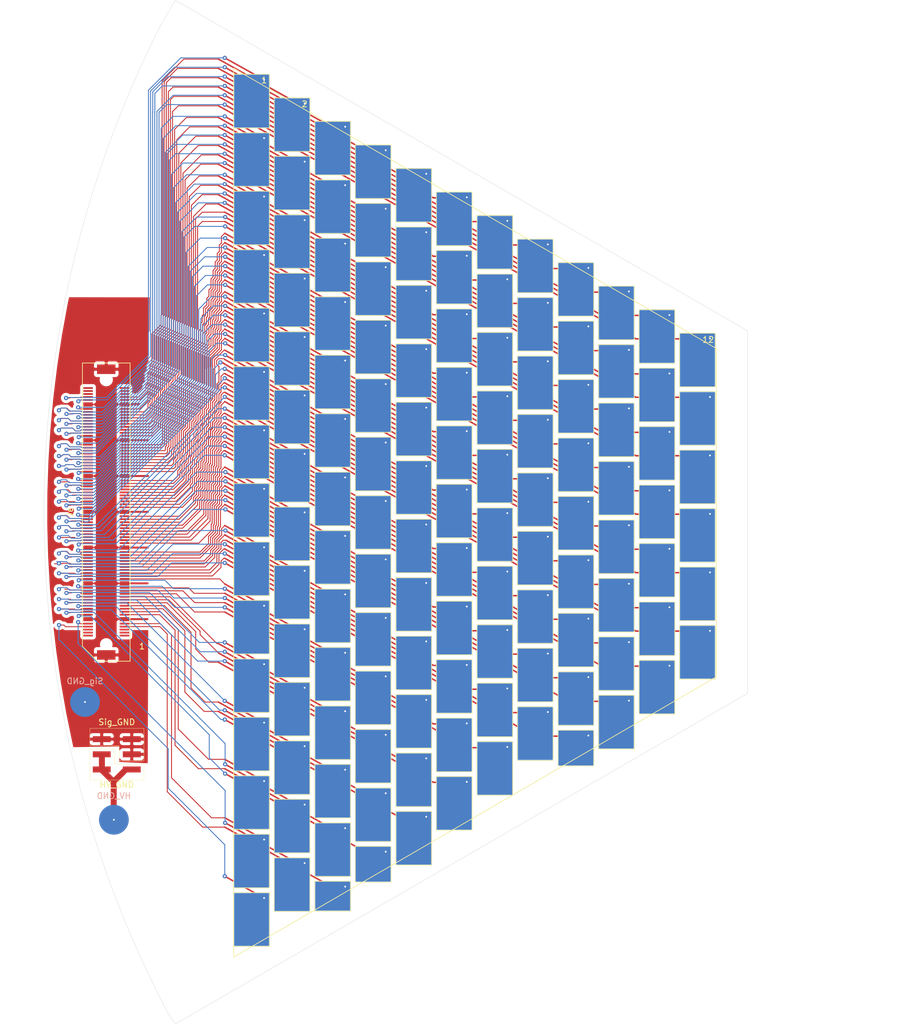
<source format=kicad_pcb>
(kicad_pcb (version 20211014) (generator pcbnew)
  (layers (0 "F.Cu" signal "cobre frontal") (31 "B.Cu" signal "Cobre traseira") (34 "B.Paste" user "Pasta traseira") (35 "F.Paste" user "Pasta frontal") (36 "B.SilkS" user "Serigrafia traseira") (37 "F.SilkS" user "Serigrafia frontal") (38 "B.Mask" user "Máscara traseira") (39 "F.Mask" user "Máscara frontal") (44 "Edge.Cuts" user "Cortes contorno"))
  (net 0 "")
  (net 1 "GND")
  (net 2 "GNDPWR")
  (net 3 "Net-(J6-Pad71)")
  (net 4 "Net-(J6-Pad72)")
  (net 5 "Net-(J6-Pad73)")
  (net 6 "/SAMPA1_CH31")
  (net 7 "/SAMPA1_CH29")
  (net 8 "Net-(J6-Pad1)")
  (net 9 "Net-(J6-Pad2)")
  (net 10 "Net-(J6-Pad3)")
  (net 11 "/SAMPA1_CH30")
  (net 12 "/SAMPA1_CH28")
  (net 13 "/SAMPA1_CH27")
  (net 14 "/SAMPA1_CH7")
  (net 15 "/SAMPA2_CH13")
  (net 16 "/SAMPA3_CH31")
  (net 17 "/SAMPA3_CH11")
  (net 18 "/SAMPA4_CH9")
  (net 19 "/SAMPA4_CH29")
  (net 20 "/SAMPA1_CH26")
  (net 21 "/SAMPA1_CH6")
  (net 22 "/SAMPA2_CH12")
  (net 23 "/SAMPA3_CH30")
  (net 24 "/SAMPA3_CH10")
  (net 25 "/SAMPA4_CH8")
  (net 26 "/SAMPA4_CH28")
  (net 27 "/SAMPA1_CH15")
  (net 28 "/SAMPA2_CH5")
  (net 29 "/SAMPA2_CH25")
  (net 30 "/SAMPA3_CH19")
  (net 31 "/SAMPA4_CH1")
  (net 32 "/SAMPA4_CH21")
  (net 33 "/SAMPA1_CH13")
  (net 34 "/SAMPA2_CH7")
  (net 35 "/SAMPA2_CH27")
  (net 36 "/SAMPA3_CH17")
  (net 37 "/SAMPA4_CH3")
  (net 38 "/SAMPA4_CH23")
  (net 39 "/SAMPA1_CH11")
  (net 40 "/SAMPA2_CH9")
  (net 41 "/SAMPA2_CH29")
  (net 42 "/SAMPA3_CH15")
  (net 43 "/SAMPA4_CH5")
  (net 44 "/SAMPA4_CH25")
  (net 45 "/SAMPA1_CH9")
  (net 46 "/SAMPA2_CH11")
  (net 47 "/SAMPA2_CH31")
  (net 48 "/SAMPA3_CH13")
  (net 49 "/SAMPA4_CH7")
  (net 50 "/SAMPA4_CH27")
  (net 51 "/SAMPA1_CH16")
  (net 52 "/SAMPA2_CH2")
  (net 53 "/SAMPA2_CH22")
  (net 54 "/SAMPA3_CH20")
  (net 55 "/SAMPA3_CH0")
  (net 56 "/SAMPA4_CH18")
  (net 57 "/SAMPA1_CH14")
  (net 58 "/SAMPA2_CH4")
  (net 59 "/SAMPA2_CH24")
  (net 60 "/SAMPA3_CH18")
  (net 61 "/SAMPA4_CH0")
  (net 62 "/SAMPA4_CH20")
  (net 63 "/SAMPA1_CH12")
  (net 64 "/SAMPA2_CH6")
  (net 65 "/SAMPA2_CH26")
  (net 66 "/SAMPA3_CH16")
  (net 67 "/SAMPA4_CH2")
  (net 68 "/SAMPA4_CH22")
  (net 69 "/SAMPA1_CH10")
  (net 70 "/SAMPA2_CH8")
  (net 71 "/SAMPA2_CH28")
  (net 72 "/SAMPA3_CH14")
  (net 73 "/SAMPA4_CH4")
  (net 74 "/SAMPA4_CH24")
  (net 75 "/SAMPA1_CH8")
  (net 76 "/SAMPA2_CH10")
  (net 77 "/SAMPA2_CH30")
  (net 78 "/SAMPA3_CH12")
  (net 79 "/SAMPA4_CH6")
  (net 80 "/SAMPA4_CH26")
  (net 81 "/SAMPA1_CH19")
  (net 82 "/SAMPA2_CH1")
  (net 83 "/SAMPA2_CH21")
  (net 84 "/SAMPA3_CH23")
  (net 85 "/SAMPA3_CH3")
  (net 86 "/SAMPA4_CH17")
  (net 87 "Net-(J6-Pad140)")
  (net 88 "/SAMPA1_CH21")
  (net 89 "/SAMPA1_CH1")
  (net 90 "/SAMPA2_CH19")
  (net 91 "/SAMPA3_CH25")
  (net 92 "/SAMPA3_CH5")
  (net 93 "/SAMPA4_CH15")
  (net 94 "Net-(J6-Pad139)")
  (net 95 "/SAMPA1_CH23")
  (net 96 "/SAMPA1_CH3")
  (net 97 "/SAMPA2_CH17")
  (net 98 "/SAMPA3_CH27")
  (net 99 "/SAMPA3_CH7")
  (net 100 "/SAMPA4_CH13")
  (net 101 "Net-(J6-Pad138)")
  (net 102 "/SAMPA1_CH25")
  (net 103 "/SAMPA1_CH5")
  (net 104 "/SAMPA2_CH15")
  (net 105 "/SAMPA3_CH29")
  (net 106 "/SAMPA3_CH9")
  (net 107 "/SAMPA4_CH11")
  (net 108 "/SAMPA4_CH31")
  (net 109 "/SAMPA1_CH18")
  (net 110 "/SAMPA2_CH0")
  (net 111 "/SAMPA2_CH20")
  (net 112 "/SAMPA3_CH22")
  (net 113 "/SAMPA3_CH2")
  (net 114 "/SAMPA4_CH16")
  (net 115 "Net-(J6-Pad70)")
  (net 116 "/SAMPA1_CH20")
  (net 117 "/SAMPA1_CH0")
  (net 118 "/SAMPA2_CH18")
  (net 119 "/SAMPA3_CH24")
  (net 120 "/SAMPA3_CH4")
  (net 121 "/SAMPA4_CH14")
  (net 122 "Net-(J6-Pad69)")
  (net 123 "/SAMPA1_CH22")
  (net 124 "/SAMPA1_CH2")
  (net 125 "/SAMPA2_CH16")
  (net 126 "/SAMPA3_CH26")
  (net 127 "/SAMPA3_CH6")
  (net 128 "/SAMPA4_CH12")
  (net 129 "Net-(J6-Pad68)")
  (net 130 "/SAMPA1_CH24")
  (net 131 "/SAMPA1_CH4")
  (net 132 "/SAMPA2_CH14")
  (net 133 "/SAMPA3_CH28")
  (net 134 "/SAMPA3_CH8")
  (net 135 "/SAMPA4_CH10")
  (net 136 "/SAMPA4_CH30")
  (net 137 "/SAMPA1_CH17")
  (net 138 "/SAMPA2_CH3")
  (net 139 "/SAMPA2_CH23")
  (net 140 "/SAMPA3_CH21")
  (net 141 "/SAMPA3_CH1")
  (net 142 "/SAMPA4_CH19")
  (footprint "kicad:HVPad" (layer "F.Cu") (at 28.79 166.14)
    (fp_text reference "REF**" hide)
    (fp_text value "HV" hide)
  )
  (footprint "kicad:HVPad" (layer "F.Cu") (at 28.79 49.14)
    (fp_text reference "REF**" hide)
    (fp_text value "HV" hide)
  )
  (footprint "kicad:HVPad" (layer "F.Cu") (at 130.79 78.64)
    (fp_text reference "REF**" hide)
    (fp_text value "HV" hide)
  )
  (footprint "kicad:HVPad" (layer "F.Cu") (at 130.79 136.64)
    (fp_text reference "REF**" hide)
    (fp_text value "HV" hide)
  )
  (footprint "kicad:HVPad" (layer "F.Cu") (at 37.79 25.14)
    (fp_text reference "REF**" hide)
    (fp_text value "HV" hide)
  )
  (footprint "kicad:HVPad" (layer "F.Cu") (at 37.79 190.14)
    (fp_text reference "REF**" hide)
    (fp_text value "HV" hide)
  )
  (footprint "Connector_Hirose:HRS_FX10A-140S_Receptacle_Detector" (layer "F.Cu") (at 25.72 107.64 90)
    (fp_text reference "Je")
    (fp_text value "Conn_02x70_Top_Bottom_Shielded")
  )
  (footprint "Connector_PinSocket_2.54mm:PinSocket_2x03_P2.54mm_Vertical_SMD" (layer "F.Cu") (at 27.48 147.85)
    (fp_text reference "J1" hide)
    (fp_text value "Conn_02x03_Top_Bottom")
  )
  (footprint "Sensor:Pads_trapezoid" (layer "B.Cu") (at 46.2 182.44)
    (fp_text reference "U1" hide)
    (fp_text value "Conn_02x64_PradsTrapezoid")
  )
  (footprint "Sensor:GND_Pad" (layer "B.Cu") (at 27 159.22)
    (fp_text reference "REF**" hide)
    (fp_text value "GND_Pad")
  )
  (footprint "Sensor:GND_Pad" (layer "B.Cu") (at 22.15 139.48)
    (fp_text reference "REF**" hide)
    (fp_text value "GND_Pad")
  )
  (gr_line (start 37.29 193.47) (end 36.171068 191.804351) (layer "Edge.Cuts") (width 0.05))
  (gr_line (start 37.29 21.81) (end 34.79 26.14) (layer "Edge.Cuts") (width 0.05))
  (gr_line (start 37.29 21.81) (end 133.29 77.24) (layer "Edge.Cuts") (width 0.05))
  (gr_line (start 133.29 77.24) (end 133.29 138.04) (layer "Edge.Cuts") (width 0.05))
  (gr_line (start 133.29 138.04) (end 37.29 193.47) (layer "Edge.Cuts") (width 0.05))
  (gr_arc (start 36.171068 191.804351) (mid 15.288226 109.14051) (end 34.79 26.14) (layer "Edge.Cuts") (width 0.05))
  (segment (start 31.585 140.31) (end 31.535 140.31) (width 1) (layer "F.Cu") (net 1))
  (segment (start 26.92 152.83) (end 25.02 150.93) (width 1) (layer "F.Cu") (net 2))
  (segment (start 26.97 152.83) (end 28.97 150.83) (width 1) (layer "F.Cu") (net 2))
  (segment (start 26.97 159.16) (end 26.97 152.83) (width 1) (layer "F.Cu") (net 2))
  (segment (start 24.99 150.83) (end 24.99 148.3) (width 1) (layer "F.Cu") (net 2))
  (segment (start 45.598679 168.690868) (end 52.25 172.39) (width 0.25) (layer "F.Cu") (net 6))
  (segment (start 18.894998 126.85) (end 22.68 126.85) (width 0.15) (layer "F.Cu") (net 6))
  (segment (start 17.780002 126.574444) (end 18.619442 126.574444) (width 0.15) (layer "F.Cu") (net 6))
  (segment (start 18.619442 126.574444) (end 18.894998 126.85) (width 0.15) (layer "F.Cu") (net 6))
  (via (at 17.780002 126.574444) (size 0.7) (drill 0.3) (layers "F.Cu" "B.Cu") (net 6))
  (via (at 45.598679 168.690868) (size 0.7) (drill 0.3) (layers "F.Cu" "B.Cu") (net 6))
  (segment (start 45.598679 163.408679) (end 45.598679 168.690868) (width 0.15) (layer "B.Cu") (net 6))
  (segment (start 36.12 153.93) (end 45.598679 163.408679) (width 0.15) (layer "B.Cu") (net 6))
  (segment (start 17.780002 126.574444) (end 17.780002 128.990002) (width 0.15) (layer "B.Cu") (net 6))
  (segment (start 36.12 147.33) (end 36.12 153.93) (width 0.15) (layer "B.Cu") (net 6))
  (segment (start 17.780002 128.990002) (end 36.12 147.33) (width 0.15) (layer "B.Cu") (net 6))
  (segment (start 22.68 126.35) (end 21.27 126.35) (width 0.15) (layer "F.Cu") (net 7))
  (segment (start 21.27 126.35) (end 21 126.08) (width 0.15) (layer "F.Cu") (net 7))
  (segment (start 57.968852 166.584358) (end 59.001321 166.584358) (width 0.25) (layer "F.Cu") (net 7))
  (segment (start 46.669963 160.280037) (end 45.66 159.74) (width 0.25) (layer "F.Cu") (net 7))
  (segment (start 46.669963 160.280037) (end 57.968852 166.584358) (width 0.25) (layer "F.Cu") (net 7))
  (via (at 21 126.08) (size 0.7) (drill 0.3) (layers "F.Cu" "B.Cu") (net 7))
  (via (at 45.66 159.74) (size 0.7) (drill 0.3) (layers "F.Cu" "B.Cu") (net 7))
  (segment (start 21 129.66) (end 37.075 145.735) (width 0.15) (layer "B.Cu") (net 7))
  (segment (start 21 126.08) (end 21 129.66) (width 0.15) (layer "B.Cu") (net 7))
  (segment (start 45.66 159.74) (end 45.66 154.32) (width 0.15) (layer "B.Cu") (net 7))
  (segment (start 45.66 154.32) (end 37.075 145.735) (width 0.15) (layer "B.Cu") (net 7))
  (segment (start 37.075 145.735) (end 36.8 145.46) (width 0.15) (layer "B.Cu") (net 7))
  (segment (start 45.598679 160.456868) (end 63.564447 170.481358) (width 0.25) (layer "F.Cu") (net 11))
  (segment (start 65.85 170.481358) (end 63.564447 170.481358) (width 0.25) (layer "F.Cu") (net 11))
  (segment (start 41.896868 160.456868) (end 45.598679 160.456868) (width 0.15) (layer "F.Cu") (net 11))
  (segment (start 28.77 126.84) (end 34.715002 126.84) (width 0.15) (layer "F.Cu") (net 11))
  (segment (start 34.715002 126.84) (end 35.95 128.074998) (width 0.15) (layer "F.Cu") (net 11))
  (segment (start 35.95 154.51) (end 41.896868 160.456868) (width 0.15) (layer "F.Cu") (net 11))
  (segment (start 35.95 128.074998) (end 35.95 154.51) (width 0.15) (layer "F.Cu") (net 11))
  (segment (start 36.67 128.23) (end 36.67 152.18) (width 0.15) (layer "F.Cu") (net 12))
  (segment (start 36.67 152.18) (end 43.380868 158.890868) (width 0.15) (layer "F.Cu") (net 12))
  (segment (start 28.77 126.34) (end 34.78 126.34) (width 0.15) (layer "F.Cu") (net 12))
  (segment (start 43.380868 158.890868) (end 45.598679 158.890868) (width 0.15) (layer "F.Cu") (net 12))
  (segment (start 34.78 126.34) (end 36.67 128.23) (width 0.15) (layer "F.Cu") (net 12))
  (segment (start 45.598679 158.890868) (end 45.791753 158.998247) (width 0.25) (layer "F.Cu") (net 12))
  (segment (start 45.791753 158.998247) (end 52.25 162.59) (width 0.25) (layer "F.Cu") (net 12))
  (segment (start 21.319996 124.85) (end 21.1 125.069996) (width 0.15) (layer "F.Cu") (net 13))
  (segment (start 22.68 124.85) (end 21.319996 124.85) (width 0.15) (layer "F.Cu") (net 13))
  (segment (start 72.65 164.627037) (end 69.21554 164.627037) (width 0.25) (layer "F.Cu") (net 13))
  (segment (start 46.502994 151.952994) (end 69.21554 164.627037) (width 0.25) (layer "F.Cu") (net 13))
  (segment (start 46.502994 151.952994) (end 45.658679 151.486868) (width 0.25) (layer "F.Cu") (net 13))
  (via (at 21.1 125.069996) (size 0.7) (drill 0.3) (layers "F.Cu" "B.Cu") (net 13))
  (via (at 45.658679 151.486868) (size 0.7) (drill 0.3) (layers "F.Cu" "B.Cu") (net 13))
  (segment (start 43 148.828189) (end 43 144.96) (width 0.15) (layer "B.Cu") (net 13))
  (segment (start 45.658679 151.486868) (end 43 148.828189) (width 0.15) (layer "B.Cu") (net 13))
  (segment (start 21.1 125.069996) (end 23.109996 125.069996) (width 0.15) (layer "B.Cu") (net 13))
  (segment (start 43 144.96) (end 23.109996 125.069996) (width 0.15) (layer "B.Cu") (net 13))
  (segment (start 21.319996 118.85) (end 21.1 119.069996) (width 0.15) (layer "F.Cu") (net 14))
  (segment (start 22.68 118.85) (end 21.319996 118.85) (width 0.15) (layer "F.Cu") (net 14))
  (segment (start 57.968852 127.384358) (end 59.001321 127.384358) (width 0.25) (layer "F.Cu") (net 14))
  (segment (start 46.528753 121.001247) (end 45.608679 120.480868) (width 0.25) (layer "F.Cu") (net 14))
  (segment (start 46.528753 121.001247) (end 57.968852 127.384358) (width 0.25) (layer "F.Cu") (net 14))
  (via (at 21.1 119.069996) (size 0.7) (drill 0.3) (layers "F.Cu" "B.Cu") (net 14))
  (via (at 45.608679 120.480868) (size 0.7) (drill 0.3) (layers "F.Cu" "B.Cu") (net 14))
  (segment (start 21.1 119.069996) (end 23.849996 119.069996) (width 0.15) (layer "B.Cu") (net 14))
  (segment (start 36.970868 120.480868) (end 35.559996 119.069996) (width 0.15) (layer "B.Cu") (net 14))
  (segment (start 35.559996 119.069996) (end 23.849996 119.069996) (width 0.15) (layer "B.Cu") (net 14))
  (segment (start 45.608679 120.480868) (end 36.970868 120.480868) (width 0.15) (layer "B.Cu") (net 14))
  (segment (start 21.319996 112.85) (end 21.1 113.069996) (width 0.15) (layer "F.Cu") (net 15))
  (segment (start 22.68 112.85) (end 21.319996 112.85) (width 0.15) (layer "F.Cu") (net 15))
  (segment (start 45.598679 98.120868) (end 108.901743 133.468257) (width 0.25) (layer "F.Cu") (net 15))
  (segment (start 108.901743 133.468257) (end 120.228533 133.468257) (width 0.25) (layer "F.Cu") (net 15))
  (via (at 21.1 113.069996) (size 0.7) (drill 0.3) (layers "F.Cu" "B.Cu") (net 15))
  (via (at 45.59 98.12) (size 0.7) (drill 0.3) (layers "F.Cu" "B.Cu") (net 15))
  (segment (start 42.17 98.12) (end 27.35 112.94) (width 0.15) (layer "B.Cu") (net 15))
  (segment (start 21.229996 112.94) (end 21.1 113.069996) (width 0.15) (layer "B.Cu") (net 15))
  (segment (start 45.59 98.12) (end 42.17 98.12) (width 0.15) (layer "B.Cu") (net 15))
  (segment (start 27.35 112.94) (end 21.229996 112.94) (width 0.15) (layer "B.Cu") (net 15))
  (segment (start 21.319996 106.85) (end 21.1 107.069996) (width 0.15) (layer "F.Cu") (net 16))
  (segment (start 22.68 106.85) (end 21.319996 106.85) (width 0.15) (layer "F.Cu") (net 16))
  (segment (start 72.65 96.027037) (end 69.21554 96.027037) (width 0.25) (layer "F.Cu") (net 16))
  (segment (start 46.146139 83.153861) (end 45.11 82.51) (width 0.25) (layer "F.Cu") (net 16))
  (segment (start 46.146139 83.153861) (end 69.21554 96.027037) (width 0.25) (layer "F.Cu") (net 16))
  (via (at 21.1 107.069996) (size 0.7) (drill 0.3) (layers "F.Cu" "B.Cu") (net 16))
  (via (at 44.86 82.54) (size 0.7) (drill 0.3) (layers "F.Cu" "B.Cu") (net 16))
  (segment (start 23.364776 107.069996) (end 21.1 107.069996) (width 0.15) (layer "B.Cu") (net 16))
  (segment (start 43.68007 86.754702) (end 23.364776 107.069996) (width 0.15) (layer "B.Cu") (net 16))
  (segment (start 44.86 82.54) (end 43.68007 83.71993) (width 0.15) (layer "B.Cu") (net 16))
  (segment (start 43.68007 83.71993) (end 43.68007 86.754702) (width 0.15) (layer "B.Cu") (net 16))
  (segment (start 21.319996 100.85) (end 21.1 101.069996) (width 0.15) (layer "F.Cu") (net 17))
  (segment (start 22.68 100.85) (end 21.319996 100.85) (width 0.15) (layer "F.Cu") (net 17))
  (segment (start 91.960631 92.253872) (end 99.805881 92.253872) (width 0.25) (layer "F.Cu") (net 17))
  (segment (start 46.433615 66.846385) (end 45.668679 66.408868) (width 0.25) (layer "F.Cu") (net 17))
  (segment (start 46.433615 66.846385) (end 91.960631 92.253872) (width 0.25) (layer "F.Cu") (net 17))
  (via (at 21.1 101.069996) (size 0.7) (drill 0.3) (layers "F.Cu" "B.Cu") (net 17))
  (via (at 45.668679 66.408868) (size 0.7) (drill 0.3) (layers "F.Cu" "B.Cu") (net 17))
  (segment (start 41.951132 66.408868) (end 45.668679 66.408868) (width 0.15) (layer "B.Cu") (net 17))
  (segment (start 21.1 101.069996) (end 24.414896 101.069996) (width 0.15) (layer "B.Cu") (net 17))
  (segment (start 24.414896 101.069996) (end 40.17019 85.314702) (width 0.15) (layer "B.Cu") (net 17))
  (segment (start 40.17019 85.314702) (end 40.17019 68.18981) (width 0.15) (layer "B.Cu") (net 17))
  (segment (start 40.17019 68.18981) (end 41.951132 66.408868) (width 0.15) (layer "B.Cu") (net 17))
  (segment (start 45.598679 49.120868) (end 108.901743 84.468257) (width 0.25) (layer "F.Cu") (net 18))
  (segment (start 108.901743 84.468257) (end 120.228533 84.468257) (width 0.25) (layer "F.Cu") (net 18))
  (segment (start 21.319996 94.85) (end 21.1 95.069996) (width 0.15) (layer "F.Cu") (net 18))
  (segment (start 22.68 94.85) (end 21.319996 94.85) (width 0.15) (layer "F.Cu") (net 18))
  (via (at 21.1 95.069996) (size 0.7) (drill 0.3) (layers "F.Cu" "B.Cu") (net 18))
  (via (at 45.598679 49.120868) (size 0.7) (drill 0.3) (layers "F.Cu" "B.Cu") (net 18))
  (segment (start 21.1 95.069996) (end 24.814896 95.069996) (width 0.15) (layer "B.Cu") (net 18))
  (segment (start 36.67009 51.03991) (end 38.589132 49.120868) (width 0.15) (layer "B.Cu") (net 18))
  (segment (start 24.814896 95.069996) (end 36.67009 83.214802) (width 0.15) (layer "B.Cu") (net 18))
  (segment (start 38.589132 49.120868) (end 45.598679 49.120868) (width 0.15) (layer "B.Cu") (net 18))
  (segment (start 36.67009 83.214802) (end 36.67009 51.03991) (width 0.15) (layer "B.Cu") (net 18))
  (segment (start 21.259996 88.85) (end 21.04 89.069996) (width 0.15) (layer "F.Cu") (net 19))
  (segment (start 22.62 88.85) (end 21.259996 88.85) (width 0.15) (layer "F.Cu") (net 19))
  (segment (start 45.598679 33.056868) (end 63.564447 43.081358) (width 0.25) (layer "F.Cu") (net 19))
  (segment (start 65.85 43.081358) (end 63.564447 43.081358) (width 0.25) (layer "F.Cu") (net 19))
  (via (at 21.04 89.069996) (size 0.7) (drill 0.3) (layers "F.Cu" "B.Cu") (net 19))
  (via (at 45.598679 33.056868) (size 0.7) (drill 0.3) (layers "F.Cu" "B.Cu") (net 19))
  (segment (start 33.15001 81.514978) (end 25.834988 88.83) (width 0.15) (layer "B.Cu") (net 19))
  (segment (start 37.14812 33.056868) (end 33.15001 37.054978) (width 0.15) (layer "B.Cu") (net 19))
  (segment (start 21.259996 88.85) (end 21.04 89.069996) (width 0.15) (layer "B.Cu") (net 19))
  (segment (start 21.279996 88.83) (end 21.259996 88.85) (width 0.15) (layer "B.Cu") (net 19))
  (segment (start 33.15001 37.054978) (end 33.15001 81.514978) (width 0.15) (layer "B.Cu") (net 19))
  (segment (start 25.834988 88.83) (end 21.279996 88.83) (width 0.15) (layer "B.Cu") (net 19))
  (segment (start 45.598679 33.056868) (end 37.14812 33.056868) (width 0.15) (layer "B.Cu") (net 19))
  (segment (start 45.598679 150.656868) (end 63.564447 160.681358) (width 0.25) (layer "F.Cu") (net 20))
  (segment (start 65.85 160.681358) (end 63.564447 160.681358) (width 0.25) (layer "F.Cu") (net 20))
  (segment (start 34.665002 124.84) (end 37.26 127.434998) (width 0.15) (layer "F.Cu") (net 20))
  (segment (start 41.176868 150.656868) (end 45.395677 150.656868) (width 0.15) (layer "F.Cu") (net 20))
  (segment (start 28.77 124.84) (end 34.665002 124.84) (width 0.15) (layer "F.Cu") (net 20))
  (segment (start 37.26 146.74) (end 41.176868 150.656868) (width 0.15) (layer "F.Cu") (net 20))
  (segment (start 37.26 127.434998) (end 37.26 146.74) (width 0.15) (layer "F.Cu") (net 20))
  (segment (start 45.395677 150.656868) (end 45.598679 150.656868) (width 0.15) (layer "F.Cu") (net 20))
  (segment (start 45.598679 119.690868) (end 52.25 123.39) (width 0.25) (layer "F.Cu") (net 21))
  (segment (start 28.77 118.84) (end 44.747811 118.84) (width 0.15) (layer "F.Cu") (net 21))
  (segment (start 44.747811 118.84) (end 45.598679 119.690868) (width 0.15) (layer "F.Cu") (net 21))
  (segment (start 45.598679 100.090868) (end 52.25 103.79) (width 0.25) (layer "F.Cu") (net 22))
  (segment (start 28.77 112.84) (end 41.245619 112.84) (width 0.15) (layer "F.Cu") (net 22))
  (segment (start 44.383658 104.518925) (end 44.383658 103.447913) (width 0.15) (layer "F.Cu") (net 22))
  (segment (start 44.733668 103.097903) (end 44.733668 102.026891) (width 0.15) (layer "F.Cu") (net 22))
  (segment (start 44.033648 104.868935) (end 44.383658 104.518925) (width 0.15) (layer "F.Cu") (net 22))
  (segment (start 45.083678 101.676881) (end 45.083678 100.605869) (width 0.15) (layer "F.Cu") (net 22))
  (segment (start 44.383658 103.447913) (end 44.733668 103.097903) (width 0.15) (layer "F.Cu") (net 22))
  (segment (start 43.333628 109.680979) (end 43.48996 109.524647) (width 0.15) (layer "F.Cu") (net 22))
  (segment (start 43.48996 106.508633) (end 44.033648 105.964945) (width 0.15) (layer "F.Cu") (net 22))
  (segment (start 41.245619 112.84) (end 43.333628 110.751991) (width 0.15) (layer "F.Cu") (net 22))
  (segment (start 45.083678 100.605869) (end 45.598679 100.090868) (width 0.15) (layer "F.Cu") (net 22))
  (segment (start 43.333628 110.751991) (end 43.333628 109.680979) (width 0.15) (layer "F.Cu") (net 22))
  (segment (start 44.033648 105.964945) (end 44.033648 104.868935) (width 0.15) (layer "F.Cu") (net 22))
  (segment (start 44.733668 102.026891) (end 45.083678 101.676881) (width 0.15) (layer "F.Cu") (net 22))
  (segment (start 43.48996 109.524647) (end 43.48996 106.508633) (width 0.15) (layer "F.Cu") (net 22))
  (segment (start 45.598679 82.056868) (end 63.564447 92.081358) (width 0.25) (layer "F.Cu") (net 23))
  (segment (start 65.85 92.081358) (end 63.564447 92.081358) (width 0.25) (layer "F.Cu") (net 23))
  (segment (start 40.86994 103.082763) (end 40.86994 102.011751) (width 0.15) (layer "F.Cu") (net 23))
  (segment (start 42.523608 93.506392) (end 42.873618 93.156382) (width 0.15) (layer "F.Cu") (net 23))
  (segment (start 44.559999 81.914999) (end 45.45681 81.914999) (width 0.15) (layer "F.Cu") (net 23))
  (segment (start 43.223628 90.831977) (end 43.573638 90.481967) (width 0.15) (layer "F.Cu") (net 23))
  (segment (start 40.533548 104.515165) (end 40.533548 103.419155) (width 0.15) (layer "F.Cu") (net 23))
  (segment (start 41.583578 100.227101) (end 41.583578 99.156089) (width 0.15) (layer "F.Cu") (net 23))
  (segment (start 42.523608 94.721404) (end 42.523608 93.506392) (width 0.15) (layer "F.Cu") (net 23))
  (segment (start 41.233568 100.577111) (end 41.583578 100.227101) (width 0.15) (layer "F.Cu") (net 23))
  (segment (start 44.234999 82.239999) (end 44.559999 81.914999) (width 0.15) (layer "F.Cu") (net 23))
  (segment (start 42.873618 93.156382) (end 42.873618 92.166382) (width 0.15) (layer "F.Cu") (net 23))
  (segment (start 41.814909 96.510103) (end 42.173598 96.151414) (width 0.15) (layer "F.Cu") (net 23))
  (segment (start 41.233568 101.648123) (end 41.233568 100.577111) (width 0.15) (layer "F.Cu") (net 23))
  (segment (start 43.573638 90.481967) (end 43.573638 89.15641) (width 0.15) (layer "F.Cu") (net 23))
  (segment (start 41.583578 99.156089) (end 41.814909 98.924758) (width 0.15) (layer "F.Cu") (net 23))
  (segment (start 42.173598 96.151414) (end 42.173598 95.071414) (width 0.15) (layer "F.Cu") (net 23))
  (segment (start 41.814909 98.924758) (end 41.814909 96.510103) (width 0.15) (layer "F.Cu") (net 23))
  (segment (start 44.273658 86.164911) (end 44.623668 85.814901) (width 0.15) (layer "F.Cu") (net 23))
  (segment (start 43.573638 89.15641) (end 43.923648 88.8064) (width 0.15) (layer "F.Cu") (net 23))
  (segment (start 44.623668 85.814901) (end 44.623668 83.22867) (width 0.15) (layer "F.Cu") (net 23))
  (segment (start 42.173598 95.071414) (end 42.523608 94.721404) (width 0.15) (layer "F.Cu") (net 23))
  (segment (start 44.273658 87.235923) (end 44.273658 86.164911) (width 0.15) (layer "F.Cu") (net 23))
  (segment (start 40.86994 102.011751) (end 41.233568 101.648123) (width 0.15) (layer "F.Cu") (net 23))
  (segment (start 28.77 106.84) (end 38.48986 106.84) (width 0.15) (layer "F.Cu") (net 23))
  (segment (start 39.98986 105.34) (end 39.98986 105.058853) (width 0.15) (layer "F.Cu") (net 23))
  (segment (start 39.98986 105.058853) (end 40.533548 104.515165) (width 0.15) (layer "F.Cu") (net 23))
  (segment (start 42.873618 92.166382) (end 43.223628 91.816372) (width 0.15) (layer "F.Cu") (net 23))
  (segment (start 45.45681 81.914999) (end 45.598679 82.056868) (width 0.15) (layer "F.Cu") (net 23))
  (segment (start 44.623668 83.22867) (end 44.234999 82.840001) (width 0.15) (layer "F.Cu") (net 23))
  (segment (start 44.234999 82.840001) (end 44.234999 82.239999) (width 0.15) (layer "F.Cu") (net 23))
  (segment (start 43.923648 87.585933) (end 44.273658 87.235923) (width 0.15) (layer "F.Cu") (net 23))
  (segment (start 40.533548 103.419155) (end 40.86994 103.082763) (width 0.15) (layer "F.Cu") (net 23))
  (segment (start 43.923648 88.8064) (end 43.923648 87.585933) (width 0.15) (layer "F.Cu") (net 23))
  (segment (start 38.48986 106.84) (end 39.98986 105.34) (width 0.15) (layer "F.Cu") (net 23))
  (segment (start 43.223628 91.816372) (end 43.223628 90.831977) (width 0.15) (layer "F.Cu") (net 23))
  (segment (start 45.598679 65.588868) (end 86.34209 88.338194) (width 0.25) (layer "F.Cu") (net 24))
  (segment (start 86.34209 88.338194) (end 92.97588 88.338194) (width 0.25) (layer "F.Cu") (net 24))
  (segment (start 42.243598 79.28152) (end 42.243598 77.916045) (width 0.15) (layer "F.Cu") (net 24))
  (segment (start 40.734899 80.790219) (end 42.243598 79.28152) (width 0.15) (layer "F.Cu") (net 24))
  (segment (start 39.723528 89.382197) (end 40.073538 89.032187) (width 0.15) (layer "F.Cu") (net 24))
  (segment (start 37.733468 99.127331) (end 38.07996 98.780839) (width 0.15) (layer "F.Cu") (net 24))
  (segment (start 37.091811 100.84) (end 37.733468 100.198343) (width 0.15) (layer "F.Cu") (net 24))
  (segment (start 44.693668 67.564891) (end 45.043678 67.214881) (width 0.15) (layer "F.Cu") (net 24))
  (segment (start 38.07996 98.780839) (end 38.07996 97.709827) (width 0.15) (layer "F.Cu") (net 24))
  (segment (start 28.77 100.84) (end 37.091811 100.84) (width 0.15) (layer "F.Cu") (net 24))
  (segment (start 39.723528 90.366592) (end 39.723528 89.382197) (width 0.15) (layer "F.Cu") (net 24))
  (segment (start 43.993648 71.881947) (end 43.993648 70.810935) (width 0.15) (layer "F.Cu") (net 24))
  (segment (start 40.073538 89.032187) (end 40.073538 87.461546) (width 0.15) (layer "F.Cu") (net 24))
  (segment (start 43.643638 72.231957) (end 43.993648 71.881947) (width 0.15) (layer "F.Cu") (net 24))
  (segment (start 40.734899 85.730137) (end 40.734899 80.790219) (width 0.15) (layer "F.Cu") (net 24))
  (segment (start 42.243598 77.916045) (end 42.593608 77.566035) (width 0.15) (layer "F.Cu") (net 24))
  (segment (start 42.86994 76.218691) (end 42.86994 75.147679) (width 0.15) (layer "F.Cu") (net 24))
  (segment (start 39.373518 90.716602) (end 39.723528 90.366592) (width 0.15) (layer "F.Cu") (net 24))
  (segment (start 42.593608 76.495023) (end 42.86994 76.218691) (width 0.15) (layer "F.Cu") (net 24))
  (segment (start 44.693668 68.635903) (end 44.693668 67.564891) (width 0.15) (layer "F.Cu") (net 24))
  (segment (start 40.073538 87.461546) (end 40.423548 87.111536) (width 0.15) (layer "F.Cu") (net 24))
  (segment (start 40.423548 86.041488) (end 40.734899 85.730137) (width 0.15) (layer "F.Cu") (net 24))
  (segment (start 38.314809 93.960203) (end 39.023508 93.251504) (width 0.15) (layer "F.Cu") (net 24))
  (segment (start 38.314809 97.474978) (end 38.314809 93.960203) (width 0.15) (layer "F.Cu") (net 24))
  (segment (start 39.023508 92.056612) (end 39.373518 91.706602) (width 0.15) (layer "F.Cu") (net 24))
  (segment (start 39.023508 93.251504) (end 39.023508 92.056612) (width 0.15) (layer "F.Cu") (net 24))
  (segment (start 43.08995 73.856657) (end 43.643638 73.302969) (width 0.15) (layer "F.Cu") (net 24))
  (segment (start 43.993648 70.810935) (end 44.343658 70.460925) (width 0.15) (layer "F.Cu") (net 24))
  (segment (start 45.043678 67.214881) (end 45.043678 66.143869) (width 0.15) (layer "F.Cu") (net 24))
  (segment (start 42.593608 77.566035) (end 42.593608 76.495023) (width 0.15) (layer "F.Cu") (net 24))
  (segment (start 42.86994 75.147679) (end 43.08995 74.927669) (width 0.15) (layer "F.Cu") (net 24))
  (segment (start 44.343658 68.985913) (end 44.693668 68.635903) (width 0.15) (layer "F.Cu") (net 24))
  (segment (start 39.373518 91.706602) (end 39.373518 90.716602) (width 0.15) (layer "F.Cu") (net 24))
  (segment (start 43.08995 74.927669) (end 43.08995 73.856657) (width 0.15) (layer "F.Cu") (net 24))
  (segment (start 37.733468 100.198343) (end 37.733468 99.127331) (width 0.15) (layer "F.Cu") (net 24))
  (segment (start 45.043678 66.143869) (end 45.598679 65.588868) (width 0.15) (layer "F.Cu") (net 24))
  (segment (start 43.643638 73.302969) (end 43.643638 72.231957) (width 0.15) (layer "F.Cu") (net 24))
  (segment (start 38.07996 97.709827) (end 38.314809 97.474978) (width 0.15) (layer "F.Cu") (net 24))
  (segment (start 44.343658 70.460925) (end 44.343658 68.985913) (width 0.15) (layer "F.Cu") (net 24))
  (segment (start 40.423548 87.111536) (end 40.423548 86.041488) (width 0.15) (layer "F.Cu") (net 24))
  (segment (start 44.538679 49.320868) (end 114.577531 88.392469) (width 0.25) (layer "F.Cu") (net 25))
  (segment (start 127.05 88.392469) (end 114.577531 88.392469) (width 0.25) (layer "F.Cu") (net 25))
  (segment (start 35.523408 91.801724) (end 35.523408 90.606832) (width 0.15) (layer "F.Cu") (net 25))
  (segment (start 35.873418 89.266822) (end 36.223428 88.916812) (width 0.15) (layer "F.Cu") (net 25))
  (segment (start 35.523408 90.606832) (end 35.873418 90.256822) (width 0.15) (layer "F.Cu") (net 25))
  (segment (start 36.223428 87.931632) (end 36.573438 87.581622) (width 0.15) (layer "F.Cu") (net 25))
  (segment (start 36.573438 87.581622) (end 36.573438 86.011766) (width 0.15) (layer "F.Cu") (net 25))
  (segment (start 41.549132 49.320868) (end 44.538679 49.320868) (width 0.15) (layer "F.Cu") (net 25))
  (segment (start 38.94011 51.92989) (end 41.549132 49.320868) (width 0.15) (layer "F.Cu") (net 25))
  (segment (start 36.573438 86.011766) (end 36.923448 85.661756) (width 0.15) (layer "F.Cu") (net 25))
  (segment (start 35.873418 90.256822) (end 35.873418 89.266822) (width 0.15) (layer "F.Cu") (net 25))
  (segment (start 28.77 94.84) (end 33.514709 94.84) (width 0.15) (layer "F.Cu") (net 25))
  (segment (start 36.923448 84.581588) (end 37.22994 84.275096) (width 0.15) (layer "F.Cu") (net 25))
  (segment (start 33.514709 94.84) (end 34.814709 93.54) (width 0.15) (layer "F.Cu") (net 25))
  (segment (start 37.22994 84.275096) (end 37.22994 79.345298) (width 0.15) (layer "F.Cu") (net 25))
  (segment (start 36.223428 88.916812) (end 36.223428 87.931632) (width 0.15) (layer "F.Cu") (net 25))
  (segment (start 38.73996 76.290136) (end 38.94011 76.089986) (width 0.15) (layer "F.Cu") (net 25))
  (segment (start 34.814709 93.54) (end 34.814709 92.510423) (width 0.15) (layer "F.Cu") (net 25))
  (segment (start 36.923448 85.661756) (end 36.923448 84.581588) (width 0.15) (layer "F.Cu") (net 25))
  (segment (start 37.22994 79.345298) (end 38.73996 77.835278) (width 0.15) (layer "F.Cu") (net 25))
  (segment (start 38.73996 77.835278) (end 38.73996 76.290136) (width 0.15) (layer "F.Cu") (net 25))
  (segment (start 34.814709 92.510423) (end 35.523408 91.801724) (width 0.15) (layer "F.Cu") (net 25))
  (segment (start 38.94011 76.089986) (end 38.94011 51.92989) (width 0.15) (layer "F.Cu") (net 25))
  (segment (start 35.23986 74.840356) (end 35.44001 74.640206) (width 0.15) (layer "F.Cu") (net 26))
  (segment (start 32.723328 86.481852) (end 33.073338 86.131842) (width 0.15) (layer "F.Cu") (net 26))
  (segment (start 33.72984 82.825172) (end 33.72984 77.895518) (width 0.15) (layer "F.Cu") (net 26))
  (segment (start 32.723328 87.467032) (end 32.723328 86.481852) (width 0.15) (layer "F.Cu") (net 26))
  (segment (start 35.44001 35.474978) (end 37.65812 33.256868) (width 0.15) (layer "F.Cu") (net 26))
  (segment (start 44.538679 33.256868) (end 69.21554 47.027037) (width 0.25) (layer "F.Cu") (net 26))
  (segment (start 29.09 88.84) (end 29.164999 88.765001) (width 0.15) (layer "F.Cu") (net 26))
  (segment (start 33.423348 83.131664) (end 33.72984 82.825172) (width 0.15) (layer "F.Cu") (net 26))
  (segment (start 29.164999 88.765001) (end 31.425359 88.765001) (width 0.15) (layer "F.Cu") (net 26))
  (segment (start 33.073338 84.53177) (end 33.423348 84.18176) (width 0.15) (layer "F.Cu") (net 26))
  (segment (start 33.423348 84.18176) (end 33.423348 83.131664) (width 0.15) (layer "F.Cu") (net 26))
  (segment (start 33.073338 86.131842) (end 33.073338 84.53177) (width 0.15) (layer "F.Cu") (net 26))
  (segment (start 72.65 47.027037) (end 69.21554 47.027037) (width 0.25) (layer "F.Cu") (net 26))
  (segment (start 37.65812 33.256868) (end 44.538679 33.256868) (width 0.15) (layer "F.Cu") (net 26))
  (segment (start 35.44001 74.640206) (end 35.44001 35.474978) (width 0.15) (layer "F.Cu") (net 26))
  (segment (start 33.72984 77.895518) (end 35.23986 76.385498) (width 0.15) (layer "F.Cu") (net 26))
  (segment (start 28.77 88.84) (end 29.09 88.84) (width 0.15) (layer "F.Cu") (net 26))
  (segment (start 35.23986 76.385498) (end 35.23986 74.840356) (width 0.15) (layer "F.Cu") (net 26))
  (segment (start 31.425359 88.765001) (end 32.723328 87.467032) (width 0.15) (layer "F.Cu") (net 26))
  (segment (start 21.146668 121.85) (end 21.04 121.743332) (width 0.15) (layer "F.Cu") (net 27))
  (segment (start 22.68 121.85) (end 21.146668 121.85) (width 0.15) (layer "F.Cu") (net 27))
  (segment (start 45.598679 131.056868) (end 63.564447 141.081358) (width 0.25) (layer "F.Cu") (net 27))
  (segment (start 65.85 141.081358) (end 63.564447 141.081358) (width 0.25) (layer "F.Cu") (net 27))
  (via (at 21.04 121.743332) (size 0.7) (drill 0.3) (layers "F.Cu" "B.Cu") (net 27))
  (via (at 45.598679 131.056868) (size 0.7) (drill 0.3) (layers "F.Cu" "B.Cu") (net 27))
  (segment (start 23.403332 121.743332) (end 21.04 121.743332) (width 0.15) (layer "B.Cu") (net 27))
  (segment (start 45.598679 131.056868) (end 41.501856 131.056868) (width 0.15) (layer "B.Cu") (net 27))
  (segment (start 41.501856 131.056868) (end 32.18832 121.743332) (width 0.15) (layer "B.Cu") (net 27))
  (segment (start 32.18832 121.743332) (end 23.403332 121.743332) (width 0.15) (layer "B.Cu") (net 27))
  (segment (start 21.146668 115.85) (end 21.04 115.743332) (width 0.15) (layer "F.Cu") (net 28))
  (segment (start 22.68 115.85) (end 21.146668 115.85) (width 0.15) (layer "F.Cu") (net 28))
  (segment (start 91.960631 131.453872) (end 99.805881 131.453872) (width 0.25) (layer "F.Cu") (net 28))
  (segment (start 46.80587 106.25413) (end 91.960631 131.453872) (width 0.25) (layer "F.Cu") (net 28))
  (segment (start 46.80587 106.25413) (end 45.708679 105.628868) (width 0.25) (layer "F.Cu") (net 28))
  (via (at 21.04 115.743332) (size 0.7) (drill 0.3) (layers "F.Cu" "B.Cu") (net 28))
  (via (at 45.708679 105.628868) (size 0.7) (drill 0.3) (layers "F.Cu" "B.Cu") (net 28))
  (segment (start 21.196668 115.9) (end 21.04 115.743332) (width 0.15) (layer "B.Cu") (net 28))
  (segment (start 40.611132 105.628868) (end 30.496668 115.743332) (width 0.15) (layer "B.Cu") (net 28))
  (segment (start 30.496668 115.743332) (end 21.04 115.743332) (width 0.15) (layer "B.Cu") (net 28))
  (segment (start 45.708679 105.628868) (end 40.611132 105.628868) (width 0.15) (layer "B.Cu") (net 28))
  (segment (start 21.146668 109.85) (end 21.04 109.743332) (width 0.15) (layer "F.Cu") (net 29))
  (segment (start 22.68 109.85) (end 21.146668 109.85) (width 0.15) (layer "F.Cu") (net 29))
  (segment (start 45.598679 88.320868) (end 108.901743 123.668257) (width 0.25) (layer "F.Cu") (net 29))
  (segment (start 108.901743 123.668257) (end 120.228533 123.668257) (width 0.25) (layer "F.Cu") (net 29))
  (via (at 21.04 109.743332) (size 0.7) (drill 0.3) (layers "F.Cu" "B.Cu") (net 29))
  (via (at 45.598679 88.320868) (size 0.7) (drill 0.3) (layers "F.Cu" "B.Cu") (net 29))
  (segment (start 24.176215 109.743332) (end 45.598679 88.320868) (width 0.15) (layer "B.Cu") (net 29))
  (segment (start 21.04 109.743332) (end 24.176215 109.743332) (width 0.15) (layer "B.Cu") (net 29))
  (segment (start 21.146668 103.85) (end 21.04 103.743332) (width 0.15) (layer "F.Cu") (net 30))
  (segment (start 22.68 103.85) (end 21.146668 103.85) (width 0.15) (layer "F.Cu") (net 30))
  (segment (start 72.65 86.227037) (end 69.21554 86.227037) (width 0.25) (layer "F.Cu") (net 30))
  (segment (start 46.66603 73.64397) (end 45.668679 73.076868) (width 0.25) (layer "F.Cu") (net 30))
  (segment (start 46.66603 73.64397) (end 69.21554 86.227037) (width 0.25) (layer "F.Cu") (net 30))
  (via (at 21.04 103.743332) (size 0.7) (drill 0.3) (layers "F.Cu" "B.Cu") (net 30))
  (via (at 45.668679 73.076868) (size 0.7) (drill 0.3) (layers "F.Cu" "B.Cu") (net 30))
  (segment (start 41.58001 85.884834) (end 41.58001 75.17999) (width 0.15) (layer "B.Cu") (net 30))
  (segment (start 43.683132 73.076868) (end 45.668679 73.076868) (width 0.15) (layer "B.Cu") (net 30))
  (segment (start 21.04 103.743332) (end 23.721512 103.743332) (width 0.15) (layer "B.Cu") (net 30))
  (segment (start 23.721512 103.743332) (end 41.58001 85.884834) (width 0.15) (layer "B.Cu") (net 30))
  (segment (start 41.58001 75.17999) (end 43.683132 73.076868) (width 0.15) (layer "B.Cu") (net 30))
  (segment (start 21.146668 97.85) (end 21.04 97.743332) (width 0.15) (layer "F.Cu") (net 31))
  (segment (start 22.68 97.85) (end 21.146668 97.85) (width 0.15) (layer "F.Cu") (net 31))
  (segment (start 45.598679 55.788868) (end 86.34209 78.538194) (width 0.25) (layer "F.Cu") (net 31))
  (segment (start 86.34209 78.538194) (end 92.97588 78.538194) (width 0.25) (layer "F.Cu") (net 31))
  (via (at 21.04 97.743332) (size 0.7) (drill 0.3) (layers "F.Cu" "B.Cu") (net 31))
  (via (at 45.598679 55.788868) (size 0.7) (drill 0.3) (layers "F.Cu" "B.Cu") (net 31))
  (segment (start 21.146668 97.85) (end 21.04 97.743332) (width 0.15) (layer "B.Cu") (net 31))
  (segment (start 38.07013 83.794714) (end 24.121512 97.743332) (width 0.15) (layer "B.Cu") (net 31))
  (segment (start 24.121512 97.743332) (end 21.04 97.743332) (width 0.15) (layer "B.Cu") (net 31))
  (segment (start 45.598679 55.788868) (end 41.171132 55.788868) (width 0.15) (layer "B.Cu") (net 31))
  (segment (start 41.171132 55.788868) (end 38.07013 58.88987) (width 0.15) (layer "B.Cu") (net 31))
  (segment (start 38.07013 58.88987) (end 38.07013 83.794714) (width 0.15) (layer "B.Cu") (net 31))
  (segment (start 108.901743 74.668257) (end 120.228533 74.668257) (width 0.25) (layer "F.Cu") (net 32))
  (segment (start 21.146668 91.85) (end 21.04 91.743332) (width 0.15) (layer "F.Cu") (net 32))
  (segment (start 45.598679 39.320868) (end 108.901743 74.668257) (width 0.25) (layer "F.Cu") (net 32))
  (segment (start 120.228533 74.668257) (end 120.25 74.64679) (width 0.25) (layer "F.Cu") (net 32))
  (segment (start 22.68 91.85) (end 21.146668 91.85) (width 0.15) (layer "F.Cu") (net 32))
  (via (at 21.04 91.743332) (size 0.7) (drill 0.3) (layers "F.Cu" "B.Cu") (net 32))
  (via (at 45.598679 39.320868) (size 0.7) (drill 0.3) (layers "F.Cu" "B.Cu") (net 32))
  (segment (start 34.57003 82.344934) (end 25.084964 91.83) (width 0.15) (layer "B.Cu") (net 32))
  (segment (start 35.86412 39.320868) (end 34.57003 40.614958) (width 0.15) (layer "B.Cu") (net 32))
  (segment (start 45.598679 39.320868) (end 35.86412 39.320868) (width 0.15) (layer "B.Cu") (net 32))
  (segment (start 25.084964 91.83) (end 21.126668 91.83) (width 0.15) (layer "B.Cu") (net 32))
  (segment (start 21.126668 91.83) (end 21.04 91.743332) (width 0.15) (layer "B.Cu") (net 32))
  (segment (start 34.57003 40.614958) (end 34.57003 82.344934) (width 0.15) (layer "B.Cu") (net 32))
  (segment (start 21.340001 121.118331) (end 19.921669 121.118331) (width 0.15) (layer "F.Cu") (net 33))
  (segment (start 22.68 121.35) (end 21.57167 121.35) (width 0.15) (layer "F.Cu") (net 33))
  (segment (start 21.57167 121.35) (end 21.340001 121.118331) (width 0.15) (layer "F.Cu") (net 33))
  (segment (start 19.921669 121.118331) (end 19.851112 121.188888) (width 0.15) (layer "F.Cu") (net 33))
  (segment (start 19.851112 121.188888) (end 19.05 121.188888) (width 0.15) (layer "F.Cu") (net 33))
  (segment (start 45.598679 129.490868) (end 52.25 133.19) (width 0.25) (layer "F.Cu") (net 33))
  (via (at 19.05 121.188888) (size 0.7) (drill 0.3) (layers "F.Cu" "B.Cu") (net 33))
  (via (at 45.598679 129.490868) (size 0.7) (drill 0.3) (layers "F.Cu" "B.Cu") (net 33))
  (segment (start 19.120557 121.118331) (end 19.05 121.188888) (width 0.15) (layer "B.Cu") (net 33))
  (segment (start 32.968331 121.118331) (end 19.120557 121.118331) (width 0.15) (layer "B.Cu") (net 33))
  (segment (start 45.598679 129.490868) (end 41.340868 129.490868) (width 0.15) (layer "B.Cu") (net 33))
  (segment (start 41.340868 129.490868) (end 32.968331 121.118331) (width 0.15) (layer "B.Cu") (net 33))
  (segment (start 21.340001 115.118331) (end 19.921669 115.118331) (width 0.15) (layer "F.Cu") (net 34))
  (segment (start 22.68 115.35) (end 21.57167 115.35) (width 0.15) (layer "F.Cu") (net 34))
  (segment (start 21.57167 115.35) (end 21.340001 115.118331) (width 0.15) (layer "F.Cu") (net 34))
  (segment (start 19.921669 115.118331) (end 19.851112 115.188888) (width 0.15) (layer "F.Cu") (net 34))
  (segment (start 19.851112 115.188888) (end 19.05 115.188888) (width 0.15) (layer "F.Cu") (net 34))
  (segment (start 80.602736 123.5536) (end 86.214795 123.5536) (width 0.25) (layer "F.Cu") (net 34))
  (segment (start 46.976408 104.783592) (end 80.602736 123.5536) (width 0.25) (layer "F.Cu") (net 34))
  (segment (start 46.976408 104.783592) (end 45.708679 104.062868) (width 0.25) (layer "F.Cu") (net 34))
  (via (at 19.05 115.188888) (size 0.7) (drill 0.3) (layers "F.Cu" "B.Cu") (net 34))
  (via (at 45.708679 104.062868) (size 0.7) (drill 0.3) (layers "F.Cu" "B.Cu") (net 34))
  (segment (start 21.395859 115.174189) (end 21.340001 115.118331) (width 0.15) (layer "B.Cu") (net 34))
  (segment (start 21.340001 115.118331) (end 19.120557 115.118331) (width 0.15) (layer "B.Cu") (net 34))
  (segment (start 19.120557 115.118331) (end 19.05 115.188888) (width 0.15) (layer "B.Cu") (net 34))
  (segment (start 45.708679 104.062868) (end 40.807132 104.062868) (width 0.15) (layer "B.Cu") (net 34))
  (segment (start 40.807132 104.062868) (end 29.695811 115.174189) (width 0.15) (layer "B.Cu") (net 34))
  (segment (start 29.695811 115.174189) (end 21.395859 115.174189) (width 0.15) (layer "B.Cu") (net 34))
  (segment (start 21.340001 109.118331) (end 19.921669 109.118331) (width 0.15) (layer "F.Cu") (net 35))
  (segment (start 22.68 109.35) (end 21.57167 109.35) (width 0.15) (layer "F.Cu") (net 35))
  (segment (start 21.57167 109.35) (end 21.340001 109.118331) (width 0.15) (layer "F.Cu") (net 35))
  (segment (start 19.921669 109.118331) (end 19.851112 109.188888) (width 0.15) (layer "F.Cu") (net 35))
  (segment (start 19.851112 109.188888) (end 19.05 109.188888) (width 0.15) (layer "F.Cu") (net 35))
  (segment (start 97.625294 115.806035) (end 106.599397 115.806035) (width 0.25) (layer "F.Cu") (net 35))
  (segment (start 45.598679 86.754868) (end 97.625294 115.806035) (width 0.25) (layer "F.Cu") (net 35))
  (via (at 19.05 109.188888) (size 0.7) (drill 0.3) (layers "F.Cu" "B.Cu") (net 35))
  (via (at 45.598679 86.754868) (size 0.7) (drill 0.3) (layers "F.Cu" "B.Cu") (net 35))
  (segment (start 19.120557 109.118331) (end 19.05 109.188888) (width 0.15) (layer "B.Cu") (net 35))
  (segment (start 22.619736 109.3) (end 45.164868 86.754868) (width 0.15) (layer "B.Cu") (net 35))
  (segment (start 20.669442 109.188888) (end 20.739999 109.118331) (width 0.15) (layer "B.Cu") (net 35))
  (segment (start 45.164868 86.754868) (end 45.598679 86.754868) (width 0.15) (layer "B.Cu") (net 35))
  (segment (start 21.898331 109.118331) (end 22.08 109.3) (width 0.15) (layer "B.Cu") (net 35))
  (segment (start 22.08 109.3) (end 22.619736 109.3) (width 0.15) (layer "B.Cu") (net 35))
  (segment (start 20.739999 109.118331) (end 21.898331 109.118331) (width 0.15) (layer "B.Cu") (net 35))
  (segment (start 19.05 109.188888) (end 20.669442 109.188888) (width 0.15) (layer "B.Cu") (net 35))
  (segment (start 21.340001 103.118331) (end 19.921669 103.118331) (width 0.15) (layer "F.Cu") (net 36))
  (segment (start 22.68 103.35) (end 21.57167 103.35) (width 0.15) (layer "F.Cu") (net 36))
  (segment (start 21.57167 103.35) (end 21.340001 103.118331) (width 0.15) (layer "F.Cu") (net 36))
  (segment (start 19.921669 103.118331) (end 19.851112 103.188888) (width 0.15) (layer "F.Cu") (net 36))
  (segment (start 19.851112 103.188888) (end 19.05 103.188888) (width 0.15) (layer "F.Cu") (net 36))
  (segment (start 57.968852 78.384358) (end 59.001321 78.384358) (width 0.25) (layer "F.Cu") (net 36))
  (segment (start 46.534397 72.004397) (end 57.968852 78.384358) (width 0.25) (layer "F.Cu") (net 36))
  (segment (start 46.534397 72.004397) (end 45.668679 71.510868) (width 0.25) (layer "F.Cu") (net 36))
  (via (at 19.05 103.188888) (size 0.7) (drill 0.3) (layers "F.Cu" "B.Cu") (net 36))
  (via (at 45.668679 71.510868) (size 0.7) (drill 0.3) (layers "F.Cu" "B.Cu") (net 36))
  (segment (start 43.339132 71.510868) (end 45.668679 71.510868) (width 0.15) (layer "B.Cu") (net 36))
  (segment (start 23.851525 103.118331) (end 41.23 85.739856) (width 0.15) (layer "B.Cu") (net 36))
  (segment (start 41.23 73.62) (end 43.339132 71.510868) (width 0.15) (layer "B.Cu") (net 36))
  (segment (start 19.120557 103.118331) (end 23.851525 103.118331) (width 0.15) (layer "B.Cu") (net 36))
  (segment (start 19.05 103.188888) (end 19.120557 103.118331) (width 0.15) (layer "B.Cu") (net 36))
  (segment (start 41.23 85.739856) (end 41.23 73.62) (width 0.15) (layer "B.Cu") (net 36))
  (segment (start 21.340001 97.118331) (end 19.921669 97.118331) (width 0.15) (layer "F.Cu") (net 37))
  (segment (start 22.68 97.35) (end 21.57167 97.35) (width 0.15) (layer "F.Cu") (net 37))
  (segment (start 21.57167 97.35) (end 21.340001 97.118331) (width 0.15) (layer "F.Cu") (net 37))
  (segment (start 19.921669 97.118331) (end 19.851112 97.188888) (width 0.15) (layer "F.Cu") (net 37))
  (segment (start 19.851112 97.188888) (end 19.05 97.188888) (width 0.15) (layer "F.Cu") (net 37))
  (segment (start 45.598679 54.222868) (end 74.932129 70.598118) (width 0.25) (layer "F.Cu") (net 37))
  (segment (start 74.932129 70.598118) (end 79.424598 70.598118) (width 0.25) (layer "F.Cu") (net 37))
  (via (at 19.05 97.188888) (size 0.7) (drill 0.3) (layers "F.Cu" "B.Cu") (net 37))
  (via (at 45.598679 54.222868) (size 0.7) (drill 0.3) (layers "F.Cu" "B.Cu") (net 37))
  (segment (start 37.72012 83.649736) (end 37.72012 57.33988) (width 0.15) (layer "B.Cu") (net 37))
  (segment (start 19.183877 97.055011) (end 21.275011 97.055011) (width 0.15) (layer "B.Cu") (net 37))
  (segment (start 19.05 97.188888) (end 19.183877 97.055011) (width 0.15) (layer "B.Cu") (net 37))
  (segment (start 24.019856 97.35) (end 37.72012 83.649736) (width 0.15) (layer "B.Cu") (net 37))
  (segment (start 21.57 97.35) (end 24.019856 97.35) (width 0.15) (layer "B.Cu") (net 37))
  (segment (start 37.72012 57.33988) (end 40.837132 54.222868) (width 0.15) (layer "B.Cu") (net 37))
  (segment (start 21.275011 97.055011) (end 21.57 97.35) (width 0.15) (layer "B.Cu") (net 37))
  (segment (start 40.837132 54.222868) (end 45.598679 54.222868) (width 0.15) (layer "B.Cu") (net 37))
  (segment (start 21.57167 91.35) (end 21.340001 91.118331) (width 0.15) (layer "F.Cu") (net 38))
  (segment (start 22.68 91.35) (end 21.57167 91.35) (width 0.15) (layer "F.Cu") (net 38))
  (segment (start 106.599397 66.806035) (end 106.65 66.755432) (width 0.25) (layer "F.Cu") (net 38))
  (segment (start 19.851112 91.188888) (end 19.05 91.188888) (width 0.15) (layer "F.Cu") (net 38))
  (segment (start 19.921669 91.118331) (end 19.851112 91.188888) (width 0.15) (layer "F.Cu") (net 38))
  (segment (start 45.598679 37.754868) (end 97.625294 66.806035) (width 0.25) (layer "F.Cu") (net 38))
  (segment (start 97.625294 66.806035) (end 106.599397 66.806035) (width 0.25) (layer "F.Cu") (net 38))
  (segment (start 21.340001 91.118331) (end 19.921669 91.118331) (width 0.15) (layer "F.Cu") (net 38))
  (via (at 19.05 91.188888) (size 0.7) (drill 0.3) (layers "F.Cu" "B.Cu") (net 38))
  (via (at 45.598679 37.754868) (size 0.7) (drill 0.3) (layers "F.Cu" "B.Cu") (net 38))
  (segment (start 36.935132 37.754868) (end 34.22002 40.46998) (width 0.15) (layer "B.Cu") (net 38))
  (segment (start 34.22002 82.18998) (end 34.20004 82.20996) (width 0.15) (layer "B.Cu") (net 38))
  (segment (start 45.598679 37.754868) (end 36.935132 37.754868) (width 0.15) (layer "B.Cu") (net 38))
  (segment (start 34.20004 82.20996) (end 34.20004 82.219936) (width 0.15) (layer "B.Cu") (net 38))
  (segment (start 20.178331 91.118331) (end 20.107774 91.188888) (width 0.15) (layer "B.Cu") (net 38))
  (segment (start 34.20004 82.219936) (end 25.069976 91.35) (width 0.15) (layer "B.Cu") (net 38))
  (segment (start 21.57167 91.35) (end 21.340001 91.118331) (width 0.15) (layer "B.Cu") (net 38))
  (segment (start 20.107774 91.188888) (end 19.05 91.188888) (width 0.15) (layer "B.Cu") (net 38))
  (segment (start 21.340001 91.118331) (end 20.178331 91.118331) (width 0.15) (layer "B.Cu") (net 38))
  (segment (start 25.069976 91.35) (end 21.57167 91.35) (width 0.15) (layer "B.Cu") (net 38))
  (segment (start 34.22002 40.46998) (end 34.22002 82.18998) (width 0.15) (layer "B.Cu") (net 38))
  (segment (start 19.605001 120.705001) (end 19.463887 120.563887) (width 0.15) (layer "F.Cu") (net 39))
  (segment (start 21.494991 120.705001) (end 19.605001 120.705001) (width 0.15) (layer "F.Cu") (net 39))
  (segment (start 21.63999 120.85) (end 21.494991 120.705001) (width 0.15) (layer "F.Cu") (net 39))
  (segment (start 18.749999 120.563887) (end 19.463887 120.563887) (width 0.15) (layer "F.Cu") (net 39))
  (segment (start 22.68 120.85) (end 21.63999 120.85) (width 0.15) (layer "F.Cu") (net 39))
  (segment (start 80.602736 143.1536) (end 86.214795 143.1536) (width 0.25) (layer "F.Cu") (net 39))
  (segment (start 17.790559 120.563887) (end 17.790559 120.549441) (width 0.15) (layer "F.Cu") (net 39))
  (segment (start 46.623434 124.186566) (end 80.602736 143.1536) (width 0.25) (layer "F.Cu") (net 39))
  (segment (start 17.790559 120.549441) (end 17.805005 120.563887) (width 0.15) (layer "F.Cu") (net 39))
  (segment (start 17.780002 120.574444) (end 17.790559 120.563887) (width 0.15) (layer "F.Cu") (net 39))
  (segment (start 46.623434 124.186566) (end 45.608679 123.612868) (width 0.25) (layer "F.Cu") (net 39))
  (via (at 17.780002 120.574444) (size 0.7) (drill 0.3) (layers "F.Cu" "B.Cu") (net 39))
  (via (at 45.608679 123.612868) (size 0.7) (drill 0.3) (layers "F.Cu" "B.Cu") (net 39))
  (segment (start 45.608679 123.612868) (end 37.242868 123.612868) (width 0.15) (layer "B.Cu") (net 39))
  (segment (start 37.242868 123.612868) (end 34.335001 120.705001) (width 0.15) (layer "B.Cu") (net 39))
  (segment (start 19.070559 120.284445) (end 18.070001 120.284445) (width 0.15) (layer "B.Cu") (net 39))
  (segment (start 19.491115 120.705001) (end 19.070559 120.284445) (width 0.15) (layer "B.Cu") (net 39))
  (segment (start 34.335001 120.705001) (end 19.491115 120.705001) (width 0.15) (layer "B.Cu") (net 39))
  (segment (start 17.850559 120.503887) (end 17.780002 120.574444) (width 0.15) (layer "B.Cu") (net 39))
  (segment (start 18.070001 120.284445) (end 17.780002 120.574444) (width 0.15) (layer "B.Cu") (net 39))
  (segment (start 19.605001 114.705001) (end 19.463887 114.563887) (width 0.15) (layer "F.Cu") (net 40))
  (segment (start 21.494991 114.705001) (end 19.605001 114.705001) (width 0.15) (layer "F.Cu") (net 40))
  (segment (start 21.63999 114.85) (end 21.494991 114.705001) (width 0.15) (layer "F.Cu") (net 40))
  (segment (start 22.68 114.85) (end 21.63999 114.85) (width 0.15) (layer "F.Cu") (net 40))
  (segment (start 72.65 115.627037) (end 69.21554 115.627037) (width 0.25) (layer "F.Cu") (net 40))
  (segment (start 19.124445 114.224445) (end 19.463887 114.563887) (width 0.15) (layer "F.Cu") (net 40))
  (segment (start 17.780002 114.574444) (end 18.130001 114.224445) (width 0.15) (layer "F.Cu") (net 40))
  (segment (start 46.768724 103.101276) (end 45.708679 102.496868) (width 0.25) (layer "F.Cu") (net 40))
  (segment (start 46.768724 103.101276) (end 69.21554 115.627037) (width 0.25) (layer "F.Cu") (net 40))
  (segment (start 18.130001 114.224445) (end 19.124445 114.224445) (width 0.15) (layer "F.Cu") (net 40))
  (via (at 17.780002 114.574444) (size 0.7) (drill 0.3) (layers "F.Cu" "B.Cu") (net 40))
  (via (at 45.708679 102.496868) (size 0.7) (drill 0.3) (layers "F.Cu" "B.Cu") (net 40))
  (segment (start 17.780002 114.574444) (end 18.130001 114.224445) (width 0.15) (layer "B.Cu") (net 40))
  (segment (start 29.09 114.44) (end 41.033132 102.496868) (width 0.15) (layer "B.Cu") (net 40))
  (segment (start 18.130001 114.224445) (end 19.010559 114.224445) (width 0.15) (layer "B.Cu") (net 40))
  (segment (start 21.565002 114.44) (end 29.09 114.44) (width 0.15) (layer "B.Cu") (net 40))
  (segment (start 19.491115 114.705001) (end 21.300001 114.705001) (width 0.15) (layer "B.Cu") (net 40))
  (segment (start 21.300001 114.705001) (end 21.565002 114.44) (width 0.15) (layer "B.Cu") (net 40))
  (segment (start 19.010559 114.224445) (end 19.491115 114.705001) (width 0.15) (layer "B.Cu") (net 40))
  (segment (start 41.033132 102.496868) (end 45.708679 102.496868) (width 0.15) (layer "B.Cu") (net 40))
  (segment (start 19.605001 108.705001) (end 19.463887 108.563887) (width 0.15) (layer "F.Cu") (net 41))
  (segment (start 21.494991 108.705001) (end 19.605001 108.705001) (width 0.15) (layer "F.Cu") (net 41))
  (segment (start 21.63999 108.85) (end 21.494991 108.705001) (width 0.15) (layer "F.Cu") (net 41))
  (segment (start 22.68 108.85) (end 21.63999 108.85) (width 0.15) (layer "F.Cu") (net 41))
  (segment (start 45.598679 85.188868) (end 86.34209 107.938194) (width 0.25) (layer "F.Cu") (net 41))
  (segment (start 86.34209 107.938194) (end 92.97588 107.938194) (width 0.25) (layer "F.Cu") (net 41))
  (segment (start 19.124445 108.224445) (end 19.463887 108.563887) (width 0.15) (layer "F.Cu") (net 41))
  (segment (start 18.130001 108.224445) (end 19.124445 108.224445) (width 0.15) (layer "F.Cu") (net 41))
  (segment (start 17.780002 108.574444) (end 18.130001 108.224445) (width 0.15) (layer "F.Cu") (net 41))
  (via (at 17.780002 108.574444) (size 0.7) (drill 0.3) (layers "F.Cu" "B.Cu") (net 41))
  (via (at 45.598679 85.188868) (size 0.7) (drill 0.3) (layers "F.Cu" "B.Cu") (net 41))
  (segment (start 22.719747 108.705001) (end 44.41 87.014748) (width 0.15) (layer "B.Cu") (net 41))
  (segment (start 17.780002 108.574444) (end 18.130001 108.224445) (width 0.15) (layer "B.Cu") (net 41))
  (segment (start 19.350001 108.563887) (end 19.491115 108.705001) (width 0.15) (layer "B.Cu") (net 41))
  (segment (start 44.41 86.377547) (end 45.598679 85.188868) (width 0.15) (layer "B.Cu") (net 41))
  (segment (start 44.41 87.014748) (end 44.41 86.377547) (width 0.15) (layer "B.Cu") (net 41))
  (segment (start 18.130001 108.224445) (end 19.010559 108.224445) (width 0.15) (layer "B.Cu") (net 41))
  (segment (start 19.010559 108.224445) (end 19.350001 108.563887) (width 0.15) (layer "B.Cu") (net 41))
  (segment (start 19.491115 108.705001) (end 22.719747 108.705001) (width 0.15) (layer "B.Cu") (net 41))
  (segment (start 17.780002 108.574444) (end 17.850559 108.503887) (width 0.15) (layer "B.Cu") (net 41))
  (segment (start 21.494991 102.705001) (end 19.605001 102.705001) (width 0.15) (layer "F.Cu") (net 42))
  (segment (start 21.63999 102.85) (end 21.494991 102.705001) (width 0.15) (layer "F.Cu") (net 42))
  (segment (start 22.68 102.85) (end 21.63999 102.85) (width 0.15) (layer "F.Cu") (net 42))
  (segment (start 127.05 107.992469) (end 114.577531 107.992469) (width 0.25) (layer "F.Cu") (net 42))
  (segment (start 18.749999 102.563887) (end 19.463887 102.563887) (width 0.15) (layer "F.Cu") (net 42))
  (segment (start 46.490369 70.009631) (end 45.668679 69.540868) (width 0.25) (layer "F.Cu") (net 42))
  (segment (start 17.780002 102.574444) (end 18.739442 102.574444) (width 0.15) (layer "F.Cu") (net 42))
  (segment (start 19.463887 102.563887) (end 19.605001 102.705001) (width 0.15) (layer "F.Cu") (net 42))
  (segment (start 46.490369 70.009631) (end 114.577531 107.992469) (width 0.25) (layer "F.Cu") (net 42))
  (segment (start 18.739442 102.574444) (end 18.749999 102.563887) (width 0.15) (layer "F.Cu") (net 42))
  (via (at 17.780002 102.574444) (size 0.7) (drill 0.3) (layers "F.Cu" "B.Cu") (net 42))
  (via (at 45.668679 69.540868) (size 0.7) (drill 0.3) (layers "F.Cu" "B.Cu") (net 42))
  (segment (start 18.130001 102.224445) (end 19.010559 102.224445) (width 0.15) (layer "B.Cu") (net 42))
  (segment (start 42.689132 69.540868) (end 45.668679 69.540868) (width 0.15) (layer "B.Cu") (net 42))
  (segment (start 19.491115 102.705001) (end 23.769867 102.705001) (width 0.15) (layer "B.Cu") (net 42))
  (segment (start 17.780002 102.574444) (end 18.130001 102.224445) (width 0.15) (layer "B.Cu") (net 42))
  (segment (start 40.87021 85.604658) (end 40.87021 71.35979) (width 0.15) (layer "B.Cu") (net 42))
  (segment (start 19.010559 102.224445) (end 19.491115 102.705001) (width 0.15) (layer "B.Cu") (net 42))
  (segment (start 40.87021 71.35979) (end 42.689132 69.540868) (width 0.15) (layer "B.Cu") (net 42))
  (segment (start 23.769867 102.705001) (end 40.87021 85.604658) (width 0.15) (layer "B.Cu") (net 42))
  (segment (start 45.598679 52.656868) (end 63.564447 62.681358) (width 0.25) (layer "F.Cu") (net 43))
  (segment (start 65.85 62.681358) (end 63.564447 62.681358) (width 0.25) (layer "F.Cu") (net 43))
  (segment (start 17.780002 96.574444) (end 18.174446 96.18) (width 0.15) (layer "F.Cu") (net 43))
  (segment (start 21.63999 96.85) (end 22.68 96.85) (width 0.15) (layer "F.Cu") (net 43))
  (segment (start 21.494991 96.705001) (end 21.63999 96.85) (width 0.15) (layer "F.Cu") (net 43))
  (segment (start 19.605001 96.705001) (end 21.494991 96.705001) (width 0.15) (layer "F.Cu") (net 43))
  (segment (start 18.174446 96.18) (end 19.08 96.18) (width 0.15) (layer "F.Cu") (net 43))
  (segment (start 19.08 96.18) (end 19.605001 96.705001) (width 0.15) (layer "F.Cu") (net 43))
  (via (at 17.780002 96.574444) (size 0.7) (drill 0.3) (layers "F.Cu" "B.Cu") (net 43))
  (via (at 45.598679 52.656868) (size 0.7) (drill 0.3) (layers "F.Cu" "B.Cu") (net 43))
  (segment (start 37.37011 55.76989) (end 40.483132 52.656868) (width 0.15) (layer "B.Cu") (net 43))
  (segment (start 40.483132 52.656868) (end 45.598679 52.656868) (width 0.15) (layer "B.Cu") (net 43))
  (segment (start 24.024868 96.85) (end 37.37011 83.504758) (width 0.15) (layer "B.Cu") (net 43))
  (segment (start 17.780002 96.574444) (end 18.174446 96.18) (width 0.15) (layer "B.Cu") (net 43))
  (segment (start 37.37011 83.504758) (end 37.37011 55.76989) (width 0.15) (layer "B.Cu") (net 43))
  (segment (start 21.495001 96.705001) (end 21.64 96.85) (width 0.15) (layer "B.Cu") (net 43))
  (segment (start 17.780002 96.574444) (end 17.850559 96.503887) (width 0.15) (layer "B.Cu") (net 43))
  (segment (start 18.174446 96.18) (end 19.08 96.18) (width 0.15) (layer "B.Cu") (net 43))
  (segment (start 19.08 96.18) (end 19.605001 96.705001) (width 0.15) (layer "B.Cu") (net 43))
  (segment (start 21.64 96.85) (end 24.024868 96.85) (width 0.15) (layer "B.Cu") (net 43))
  (segment (start 19.605001 96.705001) (end 21.495001 96.705001) (width 0.15) (layer "B.Cu") (net 43))
  (segment (start 21.494991 90.705001) (end 21.63999 90.85) (width 0.15) (layer "F.Cu") (net 44))
  (segment (start 86.34209 58.938194) (end 92.97588 58.938194) (width 0.25) (layer "F.Cu") (net 44))
  (segment (start 19.1 90.2) (end 19.605001 90.705001) (width 0.15) (layer "F.Cu") (net 44))
  (segment (start 19.605001 90.705001) (end 21.494991 90.705001) (width 0.15) (layer "F.Cu") (net 44))
  (segment (start 45.598679 36.188868) (end 86.34209 58.938194) (width 0.25) (layer "F.Cu") (net 44))
  (segment (start 17.780002 90.574444) (end 18.154446 90.2) (width 0.15) (layer "F.Cu") (net 44))
  (segment (start 21.63999 90.85) (end 22.68 90.85) (width 0.15) (layer "F.Cu") (net 44))
  (segment (start 92.97588 58.938194) (end 93.05 58.864074) (width 0.25) (layer "F.Cu") (net 44))
  (segment (start 18.154446 90.2) (end 19.1 90.2) (width 0.15) (layer "F.Cu") (net 44))
  (via (at 17.780002 90.574444) (size 0.7) (drill 0.3) (layers "F.Cu" "B.Cu") (net 44))
  (via (at 45.598679 36.188868) (size 0.7) (drill 0.3) (layers "F.Cu" "B.Cu") (net 44))
  (segment (start 17.780002 90.574444) (end 18.164446 90.19) (width 0.15) (layer "B.Cu") (net 44))
  (segment (start 33.87001 37.45001) (end 35.131152 36.188868) (width 0.15) (layer "B.Cu") (net 44))
  (segment (start 33.85003 40.744958) (end 33.87001 40.724978) (width 0.15) (layer "B.Cu") (net 44))
  (segment (start 18.976114 90.19) (end 19.491115 90.705001) (width 0.15) (layer "B.Cu") (net 44))
  (segment (start 18.164446 90.19) (end 18.976114 90.19) (width 0.15) (layer "B.Cu") (net 44))
  (segment (start 33.87001 40.724978) (end 33.87001 37.45001) (width 0.15) (layer "B.Cu") (net 44))
  (segment (start 17.850559 90.503887) (end 17.780002 90.574444) (width 0.15) (layer "B.Cu") (net 44))
  (segment (start 21.485001 90.705001) (end 21.64 90.86) (width 0.15) (layer "B.Cu") (net 44))
  (segment (start 35.131152 36.188868) (end 45.598679 36.188868) (width 0.15) (layer "B.Cu") (net 44))
  (segment (start 19.491115 90.705001) (end 21.485001 90.705001) (width 0.15) (layer "B.Cu") (net 44))
  (segment (start 25.064988 90.86) (end 33.85003 82.074958) (width 0.15) (layer "B.Cu") (net 44))
  (segment (start 21.64 90.86) (end 25.064988 90.86) (width 0.15) (layer "B.Cu") (net 44))
  (segment (start 33.85003 82.074958) (end 33.85003 40.744958) (width 0.15) (layer "B.Cu") (net 44))
  (segment (start 22.68 120.35) (end 21.27 120.35) (width 0.15) (layer "F.Cu") (net 45))
  (segment (start 21.27 120.35) (end 21 120.08) (width 0.15) (layer "F.Cu") (net 45))
  (segment (start 72.65 135.227037) (end 69.21554 135.227037) (width 0.25) (layer "F.Cu") (net 45))
  (segment (start 46.661372 122.641372) (end 45.608679 122.046868) (width 0.25) (layer "F.Cu") (net 45))
  (segment (start 46.661372 122.641372) (end 69.21554 135.227037) (width 0.25) (layer "F.Cu") (net 45))
  (via (at 21 120.08) (size 0.7) (drill 0.3) (layers "F.Cu" "B.Cu") (net 45))
  (via (at 45.608679 122.046868) (size 0.7) (drill 0.3) (layers "F.Cu" "B.Cu") (net 45))
  (segment (start 23.86 120.08) (end 23.96 120.08) (width 0.15) (layer "B.Cu") (net 45))
  (segment (start 37.066868 122.046868) (end 35.1 120.08) (width 0.15) (layer "B.Cu") (net 45))
  (segment (start 21 120.08) (end 23.86 120.08) (width 0.15) (layer "B.Cu") (net 45))
  (segment (start 35.1 120.08) (end 23.86 120.08) (width 0.15) (layer "B.Cu") (net 45))
  (segment (start 45.608679 122.046868) (end 37.066868 122.046868) (width 0.15) (layer "B.Cu") (net 45))
  (segment (start 22.68 114.35) (end 21.27 114.35) (width 0.15) (layer "F.Cu") (net 46))
  (segment (start 21.27 114.35) (end 21 114.08) (width 0.15) (layer "F.Cu") (net 46))
  (segment (start 57.968852 107.784358) (end 59.001321 107.784358) (width 0.25) (layer "F.Cu") (net 46))
  (segment (start 46.682799 101.487201) (end 45.708679 100.930868) (width 0.25) (layer "F.Cu") (net 46))
  (segment (start 46.682799 101.487201) (end 57.968852 107.784358) (width 0.25) (layer "F.Cu") (net 46))
  (via (at 21 114.08) (size 0.7) (drill 0.3) (layers "F.Cu" "B.Cu") (net 46))
  (via (at 45.708679 100.930868) (size 0.7) (drill 0.3) (layers "F.Cu" "B.Cu") (net 46))
  (segment (start 21.22 113.86) (end 21 114.08) (width 0.15) (layer "B.Cu") (net 46))
  (segment (start 40.869132 100.930868) (end 27.86 113.94) (width 0.15) (layer "B.Cu") (net 46))
  (segment (start 21.14 113.94) (end 21 114.08) (width 0.15) (layer "B.Cu") (net 46))
  (segment (start 45.708679 100.930868) (end 40.869132 100.930868) (width 0.15) (layer "B.Cu") (net 46))
  (segment (start 27.86 113.94) (end 21.14 113.94) (width 0.15) (layer "B.Cu") (net 46))
  (segment (start 22.68 108.35) (end 21.27 108.35) (width 0.15) (layer "F.Cu") (net 47))
  (segment (start 21.27 108.35) (end 21 108.08) (width 0.15) (layer "F.Cu") (net 47))
  (segment (start 45.598679 83.622868) (end 74.932129 99.998118) (width 0.25) (layer "F.Cu") (net 47))
  (segment (start 74.932129 99.998118) (end 79.424598 99.998118) (width 0.25) (layer "F.Cu") (net 47))
  (via (at 21 108.08) (size 0.7) (drill 0.3) (layers "F.Cu" "B.Cu") (net 47))
  (via (at 45.598679 83.622868) (size 0.7) (drill 0.3) (layers "F.Cu" "B.Cu") (net 47))
  (segment (start 44.03008 84.61992) (end 45.027132 83.622868) (width 0.15) (layer "B.Cu") (net 47))
  (segment (start 22.84976 108.08) (end 44.03008 86.89968) (width 0.15) (layer "B.Cu") (net 47))
  (segment (start 45.027132 83.622868) (end 45.598679 83.622868) (width 0.15) (layer "B.Cu") (net 47))
  (segment (start 21 108.08) (end 22.84976 108.08) (width 0.15) (layer "B.Cu") (net 47))
  (segment (start 44.03008 86.89968) (end 44.03008 84.61992) (width 0.15) (layer "B.Cu") (net 47))
  (segment (start 22.68 102.35) (end 21.27 102.35) (width 0.15) (layer "F.Cu") (net 48))
  (segment (start 21.27 102.35) (end 21 102.08) (width 0.15) (layer "F.Cu") (net 48))
  (segment (start 103.321036 100.166285) (end 113.384826 100.166285) (width 0.25) (layer "F.Cu") (net 48))
  (segment (start 46.577239 68.492761) (end 45.668679 67.974868) (width 0.25) (layer "F.Cu") (net 48))
  (segment (start 46.577239 68.492761) (end 103.321036 100.166285) (width 0.25) (layer "F.Cu") (net 48))
  (via (at 21 102.08) (size 0.7) (drill 0.3) (layers "F.Cu" "B.Cu") (net 48))
  (via (at 45.668679 67.974868) (size 0.7) (drill 0.3) (layers "F.Cu" "B.Cu") (net 48))
  (segment (start 40.5202 69.8098) (end 42.355132 67.974868) (width 0.15) (layer "B.Cu") (net 48))
  (segment (start 40.5202 85.45968) (end 40.5202 69.8098) (width 0.15) (layer "B.Cu") (net 48))
  (segment (start 42.355132 67.974868) (end 45.668679 67.974868) (width 0.15) (layer "B.Cu") (net 48))
  (segment (start 23.89988 102.08) (end 40.5202 85.45968) (width 0.15) (layer "B.Cu") (net 48))
  (segment (start 21 102.08) (end 23.89988 102.08) (width 0.15) (layer "B.Cu") (net 48))
  (segment (start 22.68 96.35) (end 21.27 96.35) (width 0.15) (layer "F.Cu") (net 49))
  (segment (start 21.27 96.35) (end 21 96.08) (width 0.15) (layer "F.Cu") (net 49))
  (segment (start 45.598679 51.090868) (end 52.25 54.79) (width 0.25) (layer "F.Cu") (net 49))
  (via (at 21 96.08) (size 0.7) (drill 0.3) (layers "F.Cu" "B.Cu") (net 49))
  (via (at 45.598679 51.090868) (size 0.7) (drill 0.3) (layers "F.Cu" "B.Cu") (net 49))
  (segment (start 21.02 96.1) (end 21 96.08) (width 0.15) (layer "B.Cu") (net 49))
  (segment (start 37.0201 83.35978) (end 24.29988 96.08) (width 0.15) (layer "B.Cu") (net 49))
  (segment (start 45.598679 51.090868) (end 39.189132 51.090868) (width 0.15) (layer "B.Cu") (net 49))
  (segment (start 24.29988 96.08) (end 21 96.08) (width 0.15) (layer "B.Cu") (net 49))
  (segment (start 37.0201 53.2599) (end 37.0201 83.35978) (width 0.15) (layer "B.Cu") (net 49))
  (segment (start 39.189132 51.090868) (end 37.0201 53.2599) (width 0.15) (layer "B.Cu") (net 49))
  (segment (start 74.932129 50.998118) (end 79.424598 50.998118) (width 0.25) (layer "F.Cu") (net 50))
  (segment (start 79.424598 50.998118) (end 79.45 50.972716) (width 0.25) (layer "F.Cu") (net 50))
  (segment (start 45.598679 34.622868) (end 74.932129 50.998118) (width 0.25) (layer "F.Cu") (net 50))
  (segment (start 22.68 90.35) (end 21.27 90.35) (width 0.15) (layer "F.Cu") (net 50))
  (segment (start 21.27 90.35) (end 21 90.08) (width 0.15) (layer "F.Cu") (net 50))
  (via (at 21 90.08) (size 0.7) (drill 0.3) (layers "F.Cu" "B.Cu") (net 50))
  (via (at 45.598679 34.622868) (size 0.7) (drill 0.3) (layers "F.Cu" "B.Cu") (net 50))
  (segment (start 33.52 40.58) (end 33.50002 40.59998) (width 0.15) (layer "B.Cu") (net 50))
  (segment (start 25.35 90.08) (end 21 90.08) (width 0.15) (layer "B.Cu") (net 50))
  (segment (start 33.50002 40.59998) (end 33.50002 81.92998) (width 0.15) (layer "B.Cu") (net 50))
  (segment (start 33.50002 81.92998) (end 25.35 90.08) (width 0.15) (layer "B.Cu") (net 50))
  (segment (start 45.598679 34.622868) (end 36.077132 34.622868) (width 0.15) (layer "B.Cu") (net 50))
  (segment (start 33.52 37.18) (end 33.52 40.58) (width 0.15) (layer "B.Cu") (net 50))
  (segment (start 36.077132 34.622868) (end 33.52 37.18) (width 0.15) (layer "B.Cu") (net 50))
  (segment (start 72.65 145.027037) (end 69.21554 145.027037) (width 0.25) (layer "F.Cu") (net 51))
  (segment (start 44.538679 131.256868) (end 69.21554 145.027037) (width 0.25) (layer "F.Cu") (net 51))
  (segment (start 28.77 122.34) (end 36.19 122.34) (width 0.15) (layer "F.Cu") (net 51))
  (segment (start 36.19 122.34) (end 41.46 127.61) (width 0.15) (layer "F.Cu") (net 51))
  (segment (start 41.46 128.178189) (end 44.538679 131.256868) (width 0.15) (layer "F.Cu") (net 51))
  (segment (start 41.46 127.61) (end 41.46 128.178189) (width 0.15) (layer "F.Cu") (net 51))
  (segment (start 45.598679 109.890868) (end 52.25 113.59) (width 0.25) (layer "F.Cu") (net 52))
  (segment (start 45.083678 110.405869) (end 45.598679 109.890868) (width 0.15) (layer "F.Cu") (net 52))
  (segment (start 28.77 116.34) (end 42.13 116.34) (width 0.15) (layer "F.Cu") (net 52))
  (segment (start 45.083678 111.476881) (end 45.083678 110.405869) (width 0.15) (layer "F.Cu") (net 52))
  (segment (start 45.598679 109.890868) (end 45.590868 109.890868) (width 0.15) (layer "F.Cu") (net 52))
  (segment (start 43.573638 114.203943) (end 44.273658 113.503923) (width 0.15) (layer "F.Cu") (net 52))
  (segment (start 44.273658 112.286901) (end 45.083678 111.476881) (width 0.15) (layer "F.Cu") (net 52))
  (segment (start 44.273658 113.503923) (end 44.273658 112.286901) (width 0.15) (layer "F.Cu") (net 52))
  (segment (start 43.573638 114.896362) (end 43.573638 114.203943) (width 0.15) (layer "F.Cu") (net 52))
  (segment (start 42.13 116.34) (end 43.573638 114.896362) (width 0.15) (layer "F.Cu") (net 52))
  (segment (start 57.968852 97.984358) (end 59.001321 97.984358) (width 0.25) (layer "F.Cu") (net 53))
  (segment (start 43.333628 100.951991) (end 43.333628 99.880979) (width 0.15) (layer "F.Cu") (net 53))
  (segment (start 28.77 110.34) (end 38.53 110.34) (width 0.15) (layer "F.Cu") (net 53))
  (segment (start 44.273658 94.398911) (end 44.623668 94.048901) (width 0.15) (layer "F.Cu") (net 53))
  (segment (start 42.983618 102.373013) (end 42.983618 101.302001) (width 0.15) (layer "F.Cu") (net 53))
  (segment (start 42.283598 105.240055) (end 42.283598 104.144045) (width 0.15) (layer "F.Cu") (net 53))
  (segment (start 38.53 110.34) (end 41.73991 107.13009) (width 0.15) (layer "F.Cu") (net 53))
  (segment (start 41.73991 107.13009) (end 41.73991 105.783743) (width 0.15) (layer "F.Cu") (net 53))
  (segment (start 44.623668 92.977889) (end 44.973678 92.627879) (width 0.15) (layer "F.Cu") (net 53))
  (segment (start 43.923648 95.819933) (end 44.273658 95.469923) (width 0.15) (layer "F.Cu") (net 53))
  (segment (start 43.923648 96.881398) (end 43.923648 95.819933) (width 0.15) (layer "F.Cu") (net 53))
  (segment (start 45.452173 91.078372) (end 45.591628 91.078372) (width 0.15) (layer "F.Cu") (net 53))
  (segment (start 44.273658 95.469923) (end 44.273658 94.398911) (width 0.15) (layer "F.Cu") (net 53))
  (segment (start 42.283598 104.144045) (end 42.61999 103.807653) (width 0.15) (layer "F.Cu") (net 53))
  (segment (start 43.564959 99.649648) (end 43.564959 97.240087) (width 0.15) (layer "F.Cu") (net 53))
  (segment (start 42.61999 103.807653) (end 42.61999 102.736641) (width 0.15) (layer "F.Cu") (net 53))
  (segment (start 44.623668 94.048901) (end 44.623668 92.977889) (width 0.15) (layer "F.Cu") (net 53))
  (segment (start 45.591628 91.078372) (end 57.968852 97.984358) (width 0.25) (layer "F.Cu") (net 53))
  (segment (start 43.564959 97.240087) (end 43.923648 96.881398) (width 0.15) (layer "F.Cu") (net 53))
  (segment (start 43.333628 99.880979) (end 43.564959 99.649648) (width 0.15) (layer "F.Cu") (net 53))
  (segment (start 44.973678 92.627879) (end 44.973678 91.556867) (width 0.15) (layer "F.Cu") (net 53))
  (segment (start 42.983618 101.302001) (end 43.333628 100.951991) (width 0.15) (layer "F.Cu") (net 53))
  (segment (start 42.61999 102.736641) (end 42.983618 102.373013) (width 0.15) (layer "F.Cu") (net 53))
  (segment (start 44.973678 91.556867) (end 45.452173 91.078372) (width 0.15) (layer "F.Cu") (net 53))
  (segment (start 41.73991 105.783743) (end 42.283598 105.240055) (width 0.15) (layer "F.Cu") (net 53))
  (segment (start 45.598679 73.822868) (end 74.932129 90.198118) (width 0.25) (layer "F.Cu") (net 54))
  (segment (start 74.932129 90.198118) (end 79.424598 90.198118) (width 0.25) (layer "F.Cu") (net 54))
  (segment (start 33.77 104.34) (end 36.52 104.34) (width 0.15) (layer "F.Cu") (net 54))
  (segment (start 41.123568 91.441492) (end 41.473578 91.091482) (width 0.15) (layer "F.Cu") (net 54))
  (segment (start 42.484949 81.515109) (end 43.993648 80.00641) (width 0.15) (layer "F.Cu") (net 54))
  (segment (start 42.523608 86.491404) (end 42.523608 83.60355) (width 0.15) (layer "F.Cu") (net 54))
  (segment (start 42.173598 87.836426) (end 42.173598 86.841414) (width 0.15) (layer "F.Cu") (net 54))
  (segment (start 44.343658 77.219913) (end 44.61999 76.943581) (width 0.15) (layer "F.Cu") (net 54))
  (segment (start 40.064859 95.485189) (end 40.423548 95.1265) (width 0.15) (layer "F.Cu") (net 54))
  (segment (start 39.833528 99.502211) (end 39.833528 98.431199) (width 0.15) (layer "F.Cu") (net 54))
  (segment (start 41.473578 90.107087) (end 41.823588 89.757077) (width 0.15) (layer "F.Cu") (net 54))
  (segment (start 44.343658 78.290925) (end 44.343658 77.219913) (width 0.15) (layer "F.Cu") (net 54))
  (segment (start 36.52 104.34) (end 36.68 104.34) (width 0.15) (layer "F.Cu") (net 54))
  (segment (start 28.77 104.34) (end 33.77 104.34) (width 0.15) (layer "F.Cu") (net 54))
  (segment (start 41.823588 89.757077) (end 41.823588 88.186436) (width 0.15) (layer "F.Cu") (net 54))
  (segment (start 44.61999 75.872569) (end 44.92 75.572559) (width 0.15) (layer "F.Cu") (net 54))
  (segment (start 41.473578 91.091482) (end 41.473578 90.107087) (width 0.15) (layer "F.Cu") (net 54))
  (segment (start 39.483518 99.852221) (end 39.833528 99.502211) (width 0.15) (layer "F.Cu") (net 54))
  (segment (start 39.833528 98.431199) (end 40.064859 98.199868) (width 0.15) (layer "F.Cu") (net 54))
  (segment (start 44.92 74.501547) (end 45.598679 73.822868) (width 0.15) (layer "F.Cu") (net 54))
  (segment (start 43.993648 78.640935) (end 44.343658 78.290925) (width 0.15) (layer "F.Cu") (net 54))
  (segment (start 36.52 104.34) (end 37.137763 104.34) (width 0.15) (layer "F.Cu") (net 54))
  (segment (start 42.173598 86.841414) (end 42.523608 86.491404) (width 0.15) (layer "F.Cu") (net 54))
  (segment (start 43.993648 80.00641) (end 43.993648 78.640935) (width 0.15) (layer "F.Cu") (net 54))
  (segment (start 39.11989 101.286861) (end 39.483518 100.923233) (width 0.15) (layer "F.Cu") (net 54))
  (segment (start 37.137763 104.34) (end 39.11989 102.357873) (width 0.15) (layer "F.Cu") (net 54))
  (segment (start 39.483518 100.923233) (end 39.483518 99.852221) (width 0.15) (layer "F.Cu") (net 54))
  (segment (start 44.92 75.572559) (end 44.92 74.501547) (width 0.15) (layer "F.Cu") (net 54))
  (segment (start 42.484949 83.564891) (end 42.484949 81.515109) (width 0.15) (layer "F.Cu") (net 54))
  (segment (start 41.823588 88.186436) (end 42.173598 87.836426) (width 0.15) (layer "F.Cu") (net 54))
  (segment (start 39.11989 102.357873) (end 39.11989 101.286861) (width 0.15) (layer "F.Cu") (net 54))
  (segment (start 40.773558 93.996514) (end 40.773558 92.781502) (width 0.15) (layer "F.Cu") (net 54))
  (segment (start 44.61999 76.943581) (end 44.61999 75.872569) (width 0.15) (layer "F.Cu") (net 54))
  (segment (start 41.123568 92.431492) (end 41.123568 91.441492) (width 0.15) (layer "F.Cu") (net 54))
  (segment (start 40.064859 98.199868) (end 40.064859 95.485189) (width 0.15) (layer "F.Cu") (net 54))
  (segment (start 40.423548 95.1265) (end 40.423548 94.346524) (width 0.15) (layer "F.Cu") (net 54))
  (segment (start 40.773558 92.781502) (end 41.123568 92.431492) (width 0.15) (layer "F.Cu") (net 54))
  (segment (start 42.523608 83.60355) (end 42.484949 83.564891) (width 0.15) (layer "F.Cu") (net 54))
  (segment (start 40.423548 94.346524) (end 40.773558 93.996514) (width 0.15) (layer "F.Cu") (net 54))
  (segment (start 97.625294 86.406035) (end 106.599397 86.406035) (width 0.25) (layer "F.Cu") (net 55))
  (segment (start 45.598679 57.354868) (end 97.625294 86.406035) (width 0.25) (layer "F.Cu") (net 55))
  (segment (start 37.273458 91.331722) (end 37.623468 90.981712) (width 0.15) (layer "F.Cu") (net 55))
  (segment (start 38.97999 80.070188) (end 40.493548 78.55663) (width 0.15) (layer "F.Cu") (net 55))
  (segment (start 40.493548 78.55663) (end 40.493548 77.011488) (width 0.15) (layer "F.Cu") (net 55))
  (segment (start 37.973478 89.641702) (end 37.973478 88.656522) (width 0.15) (layer "F.Cu") (net 55))
  (segment (start 33.77 98.34) (end 28.79 98.34) (width 0.15) (layer "F.Cu") (net 55))
  (segment (start 40.69016 76.814876) (end 40.69016 58.49984) (width 0.15) (layer "F.Cu") (net 55))
  (segment (start 36.564759 93.235313) (end 37.273458 92.526614) (width 0.15) (layer "F.Cu") (net 55))
  (segment (start 38.673498 86.386646) (end 38.673498 85.316598) (width 0.15) (layer "F.Cu") (net 55))
  (segment (start 40.493548 77.011488) (end 40.69016 76.814876) (width 0.15) (layer "F.Cu") (net 55))
  (segment (start 35.76991 98.34) (end 36.32991 97.78) (width 0.15) (layer "F.Cu") (net 55))
  (segment (start 38.97999 85.010106) (end 38.97999 80.070188) (width 0.15) (layer "F.Cu") (net 55))
  (segment (start 36.32991 96.984937) (end 36.564759 96.750088) (width 0.15) (layer "F.Cu") (net 55))
  (segment (start 36.564759 96.750088) (end 36.564759 93.235313) (width 0.15) (layer "F.Cu") (net 55))
  (segment (start 37.623468 90.981712) (end 37.623468 89.991712) (width 0.15) (layer "F.Cu") (net 55))
  (segment (start 36.32991 97.78) (end 36.32991 96.984937) (width 0.15) (layer "F.Cu") (net 55))
  (segment (start 40.69016 58.49984) (end 41.835132 57.354868) (width 0.15) (layer "F.Cu") (net 55))
  (segment (start 38.673498 85.316598) (end 38.97999 85.010106) (width 0.15) (layer "F.Cu") (net 55))
  (segment (start 41.835132 57.354868) (end 45.598679 57.354868) (width 0.15) (layer "F.Cu") (net 55))
  (segment (start 37.273458 92.526614) (end 37.273458 91.331722) (width 0.15) (layer "F.Cu") (net 55))
  (segment (start 37.973478 88.656522) (end 38.323488 88.306512) (width 0.15) (layer "F.Cu") (net 55))
  (segment (start 38.323488 86.736656) (end 38.673498 86.386646) (width 0.15) (layer "F.Cu") (net 55))
  (segment (start 38.323488 88.306512) (end 38.323488 86.736656) (width 0.15) (layer "F.Cu") (net 55))
  (segment (start 33.77 98.34) (end 35.76991 98.34) (width 0.15) (layer "F.Cu") (net 55))
  (segment (start 37.623468 89.991712) (end 37.973478 89.641702) (width 0.15) (layer "F.Cu") (net 55))
  (segment (start 44.538679 41.490868) (end 57.968852 48.984358) (width 0.25) (layer "F.Cu") (net 56))
  (segment (start 57.968852 48.984358) (end 59.001321 48.984358) (width 0.25) (layer "F.Cu") (net 56))
  (segment (start 34.123368 88.541932) (end 34.473378 88.191922) (width 0.15) (layer "F.Cu") (net 56))
  (segment (start 34.123368 89.531932) (end 34.123368 88.541932) (width 0.15) (layer "F.Cu") (net 56))
  (segment (start 35.47989 83.550206) (end 35.47989 78.620408) (width 0.15) (layer "F.Cu") (net 56))
  (segment (start 36.98991 75.565246) (end 37.19006 75.365096) (width 0.15) (layer "F.Cu") (net 56))
  (segment (start 34.823388 86.856732) (end 34.823388 85.25666) (width 0.15) (layer "F.Cu") (net 56))
  (segment (start 28.77 92.34) (end 32.510192 92.34) (width 0.15) (layer "F.Cu") (net 56))
  (segment (start 37.19006 75.365096) (end 37.19006 43.46994) (width 0.15) (layer "F.Cu") (net 56))
  (segment (start 33.773358 89.881942) (end 34.123368 89.531932) (width 0.15) (layer "F.Cu") (net 56))
  (segment (start 34.473378 88.191922) (end 34.473378 87.206742) (width 0.15) (layer "F.Cu") (net 56))
  (segment (start 39.169132 41.490868) (end 44.538679 41.490868) (width 0.15) (layer "F.Cu") (net 56))
  (segment (start 33.773358 91.076834) (end 33.773358 89.881942) (width 0.15) (layer "F.Cu") (net 56))
  (segment (start 34.473378 87.206742) (end 34.823388 86.856732) (width 0.15) (layer "F.Cu") (net 56))
  (segment (start 32.510192 92.34) (end 33.773358 91.076834) (width 0.15) (layer "F.Cu") (net 56))
  (segment (start 35.173398 83.856698) (end 35.47989 83.550206) (width 0.15) (layer "F.Cu") (net 56))
  (segment (start 35.47989 78.620408) (end 36.98991 77.110388) (width 0.15) (layer "F.Cu") (net 56))
  (segment (start 37.19006 43.46994) (end 39.169132 41.490868) (width 0.15) (layer "F.Cu") (net 56))
  (segment (start 36.98991 77.110388) (end 36.98991 75.565246) (width 0.15) (layer "F.Cu") (net 56))
  (segment (start 35.173398 84.90665) (end 35.173398 83.856698) (width 0.15) (layer "F.Cu") (net 56))
  (segment (start 34.823388 85.25666) (end 35.173398 84.90665) (width 0.15) (layer "F.Cu") (net 56))
  (segment (start 44.538679 129.690868) (end 57.968852 137.184358) (width 0.25) (layer "F.Cu") (net 57))
  (segment (start 57.968852 137.184358) (end 59.001321 137.184358) (width 0.25) (layer "F.Cu") (net 57))
  (segment (start 28.77 121.84) (end 36.44 121.84) (width 0.15) (layer "F.Cu") (net 57))
  (segment (start 44.290868 129.690868) (end 44.538679 129.690868) (width 0.15) (layer "F.Cu") (net 57))
  (segment (start 36.44 121.84) (end 44.290868 129.690868) (width 0.15) (layer "F.Cu") (net 57))
  (segment (start 97.625294 135.406035) (end 106.599397 135.406035) (width 0.25) (layer "F.Cu") (net 58))
  (segment (start 45.598679 106.354868) (end 97.625294 135.406035) (width 0.25) (layer "F.Cu") (net 58))
  (segment (start 44.89 110.104559) (end 44.89 107.088545) (width 0.15) (layer "F.Cu") (net 58))
  (segment (start 43.923648 113.358945) (end 43.923648 112.141923) (width 0.15) (layer "F.Cu") (net 58))
  (segment (start 44.733668 111.331903) (end 44.733668 110.260891) (width 0.15) (layer "F.Cu") (net 58))
  (segment (start 43.923648 112.141923) (end 44.733668 111.331903) (width 0.15) (layer "F.Cu") (net 58))
  (segment (start 28.77 115.84) (end 42.12 115.84) (width 0.15) (layer "F.Cu") (net 58))
  (segment (start 44.733668 110.260891) (end 44.89 110.104559) (width 0.15) (layer "F.Cu") (net 58))
  (segment (start 43.223628 114.058965) (end 43.923648 113.358945) (width 0.15) (layer "F.Cu") (net 58))
  (segment (start 42.12 115.84) (end 43.223628 114.736372) (width 0.15) (layer "F.Cu") (net 58))
  (segment (start 44.89 107.088545) (end 45.598679 106.379866) (width 0.15) (layer "F.Cu") (net 58))
  (segment (start 45.598679 106.379866) (end 45.598679 106.354868) (width 0.15) (layer "F.Cu") (net 58))
  (segment (start 43.223628 114.736372) (end 43.223628 114.058965) (width 0.15) (layer "F.Cu") (net 58))
  (segment (start 127.05 127.592469) (end 114.577531 127.592469) (width 0.25) (layer "F.Cu") (net 59))
  (segment (start 43.923648 94.253933) (end 44.273658 93.903923) (width 0.15) (layer "F.Cu") (net 59))
  (segment (start 38.52 109.84) (end 41.3899 106.9701) (width 0.15) (layer "F.Cu") (net 59))
  (segment (start 44.973678 89.736322) (end 45.598118 89.111882) (width 0.15) (layer "F.Cu") (net 59))
  (segment (start 41.933588 103.999067) (end 42.26998 103.662675) (width 0.15) (layer "F.Cu") (net 59))
  (segment (start 44.273658 93.903923) (end 44.273658 92.832911) (width 0.15) (layer "F.Cu") (net 59))
  (segment (start 42.26998 103.662675) (end 42.26998 102.591663) (width 0.15) (layer "F.Cu") (net 59))
  (segment (start 41.933588 105.095077) (end 41.933588 103.999067) (width 0.15) (layer "F.Cu") (net 59))
  (segment (start 42.26998 102.591663) (end 42.633608 102.228035) (width 0.15) (layer "F.Cu") (net 59))
  (segment (start 42.633608 101.157023) (end 42.983618 100.807013) (width 0.15) (layer "F.Cu") (net 59))
  (segment (start 42.633608 102.228035) (end 42.633608 101.157023) (width 0.15) (layer "F.Cu") (net 59))
  (segment (start 43.923648 95.324945) (end 43.923648 94.253933) (width 0.15) (layer "F.Cu") (net 59))
  (segment (start 44.273658 92.832911) (end 44.623668 92.482901) (width 0.15) (layer "F.Cu") (net 59))
  (segment (start 41.3899 105.638765) (end 41.933588 105.095077) (width 0.15) (layer "F.Cu") (net 59))
  (segment (start 44.623668 91.411889) (end 44.973678 91.061879) (width 0.15) (layer "F.Cu") (net 59))
  (segment (start 42.983618 100.807013) (end 42.983618 99.736001) (width 0.15) (layer "F.Cu") (net 59))
  (segment (start 45.598118 89.111882) (end 114.577531 127.592469) (width 0.25) (layer "F.Cu") (net 59))
  (segment (start 43.214949 97.095109) (end 43.573638 96.73642) (width 0.15) (layer "F.Cu") (net 59))
  (segment (start 43.573638 95.674955) (end 43.923648 95.324945) (width 0.15) (layer "F.Cu") (net 59))
  (segment (start 28.77 109.84) (end 38.52 109.84) (width 0.15) (layer "F.Cu") (net 59))
  (segment (start 44.623668 92.482901) (end 44.623668 91.411889) (width 0.15) (layer "F.Cu") (net 59))
  (segment (start 43.214949 99.50467) (end 43.214949 97.095109) (width 0.15) (layer "F.Cu") (net 59))
  (segment (start 41.3899 106.9701) (end 41.3899 105.638765) (width 0.15) (layer "F.Cu") (net 59))
  (segment (start 43.573638 96.73642) (end 43.573638 95.674955) (width 0.15) (layer "F.Cu") (net 59))
  (segment (start 42.983618 99.736001) (end 43.214949 99.50467) (width 0.15) (layer "F.Cu") (net 59))
  (segment (start 44.973678 91.061879) (end 44.973678 89.736322) (width 0.15) (layer "F.Cu") (net 59))
  (segment (start 45.598679 72.256868) (end 63.564447 82.281358) (width 0.25) (layer "F.Cu") (net 60))
  (segment (start 65.85 82.281358) (end 63.564447 82.281358) (width 0.25) (layer "F.Cu") (net 60))
  (segment (start 38.76988 101.141883) (end 38.76988 102.04012) (width 0.15) (layer "F.Cu") (net 60))
  (segment (start 28.77 103.84) (end 33.77 103.84) (width 0.15) (layer "F.Cu") (net 60))
  (segment (start 43.643638 78.495957) (end 43.643638 79.861432) (width 0.15) (layer "F.Cu") (net 60))
  (segment (start 39.133508 100.778255) (end 38.76988 101.141883) (width 0.15) (layer "F.Cu") (net 60))
  (segment (start 40.423548 92.636524) (end 40.423548 93.851536) (width 0.15) (layer "F.Cu") (net 60))
  (segment (start 45.043678 73.882881) (end 44.48999 74.436569) (width 0.15) (layer "F.Cu") (net 60))
  (segment (start 44.26998 75.727591) (end 44.26998 76.798603) (width 0.15) (layer "F.Cu") (net 60))
  (segment (start 41.473578 89.612099) (end 41.123568 89.962109) (width 0.15) (layer "F.Cu") (net 60))
  (segment (start 36.97 103.84) (end 36.34 103.84) (width 0.15) (layer "F.Cu") (net 60))
  (segment (start 41.473578 88.041458) (end 41.473578 89.612099) (width 0.15) (layer "F.Cu") (net 60))
  (segment (start 43.643638 79.861432) (end 42.134939 81.370131) (width 0.15) (layer "F.Cu") (net 60))
  (segment (start 43.993648 78.145947) (end 43.643638 78.495957) (width 0.15) (layer "F.Cu") (net 60))
  (segment (start 45.043678 72.811869) (end 45.043678 73.882881) (width 0.15) (layer "F.Cu") (net 60))
  (segment (start 40.773558 91.296514) (end 40.773558 92.286514) (width 0.15) (layer "F.Cu") (net 60))
  (segment (start 41.123568 89.962109) (end 41.123568 90.946504) (width 0.15) (layer "F.Cu") (net 60))
  (segment (start 42.134939 81.370131) (end 42.134939 86.385085) (width 0.15) (layer "F.Cu") (net 60))
  (segment (start 38.76988 102.04012) (end 36.97 103.84) (width 0.15) (layer "F.Cu") (net 60))
  (segment (start 45.598679 72.256868) (end 45.043678 72.811869) (width 0.15) (layer "F.Cu") (net 60))
  (segment (start 42.134939 86.385085) (end 41.823588 86.696436) (width 0.15) (layer "F.Cu") (net 60))
  (segment (start 39.48 99.360751) (end 39.133508 99.707243) (width 0.15) (layer "F.Cu") (net 60))
  (segment (start 41.823588 86.696436) (end 41.823588 87.691448) (width 0.15) (layer "F.Cu") (net 60))
  (segment (start 44.48999 74.436569) (end 44.48999 75.507581) (width 0.15) (layer "F.Cu") (net 60))
  (segment (start 40.773558 92.286514) (end 40.423548 92.636524) (width 0.15) (layer "F.Cu") (net 60))
  (segment (start 44.26998 76.798603) (end 43.993648 77.074935) (width 0.15) (layer "F.Cu") (net 60))
  (segment (start 41.823588 87.691448) (end 41.473578 88.041458) (width 0.15) (layer "F.Cu") (net 60))
  (segment (start 40.423548 93.851536) (end 39.714849 94.560235) (width 0.15) (layer "F.Cu") (net 60))
  (segment (start 39.133508 99.707243) (end 39.133508 100.778255) (width 0.15) (layer "F.Cu") (net 60))
  (segment (start 43.993648 77.074935) (end 43.993648 78.145947) (width 0.15) (layer "F.Cu") (net 60))
  (segment (start 39.714849 98.05489) (end 39.48 98.289739) (width 0.15) (layer "F.Cu") (net 60))
  (segment (start 44.48999 75.507581) (end 44.26998 75.727591) (width 0.15) (layer "F.Cu") (net 60))
  (segment (start 41.123568 90.946504) (end 40.773558 91.296514) (width 0.15) (layer "F.Cu") (net 60))
  (segment (start 39.48 98.289739) (end 39.48 99.360751) (width 0.15) (layer "F.Cu") (net 60))
  (segment (start 36.34 103.84) (end 36.3798 103.84) (width 0.15) (layer "F.Cu") (net 60))
  (segment (start 39.714849 94.560235) (end 39.714849 98.05489) (width 0.15) (layer "F.Cu") (net 60))
  (segment (start 33.77 103.84) (end 36.34 103.84) (width 0.15) (layer "F.Cu") (net 60))
  (segment (start 44.538679 55.988868) (end 91.960631 82.453872) (width 0.25) (layer "F.Cu") (net 61))
  (segment (start 91.960631 82.453872) (end 99.805881 82.453872) (width 0.25) (layer "F.Cu") (net 61))
  (segment (start 40.34015 70.214814) (end 40.34015 76.669898) (width 0.15) (layer "F.Cu") (net 61))
  (segment (start 40.14 76.870048) (end 40.14 78.41519) (width 0.15) (layer "F.Cu") (net 61))
  (segment (start 35.9799 96.839959) (end 35.9799 97.635022) (width 0.15) (layer "F.Cu") (net 61))
  (segment (start 37.273458 89.846734) (end 37.273458 90.64) (width 0.15) (layer "F.Cu") (net 61))
  (segment (start 37.273458 90.64) (end 37.273458 90.836734) (width 0.15) (layer "F.Cu") (net 61))
  (segment (start 38.62998 84.865128) (end 38.323488 85.17162) (width 0.15) (layer "F.Cu") (net 61))
  (segment (start 38.323488 85.17162) (end 38.323488 86.241668) (width 0.15) (layer "F.Cu") (net 61))
  (segment (start 37.623468 88.511544) (end 37.623468 89.496724) (width 0.15) (layer "F.Cu") (net 61))
  (segment (start 44.538679 55.988868) (end 42.451132 55.988868) (width 0.15) (layer "F.Cu") (net 61))
  (segment (start 37.623468 89.496724) (end 37.273458 89.846734) (width 0.15) (layer "F.Cu") (net 61))
  (segment (start 38.323488 86.241668) (end 37.973478 86.591678) (width 0.15) (layer "F.Cu") (net 61))
  (segment (start 35.9799 97.635022) (end 35.974978 97.635022) (width 0.15) (layer "F.Cu") (net 61))
  (segment (start 42.451132 55.988868) (end 40.34015 58.09985) (width 0.15) (layer "F.Cu") (net 61))
  (segment (start 40.14 78.41519) (end 38.62998 79.92521) (width 0.15) (layer "F.Cu") (net 61))
  (segment (start 33.86 97.84) (end 35.774922 97.84) (width 0.15) (layer "F.Cu") (net 61))
  (segment (start 36.214749 93.090335) (end 36.214749 96.60511) (width 0.15) (layer "F.Cu") (net 61))
  (segment (start 37.273458 90.836734) (end 36.923448 91.186744) (width 0.15) (layer "F.Cu") (net 61))
  (segment (start 38.62998 79.92521) (end 38.62998 84.865128) (width 0.15) (layer "F.Cu") (net 61))
  (segment (start 35.774922 97.84) (end 35.9799 97.635022) (width 0.15) (layer "F.Cu") (net 61))
  (segment (start 37.973478 88.161534) (end 37.623468 88.511544) (width 0.15) (layer "F.Cu") (net 61))
  (segment (start 40.34015 76.669898) (end 40.14 76.870048) (width 0.15) (layer "F.Cu") (net 61))
  (segment (start 28.77 97.84) (end 33.86 97.84) (width 0.15) (layer "F.Cu") (net 61))
  (segment (start 40.34015 58.09985) (end 40.34015 70.214814) (width 0.15) (layer "F.Cu") (net 61))
  (segment (start 37.973478 86.591678) (end 37.973478 88.161534) (width 0.15) (layer "F.Cu") (net 61))
  (segment (start 36.923448 92.381636) (end 36.214749 93.090335) (width 0.15) (layer "F.Cu") (net 61))
  (segment (start 36.214749 96.60511) (end 35.9799 96.839959) (width 0.15) (layer "F.Cu") (net 61))
  (segment (start 33.77 97.84) (end 33.86 97.84) (width 0.15) (layer "F.Cu") (net 61))
  (segment (start 36.923448 91.186744) (end 36.923448 92.381636) (width 0.15) (layer "F.Cu") (net 61))
  (segment (start 44.538679 39.520868) (end 114.577531 78.592469) (width 0.25) (layer "F.Cu") (net 62))
  (segment (start 34.473378 85.111682) (end 34.823388 84.761672) (width 0.15) (layer "F.Cu") (net 62))
  (segment (start 35.12988 78.47543) (end 36.6399 76.96541) (width 0.15) (layer "F.Cu") (net 62))
  (segment (start 33.773358 89.386954) (end 33.773358 88.396954) (width 0.15) (layer "F.Cu") (net 62))
  (segment (start 36.84005 75.220118) (end 36.84005 40.48995) (width 0.15) (layer "F.Cu") (net 62))
  (segment (start 33.773358 88.396954) (end 34.123368 88.046944) (width 0.15) (layer "F.Cu") (net 62))
  (segment (start 36.84005 40.48995) (end 37.809132 39.520868) (width 0.15) (layer "F.Cu") (net 62))
  (segment (start 33.423348 90.72) (end 33.423348 89.736964) (width 0.15) (layer "F.Cu") (net 62))
  (segment (start 34.473378 86.711754) (end 34.473378 85.111682) (width 0.15) (layer "F.Cu") (net 62))
  (segment (start 37.809132 39.520868) (end 44.538679 39.520868) (width 0.15) (layer "F.Cu") (net 62))
  (segment (start 35.12988 83.405228) (end 35.12988 78.47543) (width 0.15) (layer "F.Cu") (net 62))
  (segment (start 34.123368 87.061764) (end 34.473378 86.711754) (width 0.15) (layer "F.Cu") (net 62))
  (segment (start 127.05 78.592469) (end 114.577531 78.592469) (width 0.25) (layer "F.Cu") (net 62))
  (segment (start 34.823388 84.761672) (end 34.823388 83.71172) (width 0.15) (layer "F.Cu") (net 62))
  (segment (start 28.77 91.84) (end 32.303348 91.84) (width 0.15) (layer "F.Cu") (net 62))
  (segment (start 32.303348 91.84) (end 33.423348 90.72) (width 0.15) (layer "F.Cu") (net 62))
  (segment (start 33.423348 89.736964) (end 33.773358 89.386954) (width 0.15) (layer "F.Cu") (net 62))
  (segment (start 34.123368 88.046944) (end 34.123368 87.061764) (width 0.15) (layer "F.Cu") (net 62))
  (segment (start 36.6399 75.420268) (end 36.84005 75.220118) (width 0.15) (layer "F.Cu") (net 62))
  (segment (start 34.823388 83.71172) (end 35.12988 83.405228) (width 0.15) (layer "F.Cu") (net 62))
  (segment (start 36.6399 76.96541) (end 36.6399 75.420268) (width 0.15) (layer "F.Cu") (net 62))
  (segment (start 45.598679 124.388868) (end 86.34209 147.138194) (width 0.25) (layer "F.Cu") (net 63))
  (segment (start 86.34209 147.138194) (end 92.97588 147.138194) (width 0.25) (layer "F.Cu") (net 63))
  (segment (start 37.49 121.34) (end 40.538868 124.388868) (width 0.15) (layer "F.Cu") (net 63))
  (segment (start 28.77 121.34) (end 37.49 121.34) (width 0.15) (layer "F.Cu") (net 63))
  (segment (start 40.538868 124.388868) (end 43.338868 124.388868) (width 0.15) (layer "F.Cu") (net 63))
  (segment (start 43.338868 124.388868) (end 45.598679 124.388868) (width 0.15) (layer "F.Cu") (net 63))
  (segment (start 45.598679 104.788868) (end 86.34209 127.538194) (width 0.25) (layer "F.Cu") (net 64))
  (segment (start 86.34209 127.538194) (end 92.97588 127.538194) (width 0.25) (layer "F.Cu") (net 64))
  (segment (start 43.573638 113.213967) (end 43.573638 111.996945) (width 0.15) (layer "F.Cu") (net 64))
  (segment (start 43.573638 111.996945) (end 44.383658 111.186925) (width 0.15) (layer "F.Cu") (net 64))
  (segment (start 28.77 115.34) (end 41.447605 115.34) (width 0.15) (layer "F.Cu") (net 64))
  (segment (start 44.383658 110.115913) (end 44.53999 109.959581) (width 0.15) (layer "F.Cu") (net 64))
  (segment (start 45.083678 105.303869) (end 45.598679 104.788868) (width 0.15) (layer "F.Cu") (net 64))
  (segment (start 44.53999 109.959581) (end 44.53999 106.943567) (width 0.15) (layer "F.Cu") (net 64))
  (segment (start 44.383658 111.186925) (end 44.383658 110.115913) (width 0.15) (layer "F.Cu") (net 64))
  (segment (start 41.447605 115.34) (end 43.573638 113.213967) (width 0.15) (layer "F.Cu") (net 64))
  (segment (start 44.53999 106.943567) (end 45.083678 106.399879) (width 0.15) (layer "F.Cu") (net 64))
  (segment (start 45.083678 106.399879) (end 45.083678 105.303869) (width 0.15) (layer "F.Cu") (net 64))
  (segment (start 103.321036 119.766285) (end 113.384826 119.766285) (width 0.25) (layer "F.Cu") (net 65))
  (segment (start 44.273658 91.266911) (end 44.623668 90.916901) (width 0.15) (layer "F.Cu") (net 65))
  (segment (start 42.633608 100.662035) (end 42.633608 99.591023) (width 0.15) (layer "F.Cu") (net 65))
  (segment (start 43.223628 95.529977) (end 43.573638 95.179967) (width 0.15) (layer "F.Cu") (net 65))
  (segment (start 41.03989 105.493787) (end 41.583578 104.950099) (width 0.15) (layer "F.Cu") (net 65))
  (segment (start 41.91997 103.517697) (end 41.91997 102.446685) (width 0.15) (layer "F.Cu") (net 65))
  (segment (start 41.583578 104.950099) (end 41.583578 103.854089) (width 0.15) (layer "F.Cu") (net 65))
  (segment (start 43.573638 95.179967) (end 43.573638 94.108955) (width 0.15) (layer "F.Cu") (net 65))
  (segment (start 44.623668 90.916901) (end 44.623668 89.591344) (width 0.15) (layer "F.Cu") (net 65))
  (segment (start 38.16989 109.34) (end 41.03989 106.47) (width 0.15) (layer "F.Cu") (net 65))
  (segment (start 43.923648 93.758945) (end 43.923648 92.687933) (width 0.15) (layer "F.Cu") (net 65))
  (segment (start 44.623668 89.591344) (end 44.973678 89.241334) (width 0.15) (layer "F.Cu") (net 65))
  (segment (start 41.91997 102.446685) (end 42.283598 102.083057) (width 0.15) (layer "F.Cu") (net 65))
  (segment (start 45.608163 87.551837) (end 103.321036 119.766285) (width 0.25) (layer "F.Cu") (net 65))
  (segment (start 42.864939 96.950131) (end 43.223628 96.591442) (width 0.15) (layer "F.Cu") (net 65))
  (segment (start 41.583578 103.854089) (end 41.91997 103.517697) (width 0.15) (layer "F.Cu") (net 65))
  (segment (start 43.923648 92.687933) (end 44.273658 92.337923) (width 0.15) (layer "F.Cu") (net 65))
  (segment (start 45.442708 87.551837) (end 45.608163 87.551837) (width 0.15) (layer "F.Cu") (net 65))
  (segment (start 28.77 109.34) (end 38.16989 109.34) (width 0.15) (layer "F.Cu") (net 65))
  (segment (start 44.273658 92.337923) (end 44.273658 91.266911) (width 0.15) (layer "F.Cu") (net 65))
  (segment (start 44.973678 89.241334) (end 44.973678 88.020867) (width 0.15) (layer "F.Cu") (net 65))
  (segment (start 44.973678 88.020867) (end 45.442708 87.551837) (width 0.15) (layer "F.Cu") (net 65))
  (segment (start 42.864939 99.359692) (end 42.864939 96.950131) (width 0.15) (layer "F.Cu") (net 65))
  (segment (start 43.573638 94.108955) (end 43.923648 93.758945) (width 0.15) (layer "F.Cu") (net 65))
  (segment (start 42.283598 101.012045) (end 42.633608 100.662035) (width 0.15) (layer "F.Cu") (net 65))
  (segment (start 42.283598 102.083057) (end 42.283598 101.012045) (width 0.15) (layer "F.Cu") (net 65))
  (segment (start 41.03989 106.47) (end 41.03989 105.493787) (width 0.15) (layer "F.Cu") (net 65))
  (segment (start 43.223628 96.591442) (end 43.223628 95.529977) (width 0.15) (layer "F.Cu") (net 65))
  (segment (start 42.633608 99.591023) (end 42.864939 99.359692) (width 0.15) (layer "F.Cu") (net 65))
  (segment (start 45.598679 70.690868) (end 52.25 74.39) (width 0.25) (layer "F.Cu") (net 66))
  (segment (start 44.693668 73.737903) (end 44.693668 72.666891) (width 0.15) (layer "F.Cu") (net 66))
  (segment (start 41.473578 87.54647) (end 41.473578 86.476422) (width 0.15) (layer "F.Cu") (net 66))
  (segment (start 41.473578 86.476422) (end 41.784929 86.165071) (width 0.15) (layer "F.Cu") (net 66))
  (segment (start 43.643638 78.000969) (end 43.643638 76.929957) (width 0.15) (layer "F.Cu") (net 66))
  (segment (start 40.773558 89.817131) (end 41.123568 89.467121) (width 0.15) (layer "F.Cu") (net 66))
  (segment (start 43.293628 79.716454) (end 43.293628 78.350979) (width 0.15) (layer "F.Cu") (net 66))
  (segment (start 40.073538 93.706558) (end 40.073538 92.491546) (width 0.15) (layer "F.Cu") (net 66))
  (segment (start 41.784929 86.165071) (end 41.784929 81.225153) (width 0.15) (layer "F.Cu") (net 66))
  (segment (start 38.783498 100.633277) (end 38.783498 99.562265) (width 0.15) (layer "F.Cu") (net 66))
  (segment (start 41.123568 89.467121) (end 41.123568 87.89648) (width 0.15) (layer "F.Cu") (net 66))
  (segment (start 44.13998 75.362603) (end 44.13998 74.291591) (width 0.15) (layer "F.Cu") (net 66))
  (segment (start 43.643638 76.929957) (end 43.91997 76.653625) (width 0.15) (layer "F.Cu") (net 66))
  (segment (start 41.784929 81.225153) (end 43.293628 79.716454) (width 0.15) (layer "F.Cu") (net 66))
  (segment (start 45.043678 72.316881) (end 45.043678 71.245869) (width 0.15) (layer "F.Cu") (net 66))
  (segment (start 40.073538 92.491546) (end 40.423548 92.141536) (width 0.15) (layer "F.Cu") (net 66))
  (segment (start 40.773558 90.801526) (end 40.773558 89.817131) (width 0.15) (layer "F.Cu") (net 66))
  (segment (start 44.13998 74.291591) (end 44.693668 73.737903) (width 0.15) (layer "F.Cu") (net 66))
  (segment (start 36.975012 103.34) (end 38.41987 101.895142) (width 0.15) (layer "F.Cu") (net 66))
  (segment (start 43.91997 75.582613) (end 44.13998 75.362603) (width 0.15) (layer "F.Cu") (net 66))
  (segment (start 39.12999 99.215773) (end 39.12999 98.144761) (width 0.15) (layer "F.Cu") (net 66))
  (segment (start 38.41987 101.895142) (end 38.41987 100.996905) (width 0.15) (layer "F.Cu") (net 66))
  (segment (start 43.91997 76.653625) (end 43.91997 75.582613) (width 0.15) (layer "F.Cu") (net 66))
  (segment (start 39.12999 98.144761) (end 39.364839 97.909912) (width 0.15) (layer "F.Cu") (net 66))
  (segment (start 39.364839 94.415257) (end 40.073538 93.706558) (width 0.15) (layer "F.Cu") (net 66))
  (segment (start 39.364839 97.909912) (end 39.364839 94.415257) (width 0.15) (layer "F.Cu") (net 66))
  (segment (start 45.043678 71.245869) (end 45.598679 70.690868) (width 0.15) (layer "F.Cu") (net 66))
  (segment (start 44.693668 72.666891) (end 45.043678 72.316881) (width 0.15) (layer "F.Cu") (net 66))
  (segment (start 38.783498 99.562265) (end 39.12999 99.215773) (width 0.15) (layer "F.Cu") (net 66))
  (segment (start 38.41987 100.996905) (end 38.783498 100.633277) (width 0.15) (layer "F.Cu") (net 66))
  (segment (start 40.423548 92.141536) (end 40.423548 91.151536) (width 0.15) (layer "F.Cu") (net 66))
  (segment (start 28.77 103.34) (end 36.975012 103.34) (width 0.15) (layer "F.Cu") (net 66))
  (segment (start 41.123568 87.89648) (end 41.473578 87.54647) (width 0.15) (layer "F.Cu") (net 66))
  (segment (start 40.423548 91.151536) (end 40.773558 90.801526) (width 0.15) (layer "F.Cu") (net 66))
  (segment (start 43.293628 78.350979) (end 43.643638 78.000969) (width 0.15) (layer "F.Cu") (net 66))
  (segment (start 44.538679 54.422868) (end 80.602736 74.5536) (width 0.25) (layer "F.Cu") (net 67))
  (segment (start 80.602736 74.5536) (end 86.214795 74.5536) (width 0.25) (layer "F.Cu") (net 67))
  (segment (start 37.973478 85.016522) (end 38.27997 84.71003) (width 0.15) (layer "F.Cu") (net 67))
  (segment (start 35.864739 92.945357) (end 36.573438 92.236658) (width 0.15) (layer "F.Cu") (net 67))
  (segment (start 28.77 97.34) (end 35.51989 97.34) (width 0.15) (layer "F.Cu") (net 67))
  (segment (start 37.973478 86.09669) (end 37.973478 85.016522) (width 0.15) (layer "F.Cu") (net 67))
  (segment (start 39.99014 76.52492) (end 39.99014 56.22986) (width 0.15) (layer "F.Cu") (net 67))
  (segment (start 37.623468 88.016556) (end 37.623468 86.4467) (width 0.15) (layer "F.Cu") (net 67))
  (segment (start 35.864739 96.460132) (end 35.864739 92.945357) (width 0.15) (layer "F.Cu") (net 67))
  (segment (start 39.78999 76.72507) (end 39.99014 76.52492) (width 0.15) (layer "F.Cu") (net 67))
  (segment (start 39.99014 56.22986) (end 41.797132 54.422868) (width 0.15) (layer "F.Cu") (net 67))
  (segment (start 38.27997 79.780232) (end 39.78999 78.270212) (width 0.15) (layer "F.Cu") (net 67))
  (segment (start 36.573438 92.236658) (end 36.573438 91.041766) (width 0.15) (layer "F.Cu") (net 67))
  (segment (start 37.273458 89.351746) (end 37.273458 88.366566) (width 0.15) (layer "F.Cu") (net 67))
  (segment (start 35.51989 97.34) (end 35.62989 97.23) (width 0.15) (layer "F.Cu") (net 67))
  (segment (start 39.78999 78.270212) (end 39.78999 76.72507) (width 0.15) (layer "F.Cu") (net 67))
  (segment (start 41.797132 54.422868) (end 44.538679 54.422868) (width 0.15) (layer "F.Cu") (net 67))
  (segment (start 37.273458 88.366566) (end 37.623468 88.016556) (width 0.15) (layer "F.Cu") (net 67))
  (segment (start 35.62989 96.694981) (end 35.864739 96.460132) (width 0.15) (layer "F.Cu") (net 67))
  (segment (start 38.27997 84.71003) (end 38.27997 79.780232) (width 0.15) (layer "F.Cu") (net 67))
  (segment (start 35.62989 97.23) (end 35.62989 96.694981) (width 0.15) (layer "F.Cu") (net 67))
  (segment (start 36.923448 89.701756) (end 37.273458 89.351746) (width 0.15) (layer "F.Cu") (net 67))
  (segment (start 36.923448 90.691756) (end 36.923448 89.701756) (width 0.15) (layer "F.Cu") (net 67))
  (segment (start 37.623468 86.4467) (end 37.973478 86.09669) (width 0.15) (layer "F.Cu") (net 67))
  (segment (start 36.573438 91.041766) (end 36.923448 90.691756) (width 0.15) (layer "F.Cu") (net 67))
  (segment (start 103.321036 70.766285) (end 113.384826 70.766285) (width 0.25) (layer "F.Cu") (net 68))
  (segment (start 34.123368 84.966704) (end 34.473378 84.616694) (width 0.15) (layer "F.Cu") (net 68))
  (segment (start 33.423348 89.241976) (end 33.423348 88.251976) (width 0.15) (layer "F.Cu") (net 68))
  (segment (start 34.123368 86.566776) (end 34.123368 84.966704) (width 0.15) (layer "F.Cu") (net 68))
  (segment (start 34.77987 83.26025) (end 34.77987 78.330452) (width 0.15) (layer "F.Cu") (net 68))
  (segment (start 36.49004 38.49996) (end 37.035132 37.954868) (width 0.15) (layer "F.Cu") (net 68))
  (segment (start 33.073338 89.591986) (end 33.423348 89.241976) (width 0.15) (layer "F.Cu") (net 68))
  (segment (start 36.28989 75.27529) (end 36.49004 75.07514) (width 0.15) (layer "F.Cu") (net 68))
  (segment (start 33.423348 88.251976) (end 33.773358 87.901966) (width 0.15) (layer "F.Cu") (net 68))
  (segment (start 34.77987 78.330452) (end 36.28989 76.820432) (width 0.15) (layer "F.Cu") (net 68))
  (segment (start 36.49004 75.07514) (end 36.49004 38.49996) (width 0.15) (layer "F.Cu") (net 68))
  (segment (start 33.773358 86.916786) (end 34.123368 86.566776) (width 0.15) (layer "F.Cu") (net 68))
  (segment (start 36.28989 76.820432) (end 36.28989 75.27529) (width 0.15) (layer "F.Cu") (net 68))
  (segment (start 28.77 91.34) (end 32.30836 91.34) (width 0.15) (layer "F.Cu") (net 68))
  (segment (start 33.773358 87.901966) (end 33.773358 86.916786) (width 0.15) (layer "F.Cu") (net 68))
  (segment (start 113.384826 70.766285) (end 113.45 70.701111) (width 0.25) (layer "F.Cu") (net 68))
  (segment (start 37.035132 37.954868) (end 44.538679 37.954868) (width 0.15) (layer "F.Cu") (net 68))
  (segment (start 44.538679 37.954868) (end 103.321036 70.766285) (width 0.25) (layer "F.Cu") (net 68))
  (segment (start 34.473378 84.616694) (end 34.473378 83.566742) (width 0.15) (layer "F.Cu") (net 68))
  (segment (start 33.073338 90.575022) (end 33.073338 89.591986) (width 0.15) (layer "F.Cu") (net 68))
  (segment (start 34.473378 83.566742) (end 34.77987 83.26025) (width 0.15) (layer "F.Cu") (net 68))
  (segment (start 32.30836 91.34) (end 33.073338 90.575022) (width 0.15) (layer "F.Cu") (net 68))
  (segment (start 45.598679 122.822868) (end 74.932129 139.198118) (width 0.25) (layer "F.Cu") (net 69))
  (segment (start 74.932129 139.198118) (end 79.424598 139.198118) (width 0.25) (layer "F.Cu") (net 69))
  (segment (start 38.58 120.84) (end 40.562868 122.822868) (width 0.15) (layer "F.Cu") (net 69))
  (segment (start 40.562868 122.822868) (end 45.598679 122.822868) (width 0.15) (layer "F.Cu") (net 69))
  (segment (start 28.77 120.84) (end 38.58 120.84) (width 0.15) (layer "F.Cu") (net 69))
  (segment (start 45.598679 103.222868) (end 74.932129 119.598118) (width 0.25) (layer "F.Cu") (net 70))
  (segment (start 74.932129 119.598118) (end 79.424598 119.598118) (width 0.25) (layer "F.Cu") (net 70))
  (segment (start 44.18998 109.814603) (end 44.18998 106.798589) (width 0.15) (layer "F.Cu") (net 70))
  (segment (start 45.083678 103.737869) (end 45.598679 103.222868) (width 0.15) (layer "F.Cu") (net 70))
  (segment (start 44.033648 109.970935) (end 44.18998 109.814603) (width 0.15) (layer "F.Cu") (net 70))
  (segment (start 44.733668 106.254901) (end 44.733668 105.158891) (width 0.15) (layer "F.Cu") (net 70))
  (segment (start 44.18998 106.798589) (end 44.733668 106.254901) (width 0.15) (layer "F.Cu") (net 70))
  (segment (start 43.223628 113.068989) (end 43.223628 111.851967) (width 0.15) (layer "F.Cu") (net 70))
  (segment (start 41.452617 114.84) (end 43.223628 113.068989) (width 0.15) (layer "F.Cu") (net 70))
  (segment (start 45.083678 104.808881) (end 45.083678 103.737869) (width 0.15) (layer "F.Cu") (net 70))
  (segment (start 43.223628 111.851967) (end 44.033648 111.041947) (width 0.15) (layer "F.Cu") (net 70))
  (segment (start 44.733668 105.158891) (end 45.083678 104.808881) (width 0.15) (layer "F.Cu") (net 70))
  (segment (start 44.033648 111.041947) (end 44.033648 109.970935) (width 0.15) (layer "F.Cu") (net 70))
  (segment (start 28.77 114.84) (end 41.452617 114.84) (width 0.15) (layer "F.Cu") (net 70))
  (segment (start 91.960631 111.853872) (end 99.805881 111.853872) (width 0.25) (layer "F.Cu") (net 71))
  (segment (start 45.573579 85.966421) (end 91.960631 111.853872) (width 0.25) (layer "F.Cu") (net 71))
  (segment (start 43.223628 93.963977) (end 43.223628 95.034989) (width 0.15) (layer "F.Cu") (net 71))
  (segment (start 42.283598 100.517057) (end 42.283598 99.446045) (width 0.15) (layer "F.Cu") (net 71))
  (segment (start 40.68988 105.348809) (end 41.233568 104.805121) (width 0.15) (layer "F.Cu") (net 71))
  (segment (start 44.973678 86.454867) (end 45.462124 85.966421) (width 0.15) (layer "F.Cu") (net 71))
  (segment (start 42.514929 96.805153) (end 42.873618 96.446464) (width 0.15) (layer "F.Cu") (net 71))
  (segment (start 43.923648 92.192945) (end 43.923648 91.121933) (width 0.15) (layer "F.Cu") (net 71))
  (segment (start 42.873618 95.384999) (end 42.873618 96.446464) (width 0.15) (layer "F.Cu") (net 71))
  (segment (start 44.623668 87.875889) (end 44.973678 87.525879) (width 0.15) (layer "F.Cu") (net 71))
  (segment (start 41.933588 100.867067) (end 42.283598 100.517057) (width 0.15) (layer "F.Cu") (net 71))
  (segment (start 41.933588 101.938079) (end 41.933588 100.867067) (width 0.15) (layer "F.Cu") (net 71))
  (segment (start 41.233568 104.805121) (end 41.233568 103.709111) (width 0.15) (layer "F.Cu") (net 71))
  (segment (start 42.873618 96.446464) (end 42.873618 95.376382) (width 0.15) (layer "F.Cu") (net 71))
  (segment (start 40.68988 106.1) (end 40.68988 105.348809) (width 0.15) (layer "F.Cu") (net 71))
  (segment (start 44.273658 89.446366) (end 44.623668 89.096356) (width 0.15) (layer "F.Cu") (net 71))
  (segment (start 44.623668 89.096356) (end 44.623668 87.875889) (width 0.15) (layer "F.Cu") (net 71))
  (segment (start 44.973678 87.525879) (end 44.973678 86.454867) (width 0.15) (layer "F.Cu") (net 71))
  (segment (start 43.573638 93.613967) (end 43.223628 93.963977) (width 0.15) (layer "F.Cu") (net 71))
  (segment (start 41.56996 102.301707) (end 41.933588 101.938079) (width 0.15) (layer "F.Cu") (net 71))
  (segment (start 41.233568 103.709111) (end 41.56996 103.372719) (width 0.15) (layer "F.Cu") (net 71))
  (segment (start 42.873618 95.376382) (end 43.223628 95.026372) (width 0.15) (layer "F.Cu") (net 71))
  (segment (start 43.573638 92.542955) (end 43.573638 93.613967) (width 0.15) (layer "F.Cu") (net 71))
  (segment (start 43.573638 92.542955) (end 43.923648 92.192945) (width 0.15) (layer "F.Cu") (net 71))
  (segment (start 41.56996 103.372719) (end 41.56996 102.301707) (width 0.15) (layer "F.Cu") (net 71))
  (segment (start 45.462124 85.966421) (end 45.573579 85.966421) (width 0.15) (layer "F.Cu") (net 71))
  (segment (start 43.223628 95.034989) (end 42.873618 95.384999) (width 0.15) (layer "F.Cu") (net 71))
  (segment (start 37.94988 108.84) (end 40.68988 106.1) (width 0.15) (layer "F.Cu") (net 71))
  (segment (start 43.223628 95.026372) (end 43.223628 93.806372) (width 0.15) (layer "F.Cu") (net 71))
  (segment (start 43.923648 91.121933) (end 44.273658 90.771923) (width 0.15) (layer "F.Cu") (net 71))
  (segment (start 42.514929 99.214714) (end 42.514929 96.805153) (width 0.15) (layer "F.Cu") (net 71))
  (segment (start 43.223628 93.806372) (end 43.573638 93.456362) (width 0.15) (layer "F.Cu") (net 71))
  (segment (start 42.283598 99.446045) (end 42.514929 99.214714) (width 0.15) (layer "F.Cu") (net 71))
  (segment (start 44.273658 90.771923) (end 44.273658 89.446366) (width 0.15) (layer "F.Cu") (net 71))
  (segment (start 28.77 108.84) (end 37.94988 108.84) (width 0.15) (layer "F.Cu") (net 71))
  (segment (start 43.573638 93.456362) (end 43.573638 92.542955) (width 0.15) (layer "F.Cu") (net 71))
  (segment (start 108.901743 104.068257) (end 120.228533 104.068257) (width 0.25) (layer "F.Cu") (net 72))
  (segment (start 41.434919 86.020093) (end 41.434919 81.080175) (width 0.15) (layer "F.Cu") (net 72))
  (segment (start 43.56996 75.437635) (end 43.78997 75.217625) (width 0.15) (layer "F.Cu") (net 72))
  (segment (start 42.943618 78.206001) (end 43.293628 77.855991) (width 0.15) (layer "F.Cu") (net 72))
  (segment (start 39.723528 92.346568) (end 40.073538 91.996558) (width 0.15) (layer "F.Cu") (net 72))
  (segment (start 44.693668 72.171903) (end 44.693668 71.100891) (width 0.15) (layer "F.Cu") (net 72))
  (segment (start 41.123568 87.401492) (end 41.123568 86.331444) (width 0.15) (layer "F.Cu") (net 72))
  (segment (start 42.943618 79.571476) (end 42.943618 78.206001) (width 0.15) (layer "F.Cu") (net 72))
  (segment (start 41.123568 86.331444) (end 41.434919 86.020093) (width 0.15) (layer "F.Cu") (net 72))
  (segment (start 44.343658 72.521913) (end 44.693668 72.171903) (width 0.15) (layer "F.Cu") (net 72))
  (segment (start 39.723528 93.56158) (end 39.723528 92.346568) (width 0.15) (layer "F.Cu") (net 72))
  (segment (start 38.433488 99.417287) (end 38.77998 99.070795) (width 0.15) (layer "F.Cu") (net 72))
  (segment (start 43.78997 74.146613) (end 44.343658 73.592925) (width 0.15) (layer "F.Cu") (net 72))
  (segment (start 39.014829 97.764934) (end 39.014829 94.270279) (width 0.15) (layer "F.Cu") (net 72))
  (segment (start 43.293628 77.855991) (end 43.293628 76.784979) (width 0.15) (layer "F.Cu") (net 72))
  (segment (start 44.693668 71.100891) (end 45.043678 70.750881) (width 0.15) (layer "F.Cu") (net 72))
  (segment (start 44.343658 73.592925) (end 44.343658 72.521913) (width 0.15) (layer "F.Cu") (net 72))
  (segment (start 45.720891 68.789109) (end 108.901743 104.068257) (width 0.25) (layer "F.Cu") (net 72))
  (segment (start 38.77998 99.070795) (end 38.77998 97.999783) (width 0.15) (layer "F.Cu") (net 72))
  (segment (start 40.773558 87.751502) (end 41.123568 87.401492) (width 0.15) (layer "F.Cu") (net 72))
  (segment (start 40.423548 89.672153) (end 40.773558 89.322143) (width 0.15) (layer "F.Cu") (net 72))
  (segment (start 41.434919 81.080175) (end 42.943618 79.571476) (width 0.15) (layer "F.Cu") (net 72))
  (segment (start 45.598679 68.720868) (end 45.720891 68.789109) (width 0.25) (layer "F.Cu") (net 72))
  (segment (start 40.073538 91.006558) (end 40.423548 90.656548) (width 0.15) (layer "F.Cu") (net 72))
  (segment (start 38.433488 100.488299) (end 38.433488 99.417287) (width 0.15) (layer "F.Cu") (net 72))
  (segment (start 39.014829 94.270279) (end 39.723528 93.56158) (width 0.15) (layer "F.Cu") (net 72))
  (segment (start 45.043678 69.275869) (end 45.598679 68.720868) (width 0.15) (layer "F.Cu") (net 72))
  (segment (start 28.77 102.84) (end 36.980024 102.84) (width 0.15) (layer "F.Cu") (net 72))
  (segment (start 43.78997 75.217625) (end 43.78997 74.146613) (width 0.15) (layer "F.Cu") (net 72))
  (segment (start 38.06986 101.750164) (end 38.06986 100.851927) (width 0.15) (layer "F.Cu") (net 72))
  (segment (start 40.773558 89.322143) (end 40.773558 87.751502) (width 0.15) (layer "F.Cu") (net 72))
  (segment (start 43.56996 76.508647) (end 43.56996 75.437635) (width 0.15) (layer "F.Cu") (net 72))
  (segment (start 38.06986 100.851927) (end 38.433488 100.488299) (width 0.15) (layer "F.Cu") (net 72))
  (segment (start 45.043678 70.750881) (end 45.043678 69.275869) (width 0.15) (layer "F.Cu") (net 72))
  (segment (start 40.423548 90.656548) (end 40.423548 89.672153) (width 0.15) (layer "F.Cu") (net 72))
  (segment (start 38.77998 97.999783) (end 39.014829 97.764934) (width 0.15) (layer "F.Cu") (net 72))
  (segment (start 36.980024 102.84) (end 38.06986 101.750164) (width 0.15) (layer "F.Cu") (net 72))
  (segment (start 40.073538 91.996558) (end 40.073538 91.006558) (width 0.15) (layer "F.Cu") (net 72))
  (segment (start 43.293628 76.784979) (end 43.56996 76.508647) (width 0.15) (layer "F.Cu") (net 72))
  (segment (start 72.65 66.627037) (end 69.21554 66.627037) (width 0.25) (layer "F.Cu") (net 73))
  (segment (start 44.538679 52.856868) (end 69.21554 66.627037) (width 0.25) (layer "F.Cu") (net 73))
  (segment (start 36.573438 89.556778) (end 36.923448 89.206768) (width 0.15) (layer "F.Cu") (net 73))
  (segment (start 28.77 96.84) (end 34.989883 96.84) (width 0.15) (layer "F.Cu") (net 73))
  (segment (start 39.64013 54.75987) (end 41.543132 52.856868) (width 0.15) (layer "F.Cu") (net 73))
  (segment (start 41.543132 52.856868) (end 44.538679 52.856868) (width 0.15) (layer "F.Cu") (net 73))
  (segment (start 35.514729 96.315154) (end 35.514729 92.800379) (width 0.15) (layer "F.Cu") (net 73))
  (segment (start 39.43998 76.580092) (end 39.64013 76.379942) (width 0.15) (layer "F.Cu") (net 73))
  (segment (start 37.273458 87.871578) (end 37.273458 86.301722) (width 0.15) (layer "F.Cu") (net 73))
  (segment (start 35.514729 92.800379) (end 36.223428 92.09168) (width 0.15) (layer "F.Cu") (net 73))
  (segment (start 39.43998 78.125234) (end 39.43998 76.580092) (width 0.15) (layer "F.Cu") (net 73))
  (segment (start 37.623468 85.951712) (end 37.623468 84.871544) (width 0.15) (layer "F.Cu") (net 73))
  (segment (start 36.223428 92.09168) (end 36.223428 90.896788) (width 0.15) (layer "F.Cu") (net 73))
  (segment (start 37.92996 84.565052) (end 37.92996 79.635254) (width 0.15) (layer "F.Cu") (net 73))
  (segment (start 37.92996 79.635254) (end 39.43998 78.125234) (width 0.15) (layer "F.Cu") (net 73))
  (segment (start 37.273458 86.301722) (end 37.623468 85.951712) (width 0.15) (layer "F.Cu") (net 73))
  (segment (start 36.573438 90.546778) (end 36.573438 89.556778) (width 0.15) (layer "F.Cu") (net 73))
  (segment (start 36.923448 89.206768) (end 36.923448 88.221588) (width 0.15) (layer "F.Cu") (net 73))
  (segment (start 34.989883 96.84) (end 35.514729 96.315154) (width 0.15) (layer "F.Cu") (net 73))
  (segment (start 37.623468 84.871544) (end 37.92996 84.565052) (width 0.15) (layer "F.Cu") (net 73))
  (segment (start 39.64013 76.379942) (end 39.64013 54.75987) (width 0.15) (layer "F.Cu") (net 73))
  (segment (start 36.223428 90.896788) (end 36.573438 90.546778) (width 0.15) (layer "F.Cu") (net 73))
  (segment (start 36.923448 88.221588) (end 37.273458 87.871578) (width 0.15) (layer "F.Cu") (net 73))
  (segment (start 33.773358 84.821726) (end 34.123368 84.471716) (width 0.15) (layer "F.Cu") (net 74))
  (segment (start 35.93988 75.130312) (end 36.14003 74.930162) (width 0.15) (layer "F.Cu") (net 74))
  (segment (start 33.773358 86.421798) (end 33.773358 84.821726) (width 0.15) (layer "F.Cu") (net 74))
  (segment (start 34.42986 78.185474) (end 35.93988 76.675454) (width 0.15) (layer "F.Cu") (net 74))
  (segment (start 34.42986 83.115272) (end 34.42986 78.185474) (width 0.15) (layer "F.Cu") (net 74))
  (segment (start 32.723328 89.447008) (end 33.073338 89.096998) (width 0.15) (layer "F.Cu") (net 74))
  (segment (start 33.423348 86.771808) (end 33.773358 86.421798) (width 0.15) (layer "F.Cu") (net 74))
  (segment (start 99.805881 62.853872) (end 99.85 62.809753) (width 0.25) (layer "F.Cu") (net 74))
  (segment (start 35.93988 76.675454) (end 35.93988 75.130312) (width 0.15) (layer "F.Cu") (net 74))
  (segment (start 33.073338 88.106998) (end 33.423348 87.756988) (width 0.15) (layer "F.Cu") (net 74))
  (segment (start 33.073338 89.096998) (end 33.073338 88.106998) (width 0.15) (layer "F.Cu") (net 74))
  (segment (start 36.14003 74.930162) (end 36.14003 37.15997) (width 0.15) (layer "F.Cu") (net 74))
  (segment (start 91.960631 62.853872) (end 99.805881 62.853872) (width 0.25) (layer "F.Cu") (net 74))
  (segment (start 34.123368 84.471716) (end 34.123368 83.421764) (width 0.15) (layer "F.Cu") (net 74))
  (segment (start 32.063328 90.84) (end 32.723328 90.18) (width 0.15) (layer "F.Cu") (net 74))
  (segment (start 44.538679 36.388868) (end 91.960631 62.853872) (width 0.25) (layer "F.Cu") (net 74))
  (segment (start 34.123368 83.421764) (end 34.42986 83.115272) (width 0.15) (layer "F.Cu") (net 74))
  (segment (start 36.911132 36.388868) (end 44.538679 36.388868) (width 0.15) (layer "F.Cu") (net 74))
  (segment (start 32.723328 90.18) (end 32.723328 89.447008) (width 0.15) (layer "F.Cu") (net 74))
  (segment (start 36.14003 37.15997) (end 36.911132 36.388868) (width 0.15) (layer "F.Cu") (net 74))
  (segment (start 33.423348 87.756988) (end 33.423348 86.771808) (width 0.15) (layer "F.Cu") (net 74))
  (segment (start 28.77 90.84) (end 32.063328 90.84) (width 0.15) (layer "F.Cu") (net 74))
  (segment (start 45.598679 121.256868) (end 63.564447 131.281358) (width 0.25) (layer "F.Cu") (net 75))
  (segment (start 65.85 131.281358) (end 63.564447 131.281358) (width 0.25) (layer "F.Cu") (net 75))
  (segment (start 40.456868 121.256868) (end 45.598679 121.256868) (width 0.15) (layer "F.Cu") (net 75))
  (segment (start 28.77 120.34) (end 39.54 120.34) (width 0.15) (layer "F.Cu") (net 75))
  (segment (start 39.54 120.34) (end 40.456868 121.256868) (width 0.15) (layer "F.Cu") (net 75))
  (segment (start 45.598679 101.656868) (end 63.564447 111.681358) (width 0.25) (layer "F.Cu") (net 76))
  (segment (start 65.85 111.681358) (end 63.564447 111.681358) (width 0.25) (layer "F.Cu") (net 76))
  (segment (start 42.873618 112.924011) (end 42.873618 111.706989) (width 0.15) (layer "F.Cu") (net 76))
  (segment (start 43.683638 109.825957) (end 43.83997 109.669625) (width 0.15) (layer "F.Cu") (net 76))
  (segment (start 44.383658 106.109923) (end 44.383658 105.013913) (width 0.15) (layer "F.Cu") (net 76))
  (segment (start 45.083678 103.242881) (end 45.083678 102.171869) (width 0.15) (layer "F.Cu") (net 76))
  (segment (start 43.83997 109.669625) (end 43.83997 106.653611) (width 0.15) (layer "F.Cu") (net 76))
  (segment (start 41.457629 114.34) (end 42.873618 112.924011) (width 0.15) (layer "F.Cu") (net 76))
  (segment (start 28.77 114.34) (end 41.457629 114.34) (width 0.15) (layer "F.Cu") (net 76))
  (segment (start 43.683638 110.896969) (end 43.683638 109.825957) (width 0.15) (layer "F.Cu") (net 76))
  (segment (start 44.383658 105.013913) (end 44.733668 104.663903) (width 0.15) (layer "F.Cu") (net 76))
  (segment (start 44.733668 104.663903) (end 44.733668 103.592891) (width 0.15) (layer "F.Cu") (net 76))
  (segment (start 44.733668 103.592891) (end 45.083678 103.242881) (width 0.15) (layer "F.Cu") (net 76))
  (segment (start 42.873618 111.706989) (end 43.683638 110.896969) (width 0.15) (layer "F.Cu") (net 76))
  (segment (start 43.83997 106.653611) (end 44.383658 106.109923) (width 0.15) (layer "F.Cu") (net 76))
  (segment (start 45.083678 102.171869) (end 45.598679 101.656868) (width 0.15) (layer "F.Cu") (net 76))
  (segment (start 80.602736 103.9536) (end 86.214795 103.9536) (width 0.25) (layer "F.Cu") (net 77))
  (segment (start 43.923648 90.626945) (end 43.923648 89.301388) (width 0.15) (layer "F.Cu") (net 77))
  (segment (start 41.21995 103.227741) (end 41.21995 102.156729) (width 0.15) (layer "F.Cu") (net 77))
  (segment (start 41.583578 101.793101) (end 41.583578 100.722089) (width 0.15) (layer "F.Cu") (net 77))
  (segment (start 44.273658 88.951378) (end 44.273658 87.730911) (width 0.15) (layer "F.Cu") (net 77))
  (segment (start 42.164919 99.069736) (end 42.164919 96.655081) (width 0.15) (layer "F.Cu") (net 77))
  (segment (start 43.923648 89.301388) (end 44.273658 88.951378) (width 0.15) (layer "F.Cu") (net 77))
  (segment (start 42.523608 96.296392) (end 42.523608 95.216392) (width 0.15) (layer "F.Cu") (net 77))
  (segment (start 42.873618 94.866382) (end 42.873618 93.661394) (width 0.15) (layer "F.Cu") (net 77))
  (segment (start 37.954892 108.34) (end 40.33987 105.955022) (width 0.15) (layer "F.Cu") (net 77))
  (segment (start 45.445567 84.416978) (end 45.603022 84.416978) (width 0.15) (layer "F.Cu") (net 77))
  (segment (start 44.623668 87.380901) (end 44.623668 86.309889) (width 0.15) (layer "F.Cu") (net 77))
  (segment (start 41.933588 99.301067) (end 42.164919 99.069736) (width 0.15) (layer "F.Cu") (net 77))
  (segment (start 44.973678 85.959879) (end 44.973678 84.888867) (width 0.15) (layer "F.Cu") (net 77))
  (segment (start 40.33987 105.203831) (end 40.883558 104.660143) (width 0.15) (layer "F.Cu") (net 77))
  (segment (start 44.973678 84.888867) (end 45.445567 84.416978) (width 0.15) (layer "F.Cu") (net 77))
  (segment (start 43.573638 90.976955) (end 43.923648 90.626945) (width 0.15) (layer "F.Cu") (net 77))
  (segment (start 43.223628 92.397977) (end 43.573638 92.047967) (width 0.15) (layer "F.Cu") (net 77))
  (segment (start 44.623668 86.309889) (end 44.973678 85.959879) (width 0.15) (layer "F.Cu") (net 77))
  (segment (start 28.77 108.34) (end 37.954892 108.34) (width 0.15) (layer "F.Cu") (net 77))
  (segment (start 40.883558 103.564133) (end 41.21995 103.227741) (width 0.15) (layer "F.Cu") (net 77))
  (segment (start 41.583578 100.722089) (end 41.933588 100.372079) (width 0.15) (layer "F.Cu") (net 77))
  (segment (start 41.21995 102.156729) (end 41.583578 101.793101) (width 0.15) (layer "F.Cu") (net 77))
  (segment (start 40.883558 104.660143) (end 40.883558 103.564133) (width 0.15) (layer "F.Cu") (net 77))
  (segment (start 40.33987 105.955022) (end 40.33987 105.203831) (width 0.15) (layer "F.Cu") (net 77))
  (segment (start 43.223628 93.311384) (end 43.223628 92.397977) (width 0.15) (layer "F.Cu") (net 77))
  (segment (start 41.933588 100.372079) (end 41.933588 99.301067) (width 0.15) (layer "F.Cu") (net 77))
  (segment (start 43.573638 92.047967) (end 43.573638 90.976955) (width 0.15) (layer "F.Cu") (net 77))
  (segment (start 42.873618 93.661394) (end 43.223628 93.311384) (width 0.15) (layer "F.Cu") (net 77))
  (segment (start 45.603022 84.416978) (end 80.602736 103.9536) (width 0.25) (layer "F.Cu") (net 77))
  (segment (start 44.273658 87.730911) (end 44.623668 87.380901) (width 0.15) (layer "F.Cu") (net 77))
  (segment (start 42.164919 96.655081) (end 42.523608 96.296392) (width 0.15) (layer "F.Cu") (net 77))
  (segment (start 42.523608 95.216392) (end 42.873618 94.866382) (width 0.15) (layer "F.Cu") (net 77))
  (segment (start 97.625294 96.206035) (end 106.599397 96.206035) (width 0.25) (layer "F.Cu") (net 78))
  (segment (start 45.598679 67.154868) (end 97.625294 96.206035) (width 0.25) (layer "F.Cu") (net 78))
  (segment (start 38.42997 97.854805) (end 38.664819 97.619956) (width 0.15) (layer "F.Cu") (net 78))
  (segment (start 38.42997 98.925817) (end 38.42997 97.854805) (width 0.15) (layer "F.Cu") (net 78))
  (segment (start 39.723528 90.86158) (end 40.073538 90.51157) (width 0.15) (layer "F.Cu") (net 78))
  (segment (start 43.43996 75.072647) (end 43.43996 74.001635) (width 0.15) (layer "F.Cu") (net 78))
  (segment (start 42.943618 77.711013) (end 42.943618 76.640001) (width 0.15) (layer "F.Cu") (net 78))
  (segment (start 40.423548 89.177165) (end 40.423548 87.606524) (width 0.15) (layer "F.Cu") (net 78))
  (segment (start 38.083478 100.343321) (end 38.083478 99.272309) (width 0.15) (layer "F.Cu") (net 78))
  (segment (start 37.71985 100.706949) (end 38.083478 100.343321) (width 0.15) (layer "F.Cu") (net 78))
  (segment (start 44.693668 69.130891) (end 45.043678 68.780881) (width 0.15) (layer "F.Cu") (net 78))
  (segment (start 39.373518 93.396482) (end 39.373518 92.20159) (width 0.15) (layer "F.Cu") (net 78))
  (segment (start 43.993648 73.447947) (end 43.993648 72.376935) (width 0.15) (layer "F.Cu") (net 78))
  (segment (start 28.77 102.34) (end 36.985036 102.34) (width 0.15) (layer "F.Cu") (net 78))
  (segment (start 42.593608 79.426498) (end 42.593608 78.061023) (width 0.15) (layer "F.Cu") (net 78))
  (segment (start 39.723528 91.85158) (end 39.723528 90.86158) (width 0.15) (layer "F.Cu") (net 78))
  (segment (start 40.073538 90.51157) (end 40.073538 89.527175) (width 0.15) (layer "F.Cu") (net 78))
  (segment (start 36.985036 102.34) (end 37.71985 101.605186) (width 0.15) (layer "F.Cu") (net 78))
  (segment (start 40.773558 87.256514) (end 40.773558 86.186466) (width 0.15) (layer "F.Cu") (net 78))
  (segment (start 43.993648 72.376935) (end 44.343658 72.026925) (width 0.15) (layer "F.Cu") (net 78))
  (segment (start 41.084909 80.935197) (end 42.593608 79.426498) (width 0.15) (layer "F.Cu") (net 78))
  (segment (start 41.084909 85.875115) (end 41.084909 80.935197) (width 0.15) (layer "F.Cu") (net 78))
  (segment (start 44.693668 70.605903) (end 44.693668 69.130891) (width 0.15) (layer "F.Cu") (net 78))
  (segment (start 45.043678 67.709869) (end 45.598679 67.154868) (width 0.15) (layer "F.Cu") (net 78))
  (segment (start 38.083478 99.272309) (end 38.42997 98.925817) (width 0.15) (layer "F.Cu") (net 78))
  (segment (start 42.943618 76.640001) (end 43.21995 76.363669) (width 0.15) (layer "F.Cu") (net 78))
  (segment (start 38.664819 94.105181) (end 39.373518 93.396482) (width 0.15) (layer "F.Cu") (net 78))
  (segment (start 44.343658 70.955913) (end 44.693668 70.605903) (width 0.15) (layer "F.Cu") (net 78))
  (segment (start 40.073538 89.527175) (end 40.423548 89.177165) (width 0.15) (layer "F.Cu") (net 78))
  (segment (start 40.773558 86.186466) (end 41.084909 85.875115) (width 0.15) (layer "F.Cu") (net 78))
  (segment (start 38.664819 97.619956) (end 38.664819 94.105181) (width 0.15) (layer "F.Cu") (net 78))
  (segment (start 43.21995 76.363669) (end 43.21995 75.292657) (width 0.15) (layer "F.Cu") (net 78))
  (segment (start 42.593608 78.061023) (end 42.943618 77.711013) (width 0.15) (layer "F.Cu") (net 78))
  (segment (start 37.71985 101.605186) (end 37.71985 100.706949) (width 0.15) (layer "F.Cu") (net 78))
  (segment (start 43.43996 74.001635) (end 43.993648 73.447947) (width 0.15) (layer "F.Cu") (net 78))
  (segment (start 44.343658 72.026925) (end 44.343658 70.955913) (width 0.15) (layer "F.Cu") (net 78))
  (segment (start 45.043678 68.780881) (end 45.043678 67.709869) (width 0.15) (layer "F.Cu") (net 78))
  (segment (start 40.423548 87.606524) (end 40.773558 87.256514) (width 0.15) (layer "F.Cu") (net 78))
  (segment (start 43.21995 75.292657) (end 43.43996 75.072647) (width 0.15) (layer "F.Cu") (net 78))
  (segment (start 39.373518 92.20159) (end 39.723528 91.85158) (width 0.15) (layer "F.Cu") (net 78))
  (segment (start 44.538679 51.290868) (end 57.968852 58.784358) (width 0.25) (layer "F.Cu") (net 79))
  (segment (start 57.968852 58.784358) (end 59.001321 58.784358) (width 0.25) (layer "F.Cu") (net 79))
  (segment (start 35.873418 90.75181) (end 36.223428 90.4018) (width 0.15) (layer "F.Cu") (net 79))
  (segment (start 36.223428 90.4018) (end 36.223428 89.4118) (width 0.15) (layer "F.Cu") (net 79))
  (segment (start 35.164719 96.135281) (end 35.164719 92.655401) (width 0.15) (layer "F.Cu") (net 79))
  (segment (start 36.923448 87.7266) (end 36.923448 86.156744) (width 0.15) (layer "F.Cu") (net 79))
  (segment (start 39.29012 76.234964) (end 39.29012 53.31988) (width 0.15) (layer "F.Cu") (net 79))
  (segment (start 33.77 96.34) (end 28.83 96.34) (width 0.15) (layer "F.Cu") (net 79))
  (segment (start 37.273458 84.726566) (end 37.57995 84.420074) (width 0.15) (layer "F.Cu") (net 79))
  (segment (start 36.923448 86.156744) (end 37.273458 85.806734) (width 0.15) (layer "F.Cu") (net 79))
  (segment (start 39.08997 77.980256) (end 39.08997 76.435114) (width 0.15) (layer "F.Cu") (net 79))
  (segment (start 36.573438 89.06179) (end 36.573438 88.07661) (width 0.15) (layer "F.Cu") (net 79))
  (segment (start 37.57995 79.490276) (end 39.08997 77.980256) (width 0.15) (layer "F.Cu") (net 79))
  (segment (start 33.77 96.34) (end 34.96 96.34) (width 0.15) (layer "F.Cu") (net 79))
  (segment (start 39.29012 53.31988) (end 41.319132 51.290868) (width 0.15) (layer "F.Cu") (net 79))
  (segment (start 35.164719 92.655401) (end 35.873418 91.946702) (width 0.15) (layer "F.Cu") (net 79))
  (segment (start 39.08997 76.435114) (end 39.29012 76.234964) (width 0.15) (layer "F.Cu") (net 79))
  (segment (start 36.223428 89.4118) (end 36.573438 89.06179) (width 0.15) (layer "F.Cu") (net 79))
  (segment (start 37.273458 85.806734) (end 37.273458 84.726566) (width 0.15) (layer "F.Cu") (net 79))
  (segment (start 36.573438 88.07661) (end 36.923448 87.7266) (width 0.15) (layer "F.Cu") (net 79))
  (segment (start 37.57995 84.420074) (end 37.57995 79.490276) (width 0.15) (layer "F.Cu") (net 79))
  (segment (start 34.96 96.34) (end 35.164719 96.135281) (width 0.15) (layer "F.Cu") (net 79))
  (segment (start 35.873418 91.946702) (end 35.873418 90.75181) (width 0.15) (layer "F.Cu") (net 79))
  (segment (start 41.319132 51.290868) (end 44.538679 51.290868) (width 0.15) (layer "F.Cu") (net 79))
  (segment (start 34.07985 82.97015) (end 34.07985 78.040496) (width 0.15) (layer "F.Cu") (net 80))
  (segment (start 28.77 90.34) (end 31.335348 90.34) (width 0.15) (layer "F.Cu") (net 80))
  (segment (start 33.423348 84.676748) (end 33.773358 84.326738) (width 0.15) (layer "F.Cu") (net 80))
  (segment (start 80.602736 54.9536) (end 86.214795 54.9536) (width 0.25) (layer "F.Cu") (net 80))
  (segment (start 35.79002 35.63998) (end 36.607132 34.822868) (width 0.15) (layer "F.Cu") (net 80))
  (segment (start 35.58987 74.985334) (end 35.79002 74.785184) (width 0.15) (layer "F.Cu") (net 80))
  (segment (start 33.773358 83.276642) (end 34.07985 82.97015) (width 0.15) (layer "F.Cu") (net 80))
  (segment (start 33.073338 87.61201) (end 33.073338 86.62683) (width 0.15) (layer "F.Cu") (net 80))
  (segment (start 34.07985 78.040496) (end 35.58987 76.530476) (width 0.15) (layer "F.Cu") (net 80))
  (segment (start 32.723328 87.96202) (end 33.073338 87.61201) (width 0.15) (layer "F.Cu") (net 80))
  (segment (start 35.79002 74.785184) (end 35.79002 35.63998) (width 0.15) (layer "F.Cu") (net 80))
  (segment (start 36.607132 34.822868) (end 44.538679 34.822868) (width 0.15) (layer "F.Cu") (net 80))
  (segment (start 86.214795 54.9536) (end 86.25 54.918395) (width 0.25) (layer "F.Cu") (net 80))
  (segment (start 35.58987 76.530476) (end 35.58987 74.985334) (width 0.15) (layer "F.Cu") (net 80))
  (segment (start 44.538679 34.822868) (end 80.602736 54.9536) (width 0.25) (layer "F.Cu") (net 80))
  (segment (start 33.773358 84.326738) (end 33.773358 83.276642) (width 0.15) (layer "F.Cu") (net 80))
  (segment (start 31.335348 90.34) (end 32.723328 88.95202) (width 0.15) (layer "F.Cu") (net 80))
  (segment (start 33.073338 86.62683) (end 33.423348 86.27682) (width 0.15) (layer "F.Cu") (net 80))
  (segment (start 32.723328 88.95202) (end 32.723328 87.96202) (width 0.15) (layer "F.Cu") (net 80))
  (segment (start 33.423348 86.27682) (end 33.423348 84.676748) (width 0.15) (layer "F.Cu") (net 80))
  (segment (start 22.68 122.85) (end 21.408337 122.85) (width 0.15) (layer "F.Cu") (net 81))
  (segment (start 21.34 122.781663) (end 20.038337 122.781663) (width 0.15) (layer "F.Cu") (net 81))
  (segment (start 21.408337 122.85) (end 21.34 122.781663) (width 0.15) (layer "F.Cu") (net 81))
  (segment (start 19.96778 122.85222) (end 19.039998 122.85222) (width 0.15) (layer "F.Cu") (net 81))
  (segment (start 20.038337 122.781663) (end 19.96778 122.85222) (width 0.15) (layer "F.Cu") (net 81))
  (segment (start 45.598679 139.290868) (end 52.25 142.99) (width 0.25) (layer "F.Cu") (net 81))
  (via (at 19.039998 122.85222) (size 0.7) (drill 0.3) (layers "F.Cu" "B.Cu") (net 81))
  (via (at 45.598679 139.290868) (size 0.7) (drill 0.3) (layers "F.Cu" "B.Cu") (net 81))
  (segment (start 31.25 124.942189) (end 45.598679 139.290868) (width 0.15) (layer "B.Cu") (net 81))
  (segment (start 21.34 122.781663) (end 21.418337 122.86) (width 0.15) (layer "B.Cu") (net 81))
  (segment (start 19.039998 122.85222) (end 19.110555 122.781663) (width 0.15) (layer "B.Cu") (net 81))
  (segment (start 19.110555 122.781663) (end 21.34 122.781663) (width 0.15) (layer "B.Cu") (net 81))
  (segment (start 21.418337 122.86) (end 29.167811 122.86) (width 0.15) (layer "B.Cu") (net 81))
  (segment (start 29.167811 122.86) (end 31.25 124.942189) (width 0.15) (layer "B.Cu") (net 81))
  (segment (start 22.68 116.85) (end 21.408337 116.85) (width 0.15) (layer "F.Cu") (net 82))
  (segment (start 21.34 116.781663) (end 20.038337 116.781663) (width 0.15) (layer "F.Cu") (net 82))
  (segment (start 21.408337 116.85) (end 21.34 116.781663) (width 0.15) (layer "F.Cu") (net 82))
  (segment (start 19.96778 116.85222) (end 19.039998 116.85222) (width 0.15) (layer "F.Cu") (net 82))
  (segment (start 20.038337 116.781663) (end 19.96778 116.85222) (width 0.15) (layer "F.Cu") (net 82))
  (segment (start 57.968852 117.584358) (end 59.001321 117.584358) (width 0.25) (layer "F.Cu") (net 82))
  (segment (start 46.715376 111.305376) (end 57.968852 117.584358) (width 0.25) (layer "F.Cu") (net 82))
  (segment (start 46.715376 111.305376) (end 45.708679 110.730868) (width 0.25) (layer "F.Cu") (net 82))
  (via (at 19.039998 116.85222) (size 0.7) (drill 0.3) (layers "F.Cu" "B.Cu") (net 82))
  (via (at 45.708679 110.730868) (size 0.7) (drill 0.3) (layers "F.Cu" "B.Cu") (net 82))
  (segment (start 21.34 116.781663) (end 19.110555 116.781663) (width 0.15) (layer "B.Cu") (net 82))
  (segment (start 21.344168 116.785831) (end 21.34 116.781663) (width 0.15) (layer "B.Cu") (net 82))
  (segment (start 21.348337 116.781663) (end 21.344168 116.785831) (width 0.15) (layer "B.Cu") (net 82))
  (segment (start 31.728337 116.781663) (end 21.348337 116.781663) (width 0.15) (layer "B.Cu") (net 82))
  (segment (start 19.110555 116.781663) (end 19.039998 116.85222) (width 0.15) (layer "B.Cu") (net 82))
  (segment (start 45.708679 110.730868) (end 37.779132 110.730868) (width 0.15) (layer "B.Cu") (net 82))
  (segment (start 37.779132 110.730868) (end 31.728337 116.781663) (width 0.15) (layer "B.Cu") (net 82))
  (segment (start 22.68 110.85) (end 21.408337 110.85) (width 0.15) (layer "F.Cu") (net 83))
  (segment (start 21.34 110.781663) (end 20.038337 110.781663) (width 0.15) (layer "F.Cu") (net 83))
  (segment (start 21.408337 110.85) (end 21.34 110.781663) (width 0.15) (layer "F.Cu") (net 83))
  (segment (start 19.96778 110.85222) (end 19.039998 110.85222) (width 0.15) (layer "F.Cu") (net 83))
  (segment (start 20.038337 110.781663) (end 19.96778 110.85222) (width 0.15) (layer "F.Cu") (net 83))
  (segment (start 45.598679 91.856868) (end 63.564447 101.881358) (width 0.25) (layer "F.Cu") (net 83))
  (segment (start 65.85 101.881358) (end 63.564447 101.881358) (width 0.25) (layer "F.Cu") (net 83))
  (via (at 19.039998 110.85222) (size 0.7) (drill 0.3) (layers "F.Cu" "B.Cu") (net 83))
  (via (at 45.598679 91.856868) (size 0.7) (drill 0.3) (layers "F.Cu" "B.Cu") (net 83))
  (segment (start 19.110555 110.781663) (end 19.039998 110.85222) (width 0.15) (layer "B.Cu") (net 83))
  (segment (start 24.85 110.78) (end 20.422218 110.78) (width 0.15) (layer "B.Cu") (net 83))
  (segment (start 45.598679 91.856868) (end 43.773132 91.856868) (width 0.15) (layer "B.Cu") (net 83))
  (segment (start 20.422218 110.78) (end 20.349998 110.85222) (width 0.15) (layer "B.Cu") (net 83))
  (segment (start 43.773132 91.856868) (end 24.85 110.78) (width 0.15) (layer "B.Cu") (net 83))
  (segment (start 20.349998 110.85222) (end 19.039998 110.85222) (width 0.15) (layer "B.Cu") (net 83))
  (segment (start 22.68 104.85) (end 21.408337 104.85) (width 0.15) (layer "F.Cu") (net 84))
  (segment (start 21.34 104.781663) (end 20.038337 104.781663) (width 0.15) (layer "F.Cu") (net 84))
  (segment (start 21.408337 104.85) (end 21.34 104.781663) (width 0.15) (layer "F.Cu") (net 84))
  (segment (start 19.96778 104.85222) (end 19.039998 104.85222) (width 0.15) (layer "F.Cu") (net 84))
  (segment (start 20.038337 104.781663) (end 19.96778 104.85222) (width 0.15) (layer "F.Cu") (net 84))
  (segment (start 91.960631 102.053872) (end 99.805881 102.053872) (width 0.25) (layer "F.Cu") (net 84))
  (segment (start 46.574815 76.725185) (end 45.668679 76.208868) (width 0.25) (layer "F.Cu") (net 84))
  (segment (start 46.574815 76.725185) (end 91.960631 102.053872) (width 0.25) (layer "F.Cu") (net 84))
  (via (at 19.039998 104.85222) (size 0.7) (drill 0.3) (layers "F.Cu" "B.Cu") (net 84))
  (via (at 45.668679 76.208868) (size 0.7) (drill 0.3) (layers "F.Cu" "B.Cu") (net 84))
  (segment (start 19.173875 104.718343) (end 19.039998 104.85222) (width 0.15) (layer "B.Cu") (net 84))
  (segment (start 21.881663 104.781663) (end 21.92 104.82) (width 0.15) (layer "B.Cu") (net 84))
  (segment (start 42.28003 77.44997) (end 43.521132 76.208868) (width 0.15) (layer "B.Cu") (net 84))
  (segment (start 23.63482 104.82) (end 42.28003 86.17479) (width 0.15) (layer "B.Cu") (net 84))
  (segment (start 42.28003 86.17479) (end 42.28003 77.44997) (width 0.15) (layer "B.Cu") (net 84))
  (segment (start 21.92 104.82) (end 23.63482 104.82) (width 0.15) (layer "B.Cu") (net 84))
  (segment (start 19.039998 104.85222) (end 20.669441 104.85222) (width 0.15) (layer "B.Cu") (net 84))
  (segment (start 20.739998 104.781663) (end 21.881663 104.781663) (width 0.15) (layer "B.Cu") (net 84))
  (segment (start 20.669441 104.85222) (end 20.739998 104.781663) (width 0.15) (layer "B.Cu") (net 84))
  (segment (start 43.521132 76.208868) (end 45.668679 76.208868) (width 0.15) (layer "B.Cu") (net 84))
  (segment (start 22.68 98.85) (end 21.408337 98.85) (width 0.15) (layer "F.Cu") (net 85))
  (segment (start 21.34 98.781663) (end 20.038337 98.781663) (width 0.15) (layer "F.Cu") (net 85))
  (segment (start 21.408337 98.85) (end 21.34 98.781663) (width 0.15) (layer "F.Cu") (net 85))
  (segment (start 19.96778 98.85222) (end 19.039998 98.85222) (width 0.15) (layer "F.Cu") (net 85))
  (segment (start 20.038337 98.781663) (end 19.96778 98.85222) (width 0.15) (layer "F.Cu") (net 85))
  (segment (start 127.05 98.192469) (end 114.577531 98.192469) (width 0.25) (layer "F.Cu") (net 85))
  (segment (start 46.41976 60.17024) (end 45.668679 59.740868) (width 0.25) (layer "F.Cu") (net 85))
  (segment (start 46.41976 60.17024) (end 114.577531 98.192469) (width 0.25) (layer "F.Cu") (net 85))
  (via (at 19.039998 98.85222) (size 0.7) (drill 0.3) (layers "F.Cu" "B.Cu") (net 85))
  (via (at 45.668679 59.740868) (size 0.7) (drill 0.3) (layers "F.Cu" "B.Cu") (net 85))
  (segment (start 24.65494 98.85) (end 38.77015 84.73479) (width 0.15) (layer "B.Cu") (net 85))
  (segment (start 21.42 98.85) (end 24.65494 98.85) (width 0.15) (layer "B.Cu") (net 85))
  (segment (start 38.77015 61.53985) (end 40.569132 59.740868) (width 0.15) (layer "B.Cu") (net 85))
  (segment (start 38.77015 84.73479) (end 38.77015 61.53985) (width 0.15) (layer "B.Cu") (net 85))
  (segment (start 19.142218 98.75) (end 21.32 98.75) (width 0.15) (layer "B.Cu") (net 85))
  (segment (start 21.32 98.75) (end 21.42 98.85) (width 0.15) (layer "B.Cu") (net 85))
  (segment (start 19.039998 98.85222) (end 19.142218 98.75) (width 0.15) (layer "B.Cu") (net 85))
  (segment (start 40.569132 59.740868) (end 45.668679 59.740868) (width 0.15) (layer "B.Cu") (net 85))
  (segment (start 47.418679 43.890868) (end 47.418679 43.890868) (width 0.25) (layer "F.Cu") (net 86))
  (segment (start 45.598679 42.856868) (end 63.564447 52.881358) (width 0.25) (layer "F.Cu") (net 86))
  (segment (start 65.85 52.881358) (end 63.564447 52.881358) (width 0.25) (layer "F.Cu") (net 86))
  (segment (start 22.68 92.85) (end 21.408337 92.85) (width 0.15) (layer "F.Cu") (net 86))
  (segment (start 21.408337 92.85) (end 21.34 92.781663) (width 0.15) (layer "F.Cu") (net 86))
  (segment (start 19.96778 92.85222) (end 19.039998 92.85222) (width 0.15) (layer "F.Cu") (net 86))
  (segment (start 20.038337 92.781663) (end 19.96778 92.85222) (width 0.15) (layer "F.Cu") (net 86))
  (segment (start 21.34 92.781663) (end 20.038337 92.781663) (width 0.15) (layer "F.Cu") (net 86))
  (via (at 19.039998 92.85222) (size 0.7) (drill 0.3) (layers "F.Cu" "B.Cu") (net 86))
  (via (at 45.598679 42.856868) (size 0.7) (drill 0.3) (layers "F.Cu" "B.Cu") (net 86))
  (segment (start 25.06494 92.84) (end 35.27005 82.63489) (width 0.15) (layer "B.Cu") (net 86))
  (segment (start 21.338337 92.78) (end 21.398337 92.84) (width 0.15) (layer "B.Cu") (net 86))
  (segment (start 35.27005 82.63489) (end 35.27005 44.97995) (width 0.15) (layer "B.Cu") (net 86))
  (segment (start 19.112218 92.78) (end 21.338337 92.78) (width 0.15) (layer "B.Cu") (net 86))
  (segment (start 21.398337 92.84) (end 25.06494 92.84) (width 0.15) (layer "B.Cu") (net 86))
  (segment (start 37.393132 42.856868) (end 45.598679 42.856868) (width 0.15) (layer "B.Cu") (net 86))
  (segment (start 35.27005 44.97995) (end 37.393132 42.856868) (width 0.15) (layer "B.Cu") (net 86))
  (segment (start 19.039998 92.85222) (end 19.112218 92.78) (width 0.15) (layer "B.Cu") (net 86))
  (segment (start 21.096663 123.35) (end 21.039999 123.406664) (width 0.15) (layer "F.Cu") (net 88))
  (segment (start 22.68 123.35) (end 21.096663 123.35) (width 0.15) (layer "F.Cu") (net 88))
  (segment (start 45.598679 140.856868) (end 63.564447 150.881358) (width 0.25) (layer "F.Cu") (net 88))
  (segment (start 65.85 150.881358) (end 63.564447 150.881358) (width 0.25) (layer "F.Cu") (net 88))
  (via (at 21.039999 123.406664) (size 0.7) (drill 0.3) (layers "F.Cu" "B.Cu") (net 88))
  (via (at 45.598679 140.856868) (size 0.7) (drill 0.3) (layers "F.Cu" "B.Cu") (net 88))
  (segment (start 22.606664 123.406664) (end 21.039999 123.406664) (width 0.15) (layer "B.Cu") (net 88))
  (segment (start 44.756868 140.856868) (end 27.3 123.4) (width 0.15) (layer "B.Cu") (net 88))
  (segment (start 22.613328 123.4) (end 22.606664 123.406664) (width 0.15) (layer "B.Cu") (net 88))
  (segment (start 27.3 123.4) (end 22.613328 123.4) (width 0.15) (layer "B.Cu") (net 88))
  (segment (start 45.598679 140.856868) (end 44.756868 140.856868) (width 0.15) (layer "B.Cu") (net 88))
  (segment (start 21.096663 117.35) (end 21.039999 117.406664) (width 0.15) (layer "F.Cu") (net 89))
  (segment (start 22.68 117.35) (end 21.096663 117.35) (width 0.15) (layer "F.Cu") (net 89))
  (segment (start 74.932129 129.398118) (end 79.424598 129.398118) (width 0.25) (layer "F.Cu") (net 89))
  (segment (start 46.541055 113.548945) (end 45.598679 113.022868) (width 0.25) (layer "F.Cu") (net 89))
  (segment (start 46.541055 113.548945) (end 74.932129 129.398118) (width 0.25) (layer "F.Cu") (net 89))
  (via (at 21.039999 117.406664) (size 0.7) (drill 0.3) (layers "F.Cu" "B.Cu") (net 89))
  (via (at 45.598679 113.022868) (size 0.7) (drill 0.3) (layers "F.Cu" "B.Cu") (net 89))
  (segment (start 45.598679 113.022868) (end 36.897132 113.022868) (width 0.15) (layer "B.Cu") (net 89))
  (segment (start 32.513336 117.406664) (end 21.039999 117.406664) (width 0.15) (layer "B.Cu") (net 89))
  (segment (start 36.897132 113.022868) (end 32.513336 117.406664) (width 0.15) (layer "B.Cu") (net 89))
  (segment (start 21.096663 111.35) (end 21.039999 111.406664) (width 0.15) (layer "F.Cu") (net 90))
  (segment (start 22.68 111.35) (end 21.096663 111.35) (width 0.15) (layer "F.Cu") (net 90))
  (segment (start 45.598679 93.422868) (end 74.932129 109.798118) (width 0.25) (layer "F.Cu") (net 90))
  (segment (start 74.932129 109.798118) (end 79.424598 109.798118) (width 0.25) (layer "F.Cu") (net 90))
  (via (at 21.039999 111.406664) (size 0.7) (drill 0.3) (layers "F.Cu" "B.Cu") (net 90))
  (via (at 45.598679 93.422868) (size 0.7) (drill 0.3) (layers "F.Cu" "B.Cu") (net 90))
  (segment (start 21.059999 111.386664) (end 21.039999 111.406664) (width 0.15) (layer "B.Cu") (net 90))
  (segment (start 21.046663 111.4) (end 21.039999 111.406664) (width 0.15) (layer "B.Cu") (net 90))
  (segment (start 43.427132 93.422868) (end 25.45 111.4) (width 0.15) (layer "B.Cu") (net 90))
  (segment (start 25.45 111.4) (end 21.046663 111.4) (width 0.15) (layer "B.Cu") (net 90))
  (segment (start 45.598679 93.422868) (end 43.427132 93.422868) (width 0.15) (layer "B.Cu") (net 90))
  (segment (start 21.096663 105.35) (end 21.039999 105.406664) (width 0.15) (layer "F.Cu") (net 91))
  (segment (start 22.68 105.35) (end 21.096663 105.35) (width 0.15) (layer "F.Cu") (net 91))
  (segment (start 103.321036 109.966285) (end 113.384826 109.966285) (width 0.25) (layer "F.Cu") (net 91))
  (segment (start 46.589738 78.299738) (end 45.668679 77.774868) (width 0.25) (layer "F.Cu") (net 91))
  (segment (start 46.589738 78.299738) (end 103.321036 109.966285) (width 0.25) (layer "F.Cu") (net 91))
  (via (at 21.039999 105.406664) (size 0.7) (drill 0.3) (layers "F.Cu" "B.Cu") (net 91))
  (via (at 45.668679 77.774868) (size 0.7) (drill 0.3) (layers "F.Cu" "B.Cu") (net 91))
  (segment (start 42.63004 86.319768) (end 42.63004 79.05996) (width 0.15) (layer "B.Cu") (net 91))
  (segment (start 23.543144 105.406664) (end 42.63004 86.319768) (width 0.15) (layer "B.Cu") (net 91))
  (segment (start 21.039999 105.406664) (end 23.543144 105.406664) (width 0.15) (layer "B.Cu") (net 91))
  (segment (start 42.63004 79.05996) (end 43.915132 77.774868) (width 0.15) (layer "B.Cu") (net 91))
  (segment (start 43.915132 77.774868) (end 45.668679 77.774868) (width 0.15) (layer "B.Cu") (net 91))
  (segment (start 21.096663 99.35) (end 21.039999 99.406664) (width 0.15) (layer "F.Cu") (net 92))
  (segment (start 22.68 99.35) (end 21.096663 99.35) (width 0.15) (layer "F.Cu") (net 92))
  (segment (start 57.968852 68.584358) (end 59.001321 68.584358) (width 0.25) (layer "F.Cu") (net 92))
  (segment (start 46.278425 62.061575) (end 57.968852 68.584358) (width 0.25) (layer "F.Cu") (net 92))
  (segment (start 46.278425 62.061575) (end 45.668679 61.710868) (width 0.25) (layer "F.Cu") (net 92))
  (via (at 21.039999 99.406664) (size 0.7) (drill 0.3) (layers "F.Cu" "B.Cu") (net 92))
  (via (at 45.668679 61.710868) (size 0.7) (drill 0.3) (layers "F.Cu" "B.Cu") (net 92))
  (segment (start 24.649928 99.35) (end 39.12016 84.879768) (width 0.15) (layer "B.Cu") (net 92))
  (segment (start 21.096663 99.35) (end 24.649928 99.35) (width 0.15) (layer "B.Cu") (net 92))
  (segment (start 39.12016 64.08984) (end 41.499132 61.710868) (width 0.15) (layer "B.Cu") (net 92))
  (segment (start 41.499132 61.710868) (end 45.668679 61.710868) (width 0.15) (layer "B.Cu") (net 92))
  (segment (start 21.039999 99.406664) (end 21.096663 99.35) (width 0.15) (layer "B.Cu") (net 92))
  (segment (start 39.12016 84.879768) (end 39.12016 64.08984) (width 0.15) (layer "B.Cu") (net 92))
  (segment (start 47.418679 45.448237) (end 47.418679 45.448237) (width 0.25) (layer "F.Cu") (net 93))
  (segment (start 45.598679 44.422868) (end 74.932129 60.798118) (width 0.25) (layer "F.Cu") (net 93))
  (segment (start 74.932129 60.798118) (end 79.424598 60.798118) (width 0.25) (layer "F.Cu") (net 93))
  (segment (start 21.096663 93.35) (end 21.039999 93.406664) (width 0.15) (layer "F.Cu") (net 93))
  (segment (start 22.68 93.35) (end 21.096663 93.35) (width 0.15) (layer "F.Cu") (net 93))
  (via (at 21.039999 93.406664) (size 0.7) (drill 0.3) (layers "F.Cu" "B.Cu") (net 93))
  (via (at 45.598679 44.422868) (size 0.7) (drill 0.3) (layers "F.Cu" "B.Cu") (net 93))
  (segment (start 21.039999 93.406664) (end 21.086663 93.36) (width 0.15) (layer "B.Cu") (net 93))
  (segment (start 38.547132 44.422868) (end 45.598679 44.422868) (width 0.15) (layer "B.Cu") (net 93))
  (segment (start 35.62006 47.34994) (end 38.547132 44.422868) (width 0.15) (layer "B.Cu") (net 93))
  (segment (start 35.62006 82.779868) (end 35.62006 47.34994) (width 0.15) (layer "B.Cu") (net 93))
  (segment (start 25.039928 93.36) (end 35.62006 82.779868) (width 0.15) (layer "B.Cu") (net 93))
  (segment (start 21.086663 93.36) (end 25.039928 93.36) (width 0.15) (layer "B.Cu") (net 93))
  (segment (start 22.68 123.85) (end 21.521665 123.85) (width 0.15) (layer "F.Cu") (net 95))
  (segment (start 21.521665 123.85) (end 21.34 124.031665) (width 0.15) (layer "F.Cu") (net 95))
  (segment (start 21.34 124.031665) (end 20.561665 124.031665) (width 0.15) (layer "F.Cu") (net 95))
  (segment (start 20.561665 124.031665) (end 20.420551 123.890551) (width 0.15) (layer "F.Cu") (net 95))
  (segment (start 20.420551 123.890551) (end 18.419449 123.890551) (width 0.15) (layer "F.Cu") (net 95))
  (segment (start 45.598679 142.422868) (end 74.932129 158.798118) (width 0.25) (layer "F.Cu") (net 95))
  (segment (start 74.932129 158.798118) (end 79.424598 158.798118) (width 0.25) (layer "F.Cu") (net 95))
  (segment (start 17.779999 123.901108) (end 18.408892 123.901108) (width 0.15) (layer "F.Cu") (net 95))
  (segment (start 18.408892 123.901108) (end 18.419449 123.890551) (width 0.15) (layer "F.Cu") (net 95))
  (via (at 17.779999 123.901108) (size 0.7) (drill 0.3) (layers "F.Cu" "B.Cu") (net 95))
  (via (at 45.598679 142.422868) (size 0.7) (drill 0.3) (layers "F.Cu" "B.Cu") (net 95))
  (segment (start 28.43 125.89) (end 28.29 125.75) (width 0.15) (layer "B.Cu") (net 95))
  (segment (start 19.34 123.890551) (end 17.790556 123.890551) (width 0.15) (layer "B.Cu") (net 95))
  (segment (start 19.481114 124.031665) (end 19.34 123.890551) (width 0.15) (layer "B.Cu") (net 95))
  (segment (start 28.43 125.89) (end 26.571665 124.031665) (width 0.15) (layer "B.Cu") (net 95))
  (segment (start 17.779999 123.901108) (end 17.850556 123.830551) (width 0.15) (layer "B.Cu") (net 95))
  (segment (start 44.962868 142.422868) (end 28.43 125.89) (width 0.15) (layer "B.Cu") (net 95))
  (segment (start 26.571665 124.031665) (end 19.481114 124.031665) (width 0.15) (layer "B.Cu") (net 95))
  (segment (start 45.598679 142.422868) (end 44.962868 142.422868) (width 0.15) (layer "B.Cu") (net 95))
  (segment (start 17.790556 123.890551) (end 17.779999 123.901108) (width 0.15) (layer "B.Cu") (net 95))
  (segment (start 22.68 117.85) (end 21.521665 117.85) (width 0.15) (layer "F.Cu") (net 96))
  (segment (start 21.521665 117.85) (end 21.34 118.031665) (width 0.15) (layer "F.Cu") (net 96))
  (segment (start 21.34 118.031665) (end 20.561665 118.031665) (width 0.15) (layer "F.Cu") (net 96))
  (segment (start 20.561665 118.031665) (end 20.420551 117.890551) (width 0.15) (layer "F.Cu") (net 96))
  (segment (start 20.420551 117.890551) (end 18.419449 117.890551) (width 0.15) (layer "F.Cu") (net 96))
  (segment (start 86.34209 137.338194) (end 92.97588 137.338194) (width 0.25) (layer "F.Cu") (net 96))
  (segment (start 18.408892 117.901108) (end 18.419449 117.890551) (width 0.15) (layer "F.Cu") (net 96))
  (segment (start 46.440882 115.059118) (end 45.598679 114.588868) (width 0.25) (layer "F.Cu") (net 96))
  (segment (start 17.779999 117.901108) (end 18.408892 117.901108) (width 0.15) (layer "F.Cu") (net 96))
  (segment (start 46.440882 115.059118) (end 86.34209 137.338194) (width 0.25) (layer "F.Cu") (net 96))
  (via (at 17.779999 117.901108) (size 0.7) (drill 0.3) (layers "F.Cu" "B.Cu") (net 96))
  (via (at 45.598679 114.588868) (size 0.7) (drill 0.3) (layers "F.Cu" "B.Cu") (net 96))
  (segment (start 19.34 117.890551) (end 19.481114 118.031665) (width 0.15) (layer "B.Cu") (net 96))
  (segment (start 33.388335 118.031665) (end 19.481114 118.031665) (width 0.15) (layer "B.Cu") (net 96))
  (segment (start 17.790556 117.890551) (end 19.34 117.890551) (width 0.15) (layer "B.Cu") (net 96))
  (segment (start 36.831132 114.588868) (end 33.388335 118.031665) (width 0.15) (layer "B.Cu") (net 96))
  (segment (start 45.598679 114.588868) (end 36.831132 114.588868) (width 0.15) (layer "B.Cu") (net 96))
  (segment (start 17.779999 117.901108) (end 17.850556 117.830551) (width 0.15) (layer "B.Cu") (net 96))
  (segment (start 17.779999 117.901108) (end 17.790556 117.890551) (width 0.15) (layer "B.Cu") (net 96))
  (segment (start 22.68 111.85) (end 21.521665 111.85) (width 0.15) (layer "F.Cu") (net 97))
  (segment (start 21.521665 111.85) (end 21.34 112.031665) (width 0.15) (layer "F.Cu") (net 97))
  (segment (start 21.34 112.031665) (end 20.561665 112.031665) (width 0.15) (layer "F.Cu") (net 97))
  (segment (start 20.561665 112.031665) (end 20.420551 111.890551) (width 0.15) (layer "F.Cu") (net 97))
  (segment (start 20.420551 111.890551) (end 18.419449 111.890551) (width 0.15) (layer "F.Cu") (net 97))
  (segment (start 45.598679 94.988868) (end 86.34209 117.738194) (width 0.25) (layer "F.Cu") (net 97))
  (segment (start 86.34209 117.738194) (end 92.97588 117.738194) (width 0.25) (layer "F.Cu") (net 97))
  (segment (start 17.779999 111.901108) (end 18.408892 111.901108) (width 0.15) (layer "F.Cu") (net 97))
  (segment (start 18.408892 111.901108) (end 18.419449 111.890551) (width 0.15) (layer "F.Cu") (net 97))
  (via (at 17.779999 111.901108) (size 0.7) (drill 0.3) (layers "F.Cu" "B.Cu") (net 97))
  (via (at 45.598679 94.988868) (size 0.7) (drill 0.3) (layers "F.Cu" "B.Cu") (net 97))
  (segment (start 17.779999 111.901108) (end 18.129998 111.551109) (width 0.15) (layer "B.Cu") (net 97))
  (segment (start 19.861665 112.031665) (end 21.34 112.031665) (width 0.15) (layer "B.Cu") (net 97))
  (segment (start 19.381109 111.551109) (end 19.861665 112.031665) (width 0.15) (layer "B.Cu") (net 97))
  (segment (start 26.12 111.87) (end 43.001132 94.988868) (width 0.15) (layer "B.Cu") (net 97))
  (segment (start 43.001132 94.988868) (end 45.598679 94.988868) (width 0.15) (layer "B.Cu") (net 97))
  (segment (start 18.129998 111.551109) (end 19.381109 111.551109) (width 0.15) (layer "B.Cu") (net 97))
  (segment (start 21.501665 111.87) (end 26.12 111.87) (width 0.15) (layer "B.Cu") (net 97))
  (segment (start 21.34 112.031665) (end 21.501665 111.87) (width 0.15) (layer "B.Cu") (net 97))
  (segment (start 22.68 105.85) (end 21.521665 105.85) (width 0.15) (layer "F.Cu") (net 98))
  (segment (start 21.521665 105.85) (end 21.34 106.031665) (width 0.15) (layer "F.Cu") (net 98))
  (segment (start 21.34 106.031665) (end 20.561665 106.031665) (width 0.15) (layer "F.Cu") (net 98))
  (segment (start 127.05 117.792469) (end 114.577531 117.792469) (width 0.25) (layer "F.Cu") (net 98))
  (segment (start 18.729441 105.901108) (end 18.739998 105.890551) (width 0.15) (layer "F.Cu") (net 98))
  (segment (start 18.739998 105.890551) (end 20.420551 105.890551) (width 0.15) (layer "F.Cu") (net 98))
  (segment (start 46.843418 80.006582) (end 114.577531 117.792469) (width 0.25) (layer "F.Cu") (net 98))
  (segment (start 46.843418 80.006582) (end 45.668679 79.340868) (width 0.25) (layer "F.Cu") (net 98))
  (segment (start 17.779999 105.901108) (end 18.729441 105.901108) (width 0.15) (layer "F.Cu") (net 98))
  (segment (start 20.420551 105.890551) (end 20.561665 106.031665) (width 0.15) (layer "F.Cu") (net 98))
  (via (at 17.779999 105.901108) (size 0.7) (drill 0.3) (layers "F.Cu" "B.Cu") (net 98))
  (via (at 45.668679 79.340868) (size 0.7) (drill 0.3) (layers "F.Cu" "B.Cu") (net 98))
  (segment (start 42.98005 80.58995) (end 44.229132 79.340868) (width 0.15) (layer "B.Cu") (net 98))
  (segment (start 19.000558 105.551109) (end 19.481114 106.031665) (width 0.15) (layer "B.Cu") (net 98))
  (segment (start 42.98005 86.464746) (end 42.98005 80.58995) (width 0.15) (layer "B.Cu") (net 98))
  (segment (start 18.129998 105.551109) (end 19.000558 105.551109) (width 0.15) (layer "B.Cu") (net 98))
  (segment (start 19.481114 106.031665) (end 23.413131 106.031665) (width 0.15) (layer "B.Cu") (net 98))
  (segment (start 44.229132 79.340868) (end 45.668679 79.340868) (width 0.15) (layer "B.Cu") (net 98))
  (segment (start 17.779999 105.901108) (end 18.129998 105.551109) (width 0.15) (layer "B.Cu") (net 98))
  (segment (start 23.413131 106.031665) (end 42.98005 86.464746) (width 0.15) (layer "B.Cu") (net 98))
  (segment (start 72.65 76.427037) (end 69.21554 76.427037) (width 0.25) (layer "F.Cu") (net 99))
  (segment (start 18.950549 99.68) (end 20.21 99.68) (width 0.15) (layer "F.Cu") (net 99))
  (segment (start 21.34 100.031665) (end 21.521665 99.85) (width 0.15) (layer "F.Cu") (net 99))
  (segment (start 17.779999 99.901108) (end 18.729441 99.901108) (width 0.15) (layer "F.Cu") (net 99))
  (segment (start 46.338691 63.661309) (end 45.668679 63.276868) (width 0.25) (layer "F.Cu") (net 99))
  (segment (start 18.729441 99.901108) (end 18.950549 99.68) (width 0.15) (layer "F.Cu") (net 99))
  (segment (start 46.338691 63.661309) (end 69.21554 76.427037) (width 0.25) (layer "F.Cu") (net 99))
  (segment (start 20.21 99.68) (end 20.561665 100.031665) (width 0.15) (layer "F.Cu") (net 99))
  (segment (start 21.521665 99.85) (end 22.68 99.85) (width 0.15) (layer "F.Cu") (net 99))
  (segment (start 20.561665 100.031665) (end 21.34 100.031665) (width 0.15) (layer "F.Cu") (net 99))
  (via (at 17.779999 99.901108) (size 0.7) (drill 0.3) (layers "F.Cu" "B.Cu") (net 99))
  (via (at 45.668679 63.276868) (size 0.7) (drill 0.3) (layers "F.Cu" "B.Cu") (net 99))
  (segment (start 18.729441 99.901108) (end 18.950549 99.68) (width 0.15) (layer "B.Cu") (net 99))
  (segment (start 20.561665 100.031665) (end 21.378335 100.031665) (width 0.15) (layer "B.Cu") (net 99))
  (segment (start 42.643132 63.276868) (end 45.668679 63.276868) (width 0.15) (layer "B.Cu") (net 99))
  (segment (start 17.779999 99.901108) (end 18.729441 99.901108) (width 0.15) (layer "B.Cu") (net 99))
  (segment (start 39.47017 66.44983) (end 42.643132 63.276868) (width 0.15) (layer "B.Cu") (net 99))
  (segment (start 39.47017 85.024746) (end 39.47017 66.44983) (width 0.15) (layer "B.Cu") (net 99))
  (segment (start 18.950549 99.68) (end 20.21 99.68) (width 0.15) (layer "B.Cu") (net 99))
  (segment (start 24.644916 99.85) (end 39.47017 85.024746) (width 0.15) (layer "B.Cu") (net 99))
  (segment (start 20.21 99.68) (end 20.561665 100.031665) (width 0.15) (layer "B.Cu") (net 99))
  (segment (start 21.56 99.85) (end 24.644916 99.85) (width 0.15) (layer "B.Cu") (net 99))
  (segment (start 17.779999 99.901108) (end 17.850556 99.830551) (width 0.15) (layer "B.Cu") (net 99))
  (segment (start 21.378335 100.031665) (end 21.56 99.85) (width 0.15) (layer "B.Cu") (net 99))
  (segment (start 45.598679 45.988868) (end 86.34209 68.738194) (width 0.25) (layer "F.Cu") (net 100))
  (segment (start 86.34209 68.738194) (end 92.97588 68.738194) (width 0.25) (layer "F.Cu") (net 100))
  (segment (start 21.34 94.031665) (end 21.521665 93.85) (width 0.15) (layer "F.Cu") (net 100))
  (segment (start 21.521665 93.85) (end 22.68 93.85) (width 0.15) (layer "F.Cu") (net 100))
  (segment (start 17.779999 93.901108) (end 18.141107 93.54) (width 0.15) (layer "F.Cu") (net 100))
  (segment (start 20.561665 94.031665) (end 21.34 94.031665) (width 0.15) (layer "F.Cu") (net 100))
  (segment (start 18.141107 93.54) (end 20.07 93.54) (width 0.15) (layer "F.Cu") (net 100))
  (segment (start 20.07 93.54) (end 20.561665 94.031665) (width 0.15) (layer "F.Cu") (net 100))
  (via (at 17.779999 93.901108) (size 0.7) (drill 0.3) (layers "F.Cu" "B.Cu") (net 100))
  (via (at 45.598679 45.988868) (size 0.7) (drill 0.3) (layers "F.Cu" "B.Cu") (net 100))
  (segment (start 35.97007 47.494918) (end 37.47612 45.988868) (width 0.15) (layer "B.Cu") (net 100))
  (segment (start 21.3 94.06) (end 21.51 93.85) (width 0.15) (layer "B.Cu") (net 100))
  (segment (start 17.779999 93.901108) (end 18.129998 93.551109) (width 0.15) (layer "B.Cu") (net 100))
  (segment (start 25.044916 93.85) (end 35.97007 82.924846) (width 0.15) (layer "B.Cu") (net 100))
  (segment (start 20.071109 93.551109) (end 20.58 94.06) (width 0.15) (layer "B.Cu") (net 100))
  (segment (start 21.51 93.85) (end 25.044916 93.85) (width 0.15) (layer "B.Cu") (net 100))
  (segment (start 20.58 94.06) (end 21.3 94.06) (width 0.15) (layer "B.Cu") (net 100))
  (segment (start 37.47612 45.988868) (end 45.598679 45.988868) (width 0.15) (layer "B.Cu") (net 100))
  (segment (start 35.97007 82.924846) (end 35.97007 47.494918) (width 0.15) (layer "B.Cu") (net 100))
  (segment (start 18.129998 93.551109) (end 20.071109 93.551109) (width 0.15) (layer "B.Cu") (net 100))
  (segment (start 19.725005 124.444995) (end 19.654448 124.515552) (width 0.15) (layer "F.Cu") (net 102))
  (segment (start 19.654448 124.515552) (end 19.039999 124.515552) (width 0.15) (layer "F.Cu") (net 102))
  (segment (start 21.421658 124.444995) (end 19.725005 124.444995) (width 0.15) (layer "F.Cu") (net 102))
  (segment (start 21.516653 124.35) (end 21.421658 124.444995) (width 0.15) (layer "F.Cu") (net 102))
  (segment (start 22.68 124.35) (end 21.516653 124.35) (width 0.15) (layer "F.Cu") (net 102))
  (segment (start 57.968852 156.784358) (end 59.001321 156.784358) (width 0.25) (layer "F.Cu") (net 102))
  (segment (start 46.63145 150.45855) (end 45.658679 149.920868) (width 0.25) (layer "F.Cu") (net 102))
  (segment (start 46.63145 150.45855) (end 57.968852 156.784358) (width 0.25) (layer "F.Cu") (net 102))
  (via (at 19.039999 124.515552) (size 0.7) (drill 0.3) (layers "F.Cu" "B.Cu") (net 102))
  (via (at 45.658679 149.920868) (size 0.7) (drill 0.3) (layers "F.Cu" "B.Cu") (net 102))
  (segment (start 45.658679 146.448679) (end 45.658679 149.920868) (width 0.15) (layer "B.Cu") (net 102))
  (segment (start 19.110556 124.444995) (end 23.654995 124.444995) (width 0.15) (layer "B.Cu") (net 102))
  (segment (start 19.039999 124.515552) (end 19.110556 124.444995) (width 0.15) (layer "B.Cu") (net 102))
  (segment (start 23.654995 124.444995) (end 45.658679 146.448679) (width 0.15) (layer "B.Cu") (net 102))
  (segment (start 19.725005 118.444995) (end 19.654448 118.515552) (width 0.15) (layer "F.Cu") (net 103))
  (segment (start 19.654448 118.515552) (end 19.039999 118.515552) (width 0.15) (layer "F.Cu") (net 103))
  (segment (start 21.421658 118.444995) (end 19.725005 118.444995) (width 0.15) (layer "F.Cu") (net 103))
  (segment (start 21.516653 118.35) (end 21.421658 118.444995) (width 0.15) (layer "F.Cu") (net 103))
  (segment (start 22.68 118.35) (end 21.516653 118.35) (width 0.15) (layer "F.Cu") (net 103))
  (segment (start 97.625294 145.206035) (end 106.599397 145.206035) (width 0.25) (layer "F.Cu") (net 103))
  (segment (start 45.598679 116.154868) (end 97.625294 145.206035) (width 0.25) (layer "F.Cu") (net 103))
  (via (at 19.039999 118.515552) (size 0.7) (drill 0.3) (layers "F.Cu" "B.Cu") (net 103))
  (via (at 45.598679 116.154868) (size 0.7) (drill 0.3) (layers "F.Cu" "B.Cu") (net 103))
  (segment (start 19.039999 118.515552) (end 19.110556 118.444995) (width 0.15) (layer "B.Cu") (net 103))
  (segment (start 36.645132 116.154868) (end 34.355005 118.444995) (width 0.15) (layer "B.Cu") (net 103))
  (segment (start 45.598679 116.154868) (end 36.645132 116.154868) (width 0.15) (layer "B.Cu") (net 103))
  (segment (start 19.110556 118.444995) (end 23.675005 118.444995) (width 0.15) (layer "B.Cu") (net 103))
  (segment (start 34.355005 118.444995) (end 23.675005 118.444995) (width 0.15) (layer "B.Cu") (net 103))
  (segment (start 23.675005 118.444995) (end 23.784995 118.444995) (width 0.15) (layer "B.Cu") (net 103))
  (segment (start 19.725005 112.444995) (end 19.654448 112.515552) (width 0.15) (layer "F.Cu") (net 104))
  (segment (start 19.654448 112.515552) (end 19.039999 112.515552) (width 0.15) (layer "F.Cu") (net 104))
  (segment (start 21.421658 112.444995) (end 19.725005 112.444995) (width 0.15) (layer "F.Cu") (net 104))
  (segment (start 21.516653 112.35) (end 21.421658 112.444995) (width 0.15) (layer "F.Cu") (net 104))
  (segment (start 22.68 112.35) (end 21.516653 112.35) (width 0.15) (layer "F.Cu") (net 104))
  (segment (start 97.625294 125.606035) (end 106.599397 125.606035) (width 0.25) (layer "F.Cu") (net 104))
  (segment (start 45.598679 96.554868) (end 97.625294 125.606035) (width 0.25) (layer "F.Cu") (net 104))
  (via (at 19.039999 112.515552) (size 0.7) (drill 0.3) (layers "F.Cu" "B.Cu") (net 104))
  (via (at 45.598679 96.554868) (size 0.7) (drill 0.3) (layers "F.Cu" "B.Cu") (net 104))
  (segment (start 19.110556 112.444995) (end 19.039999 112.515552) (width 0.15) (layer "B.Cu") (net 104))
  (segment (start 21.421657 112.444995) (end 19.110556 112.444995) (width 0.15) (layer "B.Cu") (net 104))
  (segment (start 26.93 112.33) (end 21.536653 112.33) (width 0.15) (layer "B.Cu") (net 104))
  (segment (start 42.705132 96.554868) (end 26.93 112.33) (width 0.15) (layer "B.Cu") (net 104))
  (segment (start 45.598679 96.554868) (end 42.705132 96.554868) (width 0.15) (layer "B.Cu") (net 104))
  (segment (start 21.536653 112.33) (end 21.421657 112.444995) (width 0.15) (layer "B.Cu") (net 104))
  (segment (start 19.725005 106.444995) (end 19.654448 106.515552) (width 0.15) (layer "F.Cu") (net 105))
  (segment (start 19.654448 106.515552) (end 19.039999 106.515552) (width 0.15) (layer "F.Cu") (net 105))
  (segment (start 21.421658 106.444995) (end 19.725005 106.444995) (width 0.15) (layer "F.Cu") (net 105))
  (segment (start 21.516653 106.35) (end 21.421658 106.444995) (width 0.15) (layer "F.Cu") (net 105))
  (segment (start 22.68 106.35) (end 21.516653 106.35) (width 0.15) (layer "F.Cu") (net 105))
  (segment (start 57.968852 88.184358) (end 59.001321 88.184358) (width 0.25) (layer "F.Cu") (net 105))
  (segment (start 46.483821 81.776179) (end 45.668679 81.310868) (width 0.25) (layer "F.Cu") (net 105))
  (segment (start 46.483821 81.776179) (end 57.968852 88.184358) (width 0.25) (layer "F.Cu") (net 105))
  (via (at 19.039999 106.515552) (size 0.7) (drill 0.3) (layers "F.Cu" "B.Cu") (net 105))
  (via (at 45.668679 81.310868) (size 0.7) (drill 0.3) (layers "F.Cu" "B.Cu") (net 105))
  (segment (start 43.979132 81.310868) (end 45.668679 81.310868) (width 0.15) (layer "B.Cu") (net 105))
  (segment (start 19.173876 106.381675) (end 23.558109 106.381675) (width 0.15) (layer "B.Cu") (net 105))
  (segment (start 43.33006 86.609724) (end 43.33006 81.95994) (width 0.15) (layer "B.Cu") (net 105))
  (segment (start 43.33006 81.95994) (end 43.979132 81.310868) (width 0.15) (layer "B.Cu") (net 105))
  (segment (start 19.039999 106.515552) (end 19.173876 106.381675) (width 0.15) (layer "B.Cu") (net 105))
  (segment (start 23.558109 106.381675) (end 43.33006 86.609724) (width 0.15) (layer "B.Cu") (net 105))
  (segment (start 19.725005 100.444995) (end 19.654448 100.515552) (width 0.15) (layer "F.Cu") (net 106))
  (segment (start 19.654448 100.515552) (end 19.039999 100.515552) (width 0.15) (layer "F.Cu") (net 106))
  (segment (start 21.421658 100.444995) (end 19.725005 100.444995) (width 0.15) (layer "F.Cu") (net 106))
  (segment (start 21.516653 100.35) (end 21.421658 100.444995) (width 0.15) (layer "F.Cu") (net 106))
  (segment (start 22.68 100.35) (end 21.516653 100.35) (width 0.15) (layer "F.Cu") (net 106))
  (segment (start 80.602736 84.3536) (end 86.214795 84.3536) (width 0.25) (layer "F.Cu") (net 106))
  (segment (start 46.328221 65.221779) (end 80.602736 84.3536) (width 0.25) (layer "F.Cu") (net 106))
  (segment (start 46.328221 65.221779) (end 45.668679 64.842868) (width 0.25) (layer "F.Cu") (net 106))
  (via (at 19.039999 100.515552) (size 0.7) (drill 0.3) (layers "F.Cu" "B.Cu") (net 106))
  (via (at 45.668679 64.842868) (size 0.7) (drill 0.3) (layers "F.Cu" "B.Cu") (net 106))
  (segment (start 39.82018 67.25982) (end 39.82018 85.169724) (width 0.15) (layer "B.Cu") (net 106))
  (segment (start 21.554988 100.35) (end 21.459993 100.444995) (width 0.15) (layer "B.Cu") (net 106))
  (segment (start 19.41 100.46) (end 19.095551 100.46) (width 0.15) (layer "B.Cu") (net 106))
  (segment (start 24.639904 100.35) (end 21.554988 100.35) (width 0.15) (layer "B.Cu") (net 106))
  (segment (start 45.668679 64.842868) (end 42.237132 64.842868) (width 0.15) (layer "B.Cu") (net 106))
  (segment (start 21.459993 100.444995) (end 19.425005 100.444995) (width 0.15) (layer "B.Cu") (net 106))
  (segment (start 42.237132 64.842868) (end 39.82018 67.25982) (width 0.15) (layer "B.Cu") (net 106))
  (segment (start 19.425005 100.444995) (end 19.41 100.46) (width 0.15) (layer "B.Cu") (net 106))
  (segment (start 39.82018 85.169724) (end 24.639904 100.35) (width 0.15) (layer "B.Cu") (net 106))
  (segment (start 19.095551 100.46) (end 19.039999 100.515552) (width 0.15) (layer "B.Cu") (net 106))
  (segment (start 97.625294 76.606035) (end 106.599397 76.606035) (width 0.25) (layer "F.Cu") (net 107))
  (segment (start 45.598679 47.554868) (end 97.625294 76.606035) (width 0.25) (layer "F.Cu") (net 107))
  (segment (start 19.654448 94.515552) (end 19.039999 94.515552) (width 0.15) (layer "F.Cu") (net 107))
  (segment (start 21.484978 94.381675) (end 19.788325 94.381675) (width 0.15) (layer "F.Cu") (net 107))
  (segment (start 19.788325 94.381675) (end 19.654448 94.515552) (width 0.15) (layer "F.Cu") (net 107))
  (segment (start 22.68 94.35) (end 21.516653 94.35) (width 0.15) (layer "F.Cu") (net 107))
  (segment (start 21.484978 94.381675) (end 21.516653 94.35) (width 0.15) (layer "F.Cu") (net 107))
  (via (at 19.039999 94.515552) (size 0.7) (drill 0.3) (layers "F.Cu" "B.Cu") (net 107))
  (via (at 45.598679 47.554868) (size 0.7) (drill 0.3) (layers "F.Cu" "B.Cu") (net 107))
  (segment (start 19.039999 94.515552) (end 19.145541 94.41001) (width 0.15) (layer "B.Cu") (net 107))
  (segment (start 21.504988 94.35) (end 25.039904 94.35) (width 0.15) (layer "B.Cu") (net 107))
  (segment (start 37.385132 47.554868) (end 45.598679 47.554868) (width 0.15) (layer "B.Cu") (net 107))
  (segment (start 21.44498 94.410008) (end 21.504988 94.35) (width 0.15) (layer "B.Cu") (net 107))
  (segment (start 21.19001 94.41001) (end 21.190012 94.410008) (width 0.15) (layer "B.Cu") (net 107))
  (segment (start 21.190012 94.410008) (end 21.44498 94.410008) (width 0.15) (layer "B.Cu") (net 107))
  (segment (start 36.32008 83.069824) (end 36.32008 48.61992) (width 0.15) (layer "B.Cu") (net 107))
  (segment (start 19.145541 94.41001) (end 21.19001 94.41001) (width 0.15) (layer "B.Cu") (net 107))
  (segment (start 25.039904 94.35) (end 36.32008 83.069824) (width 0.15) (layer "B.Cu") (net 107))
  (segment (start 36.32008 48.61992) (end 37.385132 47.554868) (width 0.15) (layer "B.Cu") (net 107))
  (segment (start 19.665005 88.444995) (end 19.594448 88.515552) (width 0.15) (layer "F.Cu") (net 108))
  (segment (start 19.594448 88.515552) (end 18.979999 88.515552) (width 0.15) (layer "F.Cu") (net 108))
  (segment (start 21.361658 88.444995) (end 19.665005 88.444995) (width 0.15) (layer "F.Cu") (net 108))
  (segment (start 21.456653 88.35) (end 21.361658 88.444995) (width 0.15) (layer "F.Cu") (net 108))
  (segment (start 22.62 88.35) (end 21.456653 88.35) (width 0.15) (layer "F.Cu") (net 108))
  (segment (start 45.598679 31.490868) (end 52.25 35.19) (width 0.25) (layer "F.Cu") (net 108))
  (via (at 18.979999 88.515552) (size 0.7) (drill 0.3) (layers "F.Cu" "B.Cu") (net 108))
  (via (at 45.598679 31.490868) (size 0.7) (drill 0.3) (layers "F.Cu" "B.Cu") (net 108))
  (segment (start 19.050556 88.444995) (end 18.979999 88.515552) (width 0.15) (layer "B.Cu") (net 108))
  (segment (start 25.745005 88.424995) (end 19.070556 88.424995) (width 0.15) (layer "B.Cu") (net 108))
  (segment (start 38.219132 31.490868) (end 32.8 36.91) (width 0.15) (layer "B.Cu") (net 108))
  (segment (start 19.070556 88.424995) (end 18.979999 88.515552) (width 0.15) (layer "B.Cu") (net 108))
  (segment (start 32.8 81.37) (end 25.745005 88.424995) (width 0.15) (layer "B.Cu") (net 108))
  (segment (start 32.8 36.91) (end 32.8 81.37) (width 0.15) (layer "B.Cu") (net 108))
  (segment (start 45.598679 31.490868) (end 38.219132 31.490868) (width 0.15) (layer "B.Cu") (net 108))
  (segment (start 44.538679 132.822868) (end 80.602736 152.9536) (width 0.25) (layer "F.Cu") (net 109))
  (segment (start 80.602736 152.9536) (end 86.214795 152.9536) (width 0.25) (layer "F.Cu") (net 109))
  (segment (start 28.77 122.84) (end 35.89 122.84) (width 0.15) (layer "F.Cu") (net 109))
  (segment (start 40.73 130.61) (end 42.942868 132.822868) (width 0.15) (layer "F.Cu") (net 109))
  (segment (start 40.73 127.68) (end 40.73 130.61) (width 0.15) (layer "F.Cu") (net 109))
  (segment (start 35.89 122.84) (end 40.73 127.68) (width 0.15) (layer "F.Cu") (net 109))
  (segment (start 42.942868 132.822868) (end 44.538679 132.822868) (width 0.15) (layer "F.Cu") (net 109))
  (segment (start 65.85 121.481358) (end 63.564447 121.481358) (width 0.25) (layer "F.Cu") (net 110))
  (segment (start 42.31 116.84) (end 43.923648 115.226352) (width 0.15) (layer "F.Cu") (net 110))
  (segment (start 43.923648 114.348921) (end 44.623668 113.648901) (width 0.15) (layer "F.Cu") (net 110))
  (segment (start 43.923648 115.226352) (end 43.923648 114.348921) (width 0.15) (layer "F.Cu") (net 110))
  (segment (start 28.77 116.84) (end 42.31 116.84) (width 0.15) (layer "F.Cu") (net 110))
  (segment (start 44.623668 112.431879) (end 45.598679 111.456868) (width 0.15) (layer "F.Cu") (net 110))
  (segment (start 45.704235 111.515765) (end 63.564447 121.481358) (width 0.25) (layer "F.Cu") (net 110))
  (segment (start 45.598679 111.456868) (end 45.704235 111.515765) (width 0.25) (layer "F.Cu") (net 110))
  (segment (start 45.685792 111.515765) (end 45.704235 111.515765) (width 0.15) (layer "F.Cu") (net 110))
  (segment (start 44.623668 113.648901) (end 44.623668 112.431879) (width 0.15) (layer "F.Cu") (net 110))
  (segment (start 72.65 105.827037) (end 69.21554 105.827037) (width 0.25) (layer "F.Cu") (net 111))
  (segment (start 44.273658 95.964911) (end 44.623668 95.614901) (width 0.15) (layer "F.Cu") (net 111))
  (segment (start 44.273658 97.026376) (end 44.273658 95.964911) (width 0.15) (layer "F.Cu") (net 111))
  (segment (start 43.683638 101.096969) (end 43.683638 100.025957) (width 0.15) (layer "F.Cu") (net 111))
  (segment (start 43.914969 97.385065) (end 44.273658 97.026376) (width 0.15) (layer "F.Cu") (net 111))
  (segment (start 44.973678 94.193879) (end 44.973678 93.122867) (width 0.15) (layer "F.Cu") (net 111))
  (segment (start 39.24 110.84) (end 42.08992 107.99008) (width 0.15) (layer "F.Cu") (net 111))
  (segment (start 44.623668 94.543889) (end 44.973678 94.193879) (width 0.15) (layer "F.Cu") (net 111))
  (segment (start 45.594155 92.645845) (end 69.21554 105.827037) (width 0.25) (layer "F.Cu") (net 111))
  (segment (start 42.97 102.881619) (end 43.333628 102.517991) (width 0.15) (layer "F.Cu") (net 111))
  (segment (start 44.623668 95.614901) (end 44.623668 94.543889) (width 0.15) (layer "F.Cu") (net 111))
  (segment (start 44.973678 93.122867) (end 45.4507 92.645845) (width 0.15) (layer "F.Cu") (net 111))
  (segment (start 28.77 110.84) (end 39.24 110.84) (width 0.15) (layer "F.Cu") (net 111))
  (segment (start 43.333628 101.446979) (end 43.683638 101.096969) (width 0.15) (layer "F.Cu") (net 111))
  (segment (start 45.4507 92.645845) (end 45.594155 92.645845) (width 0.15) (layer "F.Cu") (net 111))
  (segment (start 43.333628 102.517991) (end 43.333628 101.446979) (width 0.15) (layer "F.Cu") (net 111))
  (segment (start 42.08992 107.99008) (end 42.08992 105.928721) (width 0.15) (layer "F.Cu") (net 111))
  (segment (start 42.633608 105.385033) (end 42.633608 104.289023) (width 0.15) (layer "F.Cu") (net 111))
  (segment (start 43.683638 100.025957) (end 43.914969 99.794626) (width 0.15) (layer "F.Cu") (net 111))
  (segment (start 42.633608 104.289023) (end 42.97 103.952631) (width 0.15) (layer "F.Cu") (net 111))
  (segment (start 42.97 103.952631) (end 42.97 102.881619) (width 0.15) (layer "F.Cu") (net 111))
  (segment (start 43.914969 99.794626) (end 43.914969 97.385065) (width 0.15) (layer "F.Cu") (net 111))
  (segment (start 42.08992 105.928721) (end 42.633608 105.385033) (width 0.15) (layer "F.Cu") (net 111))
  (segment (start 45.598679 75.388868) (end 86.34209 98.138194) (width 0.25) (layer "F.Cu") (net 112))
  (segment (start 86.34209 98.138194) (end 92.97588 98.138194) (width 0.25) (layer "F.Cu") (net 112))
  (segment (start 39.833528 99.997199) (end 40.183538 99.647189) (width 0.15) (layer "F.Cu") (net 112))
  (segment (start 33.85 104.84) (end 37.132751 104.84) (width 0.15) (layer "F.Cu") (net 112))
  (segment (start 41.473578 92.57647) (end 41.473578 91.58647) (width 0.15) (layer "F.Cu") (net 112))
  (segment (start 40.773558 95.271478) (end 40.773558 94.491502) (width 0.15) (layer "F.Cu") (net 112))
  (segment (start 28.77 104.84) (end 33.85 104.84) (width 0.15) (layer "F.Cu") (net 112))
  (segment (start 44.343658 78.785913) (end 44.693668 78.435903) (width 0.15) (layer "F.Cu") (net 112))
  (segment (start 40.183538 98.576177) (end 40.414869 98.344846) (width 0.15) (layer "F.Cu") (net 112))
  (segment (start 40.183538 99.647189) (end 40.183538 98.576177) (width 0.15) (layer "F.Cu") (net 112))
  (segment (start 39.4699 102.502851) (end 39.4699 101.431839) (width 0.15) (layer "F.Cu") (net 112))
  (segment (start 40.414869 95.630167) (end 40.773558 95.271478) (width 0.15) (layer "F.Cu") (net 112))
  (segment (start 41.123568 92.92648) (end 41.473578 92.57647) (width 0.15) (layer "F.Cu") (net 112))
  (segment (start 44.97 77.088559) (end 44.97 76.017547) (width 0.15) (layer "F.Cu") (net 112))
  (segment (start 39.833528 101.068211) (end 39.833528 99.997199) (width 0.15) (layer "F.Cu") (net 112))
  (segment (start 44.97 76.017547) (end 45.598679 75.388868) (width 0.15) (layer "F.Cu") (net 112))
  (segment (start 42.523608 86.986392) (end 42.873618 86.636382) (width 0.15) (layer "F.Cu") (net 112))
  (segment (start 41.123568 94.141492) (end 41.123568 92.92648) (width 0.15) (layer "F.Cu") (net 112))
  (segment (start 42.523608 87.981404) (end 42.523608 86.986392) (width 0.15) (layer "F.Cu") (net 112))
  (segment (start 42.173598 88.331414) (end 42.523608 87.981404) (width 0.15) (layer "F.Cu") (net 112))
  (segment (start 42.173598 89.902055) (end 42.173598 88.331414) (width 0.15) (layer "F.Cu") (net 112))
  (segment (start 33.77 104.84) (end 33.85 104.84) (width 0.15) (layer "F.Cu") (net 112))
  (segment (start 41.473578 91.58647) (end 41.823588 91.23646) (width 0.15) (layer "F.Cu") (net 112))
  (segment (start 37.132751 104.84) (end 39.4699 102.502851) (width 0.15) (layer "F.Cu") (net 112))
  (segment (start 42.873618 83.458572) (end 42.834959 83.419913) (width 0.15) (layer "F.Cu") (net 112))
  (segment (start 42.834959 81.660087) (end 44.343658 80.151388) (width 0.15) (layer "F.Cu") (net 112))
  (segment (start 40.773558 94.491502) (end 41.123568 94.141492) (width 0.15) (layer "F.Cu") (net 112))
  (segment (start 39.4699 101.431839) (end 39.833528 101.068211) (width 0.15) (layer "F.Cu") (net 112))
  (segment (start 44.693668 77.364891) (end 44.97 77.088559) (width 0.15) (layer "F.Cu") (net 112))
  (segment (start 44.343658 80.151388) (end 44.343658 78.785913) (width 0.15) (layer "F.Cu") (net 112))
  (segment (start 42.834959 83.419913) (end 42.834959 81.660087) (width 0.15) (layer "F.Cu") (net 112))
  (segment (start 41.823588 91.23646) (end 41.823588 90.252065) (width 0.15) (layer "F.Cu") (net 112))
  (segment (start 42.873618 86.636382) (end 42.873618 83.458572) (width 0.15) (layer "F.Cu") (net 112))
  (segment (start 41.823588 90.252065) (end 42.173598 89.902055) (width 0.15) (layer "F.Cu") (net 112))
  (segment (start 44.693668 78.435903) (end 44.693668 77.364891) (width 0.15) (layer "F.Cu") (net 112))
  (segment (start 40.414869 98.344846) (end 40.414869 95.630167) (width 0.15) (layer "F.Cu") (net 112))
  (segment (start 45.598679 58.920868) (end 108.901743 94.268257) (width 0.25) (layer "F.Cu") (net 113))
  (segment (start 108.901743 94.268257) (end 120.228533 94.268257) (width 0.25) (layer "F.Cu") (net 113))
  (segment (start 39.334859 83.744859) (end 39.33 83.74) (width 0.15) (layer "F.Cu") (net 113))
  (segment (start 41.04017 76.959854) (end 41.04017 59.71983) (width 0.15) (layer "F.Cu") (net 113))
  (segment (start 37.623468 91.4767) (end 37.973478 91.12669) (width 0.15) (layer "F.Cu") (net 113))
  (segment (start 41.04017 59.71983) (end 41.839132 58.920868) (width 0.15) (layer "F.Cu") (net 113))
  (segment (start 37.973478 91.12669) (end 37.973478 90.13669) (width 0.15) (layer "F.Cu") (net 113))
  (segment (start 39.023508 85.461576) (end 39.334859 85.150225) (width 0.15) (layer "F.Cu") (net 113))
  (segment (start 38.323488 89.78668) (end 38.323488 88.801548) (width 0.15) (layer "F.Cu") (net 113))
  (segment (start 37.973478 90.13669) (end 38.323488 89.78668) (width 0.15) (layer "F.Cu") (net 113))
  (segment (start 36.914769 93.380291) (end 37.623468 92.671592) (width 0.15) (layer "F.Cu") (net 113))
  (segment (start 40.843558 77.156466) (end 41.04017 76.959854) (width 0.15) (layer "F.Cu") (net 113))
  (segment (start 37.623468 92.671592) (end 37.623468 91.4767) (width 0.15) (layer "F.Cu") (net 113))
  (segment (start 36.67992 98.200927) (end 36.67992 97.129915) (width 0.15) (layer "F.Cu") (net 113))
  (segment (start 36.040847 98.84) (end 36.67992 98.200927) (width 0.15) (layer "F.Cu") (net 113))
  (segment (start 36.914769 96.895066) (end 36.914769 93.380291) (width 0.15) (layer "F.Cu") (net 113))
  (segment (start 38.673498 88.451538) (end 38.673498 86.881634) (width 0.15) (layer "F.Cu") (net 113))
  (segment (start 40.843558 78.701608) (end 40.843558 77.156466) (width 0.15) (layer "F.Cu") (net 113))
  (segment (start 36.67992 97.129915) (end 36.914769 96.895066) (width 0.15) (layer "F.Cu") (net 113))
  (segment (start 39.33 80.215166) (end 40.843558 78.701608) (width 0.15) (layer "F.Cu") (net 113))
  (segment (start 28.77 98.84) (end 36.040847 98.84) (width 0.15) (layer "F.Cu") (net 113))
  (segment (start 41.839132 58.920868) (end 45.598679 58.920868) (width 0.15) (layer "F.Cu") (net 113))
  (segment (start 38.673498 86.881634) (end 39.023508 86.531624) (width 0.15) (layer "F.Cu") (net 113))
  (segment (start 39.33 83.74) (end 39.33 80.215166) (width 0.15) (layer "F.Cu") (net 113))
  (segment (start 38.323488 88.801548) (end 38.673498 88.451538) (width 0.15) (layer "F.Cu") (net 113))
  (segment (start 39.023508 86.531624) (end 39.023508 85.461576) (width 0.15) (layer "F.Cu") (net 113))
  (segment (start 39.334859 85.150225) (end 39.334859 83.744859) (width 0.15) (layer "F.Cu") (net 113))
  (segment (start 72.65 56.827037) (end 69.21554 56.827037) (width 0.25) (layer "F.Cu") (net 114))
  (segment (start 44.538679 43.056868) (end 69.21554 56.827037) (width 0.25) (layer "F.Cu") (net 114))
  (segment (start 35.8299 78.765386) (end 37.33992 77.255366) (width 0.15) (layer "F.Cu") (net 114))
  (segment (start 35.523408 84.001676) (end 35.8299 83.695184) (width 0.15) (layer "F.Cu") (net 114))
  (segment (start 34.123368 91.221812) (end 34.123368 90.02692) (width 0.15) (layer "F.Cu") (net 114))
  (segment (start 28.77 92.84) (end 32.97 92.84) (width 0.15) (layer "F.Cu") (net 114))
  (segment (start 33.414669 91.930511) (end 34.123368 91.221812) (width 0.15) (layer "F.Cu") (net 114))
  (segment (start 34.823388 87.35172) (end 35.173398 87.00171) (width 0.15) (layer "F.Cu") (net 114))
  (segment (start 34.473378 89.67691) (end 34.473378 88.68691) (width 0.15) (layer "F.Cu") (net 114))
  (segment (start 35.173398 87.00171) (end 35.173398 85.401638) (width 0.15) (layer "F.Cu") (net 114))
  (segment (start 35.173398 85.401638) (end 35.523408 85.051628) (width 0.15) (layer "F.Cu") (net 114))
  (segment (start 37.54007 75.510074) (end 37.54007 45.22993) (width 0.15) (layer "F.Cu") (net 114))
  (segment (start 34.823388 88.3369) (end 34.823388 87.35172) (width 0.15) (layer "F.Cu") (net 114))
  (segment (start 32.97 92.84) (end 33.414669 92.395331) (width 0.15) (layer "F.Cu") (net 114))
  (segment (start 34.123368 90.02692) (end 34.473378 89.67691) (width 0.15) (layer "F.Cu") (net 114))
  (segment (start 33.414669 92.395331) (end 33.414669 91.930511) (width 0.15) (layer "F.Cu") (net 114))
  (segment (start 37.33992 75.710224) (end 37.54007 75.510074) (width 0.15) (layer "F.Cu") (net 114))
  (segment (start 37.33992 77.255366) (end 37.33992 75.710224) (width 0.15) (layer "F.Cu") (net 114))
  (segment (start 37.54007 45.22993) (end 39.713132 43.056868) (width 0.15) (layer "F.Cu") (net 114))
  (segment (start 35.8299 83.695184) (end 35.8299 78.765386) (width 0.15) (layer "F.Cu") (net 114))
  (segment (start 35.523408 85.051628) (end 35.523408 84.001676) (width 0.15) (layer "F.Cu") (net 114))
  (segment (start 39.713132 43.056868) (end 44.538679 43.056868) (width 0.15) (layer "F.Cu") (net 114))
  (segment (start 34.473378 88.68691) (end 34.823388 88.3369) (width 0.15) (layer "F.Cu") (net 114))
  (segment (start 44.538679 139.490868) (end 57.968852 146.984358) (width 0.25) (layer "F.Cu") (net 116))
  (segment (start 57.968852 146.984358) (end 59.001321 146.984358) (width 0.25) (layer "F.Cu") (net 116))
  (segment (start 39.94 137.13) (end 42.300868 139.490868) (width 0.15) (layer "F.Cu") (net 116))
  (segment (start 42.300868 139.490868) (end 44.538679 139.490868) (width 0.15) (layer "F.Cu") (net 116))
  (segment (start 28.77 123.34) (end 35.5 123.34) (width 0.15) (layer "F.Cu") (net 116))
  (segment (start 39.94 127.78) (end 39.94 137.13) (width 0.15) (layer "F.Cu") (net 116))
  (segment (start 35.5 123.34) (end 39.94 127.78) (width 0.15) (layer "F.Cu") (net 116))
  (segment (start 72.65 125.427037) (end 69.21554 125.427037) (width 0.25) (layer "F.Cu") (net 117))
  (segment (start 45.332508 112.364037) (end 45.805963 112.364037) (width 0.15) (layer "F.Cu") (net 117))
  (segment (start 44.273658 116.096342) (end 44.273658 114.493899) (width 0.15) (layer "F.Cu") (net 117))
  (segment (start 43.03 117.34) (end 44.273658 116.096342) (width 0.15) (layer "F.Cu") (net 117))
  (segment (start 44.973678 112.722867) (end 45.332508 112.364037) (width 0.15) (layer "F.Cu") (net 117))
  (segment (start 45.805963 112.364037) (end 69.21554 125.427037) (width 0.25) (layer "F.Cu") (net 117))
  (segment (start 28.77 117.34) (end 43.03 117.34) (width 0.15) (layer "F.Cu") (net 117))
  (segment (start 44.273658 114.493899) (end 44.973678 113.793879) (width 0.15) (layer "F.Cu") (net 117))
  (segment (start 44.973678 113.793879) (end 44.973678 112.722867) (width 0.15) (layer "F.Cu") (net 117))
  (segment (start 44.623668 96.109889) (end 44.973678 95.759879) (width 0.15) (layer "F.Cu") (net 118))
  (segment (start 44.973678 94.688867) (end 45.456314 94.206231) (width 0.15) (layer "F.Cu") (net 118))
  (segment (start 45.456314 94.206231) (end 45.583769 94.206231) (width 0.15) (layer "F.Cu") (net 118))
  (segment (start 43.683638 101.591957) (end 44.033648 101.241947) (width 0.15) (layer "F.Cu") (net 118))
  (segment (start 44.033648 100.170935) (end 44.264979 99.939604) (width 0.15) (layer "F.Cu") (net 118))
  (segment (start 42.43993 106.073699) (end 42.983618 105.530011) (width 0.15) (layer "F.Cu") (net 118))
  (segment (start 44.623668 97.171354) (end 44.623668 96.109889) (width 0.15) (layer "F.Cu") (net 118))
  (segment (start 42.983618 105.530011) (end 42.983618 104.434001) (width 0.15) (layer "F.Cu") (net 118))
  (segment (start 80.602736 113.7536) (end 86.214795 113.7536) (width 0.25) (layer "F.Cu") (net 118))
  (segment (start 43.333628 104.083991) (end 43.333628 103.012979) (width 0.15) (layer "F.Cu") (net 118))
  (segment (start 43.333628 103.012979) (end 43.683638 102.662969) (width 0.15) (layer "F.Cu") (net 118))
  (segment (start 28.77 111.34) (end 39.27 111.34) (width 0.15) (layer "F.Cu") (net 118))
  (segment (start 43.683638 102.662969) (end 43.683638 101.591957) (width 0.15) (layer "F.Cu") (net 118))
  (segment (start 39.27 111.34) (end 42.43993 108.17007) (width 0.15) (layer "F.Cu") (net 118))
  (segment (start 45.583769 94.206231) (end 80.602736 113.7536) (width 0.25) (layer "F.Cu") (net 118))
  (segment (start 42.43993 108.17007) (end 42.43993 106.073699) (width 0.15) (layer "F.Cu") (net 118))
  (segment (start 44.264979 97.530043) (end 44.623668 97.171354) (width 0.15) (layer "F.Cu") (net 118))
  (segment (start 44.033648 101.241947) (end 44.033648 100.170935) (width 0.15) (layer "F.Cu") (net 118))
  (segment (start 42.983618 104.434001) (end 43.333628 104.083991) (width 0.15) (layer "F.Cu") (net 118))
  (segment (start 44.264979 99.939604) (end 44.264979 97.530043) (width 0.15) (layer "F.Cu") (net 118))
  (segment (start 44.973678 95.759879) (end 44.973678 94.688867) (width 0.15) (layer "F.Cu") (net 118))
  (segment (start 97.625294 106.006035) (end 106.599397 106.006035) (width 0.25) (layer "F.Cu") (net 119))
  (segment (start 45.598679 76.954868) (end 97.625294 106.006035) (width 0.25) (layer "F.Cu") (net 119))
  (segment (start 40.533548 99.792167) (end 40.533548 98.721155) (width 0.15) (layer "F.Cu") (net 119))
  (segment (start 42.523608 90.047033) (end 42.523608 88.476392) (width 0.15) (layer "F.Cu") (net 119))
  (segment (start 42.873618 88.126382) (end 42.873618 87.150999) (width 0.15) (layer "F.Cu") (net 119))
  (segment (start 42.523608 88.476392) (end 42.873618 88.126382) (width 0.15) (layer "F.Cu") (net 119))
  (segment (start 40.183538 100.142177) (end 40.533548 99.792167) (width 0.15) (layer "F.Cu") (net 119))
  (segment (start 43.184969 81.805065) (end 44.693668 80.296366) (width 0.15) (layer "F.Cu") (net 119))
  (segment (start 39.483518 102.984221) (end 39.81991 102.647829) (width 0.15) (layer "F.Cu") (net 119))
  (segment (start 39.81991 101.576817) (end 40.183538 101.213189) (width 0.15) (layer "F.Cu") (net 119))
  (segment (start 45.043678 77.509869) (end 45.598679 76.954868) (width 0.15) (layer "F.Cu") (net 119))
  (segment (start 44.693668 78.930891) (end 45.043678 78.580881) (width 0.15) (layer "F.Cu") (net 119))
  (segment (start 43.223628 83.313594) (end 43.184969 83.274935) (width 0.15) (layer "F.Cu") (net 119))
  (segment (start 41.823588 91.731448) (end 42.173598 91.381438) (width 0.15) (layer "F.Cu") (net 119))
  (segment (start 42.873618 87.150999) (end 43.223628 86.800989) (width 0.15) (layer "F.Cu") (net 119))
  (segment (start 43.184969 83.274935) (end 43.184969 81.805065) (width 0.15) (layer "F.Cu") (net 119))
  (segment (start 28.77 105.34) (end 37.17983 105.34) (width 0.15) (layer "F.Cu") (net 119))
  (segment (start 41.473578 94.28647) (end 41.473578 93.071458) (width 0.15) (layer "F.Cu") (net 119))
  (segment (start 41.123568 95.416456) (end 41.123568 94.63648) (width 0.15) (layer "F.Cu") (net 119))
  (segment (start 45.043678 78.580881) (end 45.043678 77.509869) (width 0.15) (layer "F.Cu") (net 119))
  (segment (start 40.183538 101.213189) (end 40.183538 100.142177) (width 0.15) (layer "F.Cu") (net 119))
  (segment (start 44.693668 80.296366) (end 44.693668 78.930891) (width 0.15) (layer "F.Cu") (net 119))
  (segment (start 41.123568 94.63648) (end 41.473578 94.28647) (width 0.15) (layer "F.Cu") (net 119))
  (segment (start 42.173598 91.381438) (end 42.173598 90.397043) (width 0.15) (layer "F.Cu") (net 119))
  (segment (start 39.483518 103.036312) (end 39.483518 102.984221) (width 0.15) (layer "F.Cu") (net 119))
  (segment (start 39.81991 102.647829) (end 39.81991 101.576817) (width 0.15) (layer "F.Cu") (net 119))
  (segment (start 42.173598 90.397043) (end 42.523608 90.047033) (width 0.15) (layer "F.Cu") (net 119))
  (segment (start 40.764879 95.775145) (end 41.123568 95.416456) (width 0.15) (layer "F.Cu") (net 119))
  (segment (start 41.823588 92.721448) (end 41.823588 91.731448) (width 0.15) (layer "F.Cu") (net 119))
  (segment (start 43.223628 86.800989) (end 43.223628 83.313594) (width 0.15) (layer "F.Cu") (net 119))
  (segment (start 40.533548 98.721155) (end 40.764879 98.489824) (width 0.15) (layer "F.Cu") (net 119))
  (segment (start 41.473578 93.071458) (end 41.823588 92.721448) (width 0.15) (layer "F.Cu") (net 119))
  (segment (start 40.764879 98.489824) (end 40.764879 95.775145) (width 0.15) (layer "F.Cu") (net 119))
  (segment (start 37.17983 105.34) (end 39.483518 103.036312) (width 0.15) (layer "F.Cu") (net 119))
  (segment (start 45.598679 60.890868) (end 52.25 64.59) (width 0.25) (layer "F.Cu") (net 120))
  (segment (start 37.02993 98.345905) (end 37.02993 97.274893) (width 0.15) (layer "F.Cu") (net 120))
  (segment (start 45.043678 61.445869) (end 45.598679 60.890868) (width 0.15) (layer "F.Cu") (net 120))
  (segment (start 41.81991 75.745102) (end 41.81991 74.712745) (width 0.15) (layer "F.Cu") (net 120))
  (segment (start 36.035835 99.34) (end 37.02993 98.345905) (width 0.15) (layer "F.Cu") (net 120))
  (segment (start 38.673498 89.931658) (end 38.673498 88.946526) (width 0.15) (layer "F.Cu") (net 120))
  (segment (start 37.973478 92.81657) (end 37.973478 91.621678) (width 0.15) (layer "F.Cu") (net 120))
  (segment (start 43.293628 68.550979) (end 43.643638 68.200969) (width 0.15) (layer "F.Cu") (net 120))
  (segment (start 39.373518 86.676602) (end 39.373518 85.606554) (width 0.15) (layer "F.Cu") (net 120))
  (segment (start 38.323488 91.271668) (end 38.323488 90.281668) (width 0.15) (layer "F.Cu") (net 120))
  (segment (start 43.643638 67.129957) (end 43.993648 66.779947) (width 0.15) (layer "F.Cu") (net 120))
  (segment (start 38.323488 90.281668) (end 38.673498 89.931658) (width 0.15) (layer "F.Cu") (net 120))
  (segment (start 41.543578 76.951434) (end 41.543578 76.021434) (width 0.15) (layer "F.Cu") (net 120))
  (segment (start 39.023508 88.596516) (end 39.023508 87.026612) (width 0.15) (layer "F.Cu") (net 120))
  (segment (start 42.03992 74.492735) (end 42.03992 73.421723) (width 0.15) (layer "F.Cu") (net 120))
  (segment (start 42.943618 70.376001) (end 43.293628 70.025991) (width 0.15) (layer "F.Cu") (net 120))
  (segment (start 39.684869 80.355285) (end 41.193568 78.846586) (width 0.15) (layer "F.Cu") (net 120))
  (segment (start 45.043678 62.516881) (end 45.043678 61.445869) (width 0.15) (layer "F.Cu") (net 120))
  (segment (start 41.543578 76.021434) (end 41.81991 75.745102) (width 0.15) (layer "F.Cu") (net 120))
  (segment (start 43.293628 70.025991) (end 43.293628 68.550979) (width 0.15) (layer "F.Cu") (net 120))
  (segment (start 44.343658 65.358925) (end 44.343658 64.287913) (width 0.15) (layer "F.Cu") (net 120))
  (segment (start 43.643638 68.200969) (end 43.643638 67.129957) (width 0.15) (layer "F.Cu") (net 120))
  (segment (start 38.673498 88.946526) (end 39.023508 88.596516) (width 0.15) (layer "F.Cu") (net 120))
  (segment (start 37.264779 97.040044) (end 37.264779 96.964779) (width 0.15) (layer "F.Cu") (net 120))
  (segment (start 39.373518 85.606554) (end 39.684869 85.295203) (width 0.15) (layer "F.Cu") (net 120))
  (segment (start 41.81991 74.712745) (end 42.03992 74.492735) (width 0.15) (layer "F.Cu") (net 120))
  (segment (start 42.03992 73.421723) (end 42.593608 72.868035) (width 0.15) (layer "F.Cu") (net 120))
  (segment (start 44.343658 64.287913) (end 44.693668 63.937903) (width 0.15) (layer "F.Cu") (net 120))
  (segment (start 37.264779 96.964779) (end 37.264777 96.964777) (width 0.15) (layer "F.Cu") (net 120))
  (segment (start 42.943618 71.447013) (end 42.943618 70.376001) (width 0.15) (layer "F.Cu") (net 120))
  (segment (start 41.193568 77.301444) (end 41.543578 76.951434) (width 0.15) (layer "F.Cu") (net 120))
  (segment (start 42.593608 71.797023) (end 42.943618 71.447013) (width 0.15) (layer "F.Cu") (net 120))
  (segment (start 37.973478 91.621678) (end 38.323488 91.271668) (width 0.15) (layer "F.Cu") (net 120))
  (segment (start 37.264777 96.964777) (end 37.264777 93.525271) (width 0.15) (layer "F.Cu") (net 120))
  (segment (start 43.993648 66.779947) (end 43.993648 65.708935) (width 0.15) (layer "F.Cu") (net 120))
  (segment (start 37.02993 97.274893) (end 37.264779 97.040044) (width 0.15) (layer "F.Cu") (net 120))
  (segment (start 37.264777 93.525271) (end 37.973478 92.81657) (width 0.15) (layer "F.Cu") (net 120))
  (segment (start 44.693668 62.866891) (end 45.043678 62.516881) (width 0.15) (layer "F.Cu") (net 120))
  (segment (start 28.77 99.34) (end 36.035835 99.34) (width 0.15) (layer "F.Cu") (net 120))
  (segment (start 39.023508 87.026612) (end 39.373518 86.676602) (width 0.15) (layer "F.Cu") (net 120))
  (segment (start 41.193568 78.846586) (end 41.193568 77.301444) (width 0.15) (layer "F.Cu") (net 120))
  (segment (start 42.593608 72.868035) (end 42.593608 71.797023) (width 0.15) (layer "F.Cu") (net 120))
  (segment (start 44.693668 63.937903) (end 44.693668 62.866891) (width 0.15) (layer "F.Cu") (net 120))
  (segment (start 39.684869 85.295203) (end 39.684869 80.355285) (width 0.15) (layer "F.Cu") (net 120))
  (segment (start 43.993648 65.708935) (end 44.343658 65.358925) (width 0.15) (layer "F.Cu") (net 120))
  (segment (start 44.538679 44.622868) (end 80.602736 64.7536) (width 0.25) (layer "F.Cu") (net 121))
  (segment (start 80.602736 64.7536) (end 86.214795 64.7536) (width 0.25) (layer "F.Cu") (net 121))
  (segment (start 34.473378 90.171898) (end 34.823388 89.821888) (width 0.15) (layer "F.Cu") (net 121))
  (segment (start 37.89008 47.47992) (end 40.747132 44.622868) (width 0.15) (layer "F.Cu") (net 121))
  (segment (start 34.823388 89.821888) (end 34.823388 88.831888) (width 0.15) (layer "F.Cu") (net 121))
  (segment (start 36.17991 83.840162) (end 36.17991 78.910364) (width 0.15) (layer "F.Cu") (net 121))
  (segment (start 35.173398 87.496698) (end 35.523408 87.146688) (width 0.15) (layer "F.Cu") (net 121))
  (segment (start 33.764679 92.075489) (end 34.473378 91.36679) (width 0.15) (layer "F.Cu") (net 121))
  (segment (start 37.89008 75.655052) (end 37.89008 47.47992) (width 0.15) (layer "F.Cu") (net 121))
  (segment (start 34.823388 88.831888) (end 35.173398 88.481878) (width 0.15) (layer "F.Cu") (net 121))
  (segment (start 36.17991 78.910364) (end 37.68993 77.400344) (width 0.15) (layer "F.Cu") (net 121))
  (segment (start 37.68993 75.855202) (end 37.89008 75.655052) (width 0.15) (layer "F.Cu") (net 121))
  (segment (start 37.68993 77.400344) (end 37.68993 75.855202) (width 0.15) (layer "F.Cu") (net 121))
  (segment (start 34.473378 91.36679) (end 34.473378 90.171898) (width 0.15) (layer "F.Cu") (net 121))
  (segment (start 35.873418 84.146654) (end 36.17991 83.840162) (width 0.15) (layer "F.Cu") (net 121))
  (segment (start 40.747132 44.622868) (end 44.538679 44.622868) (width 0.15) (layer "F.Cu") (net 121))
  (segment (start 28.77 93.34) (end 33.269701 93.34) (width 0.15) (layer "F.Cu") (net 121))
  (segment (start 33.764679 92.845022) (end 33.764679 92.075489) (width 0.15) (layer "F.Cu") (net 121))
  (segment (start 35.523408 87.146688) (end 35.523408 85.546616) (width 0.15) (layer "F.Cu") (net 121))
  (segment (start 35.173398 88.481878) (end 35.173398 87.496698) (width 0.15) (layer "F.Cu") (net 121))
  (segment (start 35.523408 85.546616) (end 35.873418 85.196606) (width 0.15) (layer "F.Cu") (net 121))
  (segment (start 35.873418 85.196606) (end 35.873418 84.146654) (width 0.15) (layer "F.Cu") (net 121))
  (segment (start 33.269701 93.34) (end 33.764679 92.845022) (width 0.15) (layer "F.Cu") (net 121))
  (segment (start 72.65 154.827037) (end 69.21554 154.827037) (width 0.25) (layer "F.Cu") (net 123))
  (segment (start 44.538679 141.056868) (end 69.21554 154.827037) (width 0.25) (layer "F.Cu") (net 123))
  (segment (start 28.77 123.84) (end 35.21 123.84) (width 0.15) (layer "F.Cu") (net 123))
  (segment (start 38.91 137.82) (end 42.146868 141.056868) (width 0.15) (layer "F.Cu") (net 123))
  (segment (start 35.21 123.84) (end 38.91 127.54) (width 0.15) (layer "F.Cu") (net 123))
  (segment (start 42.146868 141.056868) (end 44.538679 141.056868) (width 0.15) (layer "F.Cu") (net 123))
  (segment (start 38.91 127.54) (end 38.91 137.82) (width 0.15) (layer "F.Cu") (net 123))
  (segment (start 80.602736 133.3536) (end 86.214795 133.3536) (width 0.25) (layer "F.Cu") (net 124))
  (segment (start 45.566707 113.796707) (end 80.602736 133.3536) (width 0.25) (layer "F.Cu") (net 124))
  (segment (start 44.623668 114.638877) (end 45.465838 113.796707) (width 0.15) (layer "F.Cu") (net 124))
  (segment (start 43.17 117.84) (end 44.623668 116.386332) (width 0.15) (layer "F.Cu") (net 124))
  (segment (start 44.623668 116.386332) (end 44.623668 114.638877) (width 0.15) (layer "F.Cu") (net 124))
  (segment (start 28.77 117.84) (end 43.17 117.84) (width 0.15) (layer "F.Cu") (net 124))
  (segment (start 45.465838 113.796707) (end 45.566707 113.796707) (width 0.15) (layer "F.Cu") (net 124))
  (segment (start 91.960631 121.653872) (end 99.805881 121.653872) (width 0.25) (layer "F.Cu") (net 125))
  (segment (start 44.973678 96.254867) (end 45.447798 95.780747) (width 0.15) (layer "F.Cu") (net 125))
  (segment (start 44.614989 100.084582) (end 44.614989 97.675021) (width 0.15) (layer "F.Cu") (net 125))
  (segment (start 44.033648 101.736935) (end 44.383658 101.386925) (width 0.15) (layer "F.Cu") (net 125))
  (segment (start 45.447798 95.780747) (end 45.599253 95.780747) (width 0.15) (layer "F.Cu") (net 125))
  (segment (start 44.033648 102.807947) (end 44.033648 101.736935) (width 0.15) (layer "F.Cu") (net 125))
  (segment (start 45.599253 95.780747) (end 91.960631 121.653872) (width 0.25) (layer "F.Cu") (net 125))
  (segment (start 42.78994 106.218677) (end 43.333628 105.674989) (width 0.15) (layer "F.Cu") (net 125))
  (segment (start 42.78994 108.72006) (end 42.78994 106.218677) (width 0.15) (layer "F.Cu") (net 125))
  (segment (start 43.683638 103.157957) (end 44.033648 102.807947) (width 0.15) (layer "F.Cu") (net 125))
  (segment (start 43.333628 104.578979) (end 43.683638 104.228969) (width 0.15) (layer "F.Cu") (net 125))
  (segment (start 43.683638 104.228969) (end 43.683638 103.157957) (width 0.15) (layer "F.Cu") (net 125))
  (segment (start 28.77 111.84) (end 39.67 111.84) (width 0.15) (layer "F.Cu") (net 125))
  (segment (start 39.67 111.84) (end 42.78994 108.72006) (width 0.15) (layer "F.Cu") (net 125))
  (segment (start 44.614989 97.675021) (end 44.973678 97.316332) (width 0.15) (layer "F.Cu") (net 125))
  (segment (start 44.383658 100.315913) (end 44.614989 100.084582) (width 0.15) (layer "F.Cu") (net 125))
  (segment (start 44.383658 101.386925) (end 44.383658 100.315913) (width 0.15) (layer "F.Cu") (net 125))
  (segment (start 44.973678 97.316332) (end 44.973678 96.254867) (width 0.15) (layer "F.Cu") (net 125))
  (segment (start 43.333628 105.674989) (end 43.333628 104.578979) (width 0.15) (layer "F.Cu") (net 125))
  (segment (start 45.598679 78.520868) (end 108.901743 113.868257) (width 0.25) (layer "F.Cu") (net 126))
  (segment (start 108.901743 113.868257) (end 120.228533 113.868257) (width 0.25) (layer "F.Cu") (net 126))
  (segment (start 41.473578 95.561434) (end 41.473578 94.781458) (width 0.15) (layer "F.Cu") (net 126))
  (segment (start 43.573638 83.168616) (end 43.534979 83.129957) (width 0.15) (layer "F.Cu") (net 126))
  (segment (start 41.823588 93.216436) (end 42.173598 92.866426) (width 0.15) (layer "F.Cu") (net 126))
  (segment (start 41.114889 98.634802) (end 41.114889 95.920123) (width 0.15) (layer "F.Cu") (net 126))
  (segment (start 40.533548 101.358167) (end 40.533548 100.287155) (width 0.15) (layer "F.Cu") (net 126))
  (segment (start 43.223628 87.295977) (end 43.573638 86.945967) (width 0.15) (layer "F.Cu") (net 126))
  (segment (start 39.833528 103.129199) (end 40.16992 102.792807) (width 0.15) (layer "F.Cu") (net 126))
  (segment (start 43.573638 86.945967) (end 43.573638 83.168616) (width 0.15) (layer "F.Cu") (net 126))
  (segment (start 43.534979 83.129957) (end 43.534979 81.950043) (width 0.15) (layer "F.Cu") (net 126))
  (segment (start 41.473578 94.781458) (end 41.823588 94.431448) (width 0.15) (layer "F.Cu") (net 126))
  (segment (start 42.873618 90.192011) (end 42.873618 88.866454) (width 0.15) (layer "F.Cu") (net 126))
  (segment (start 45.043678 79.075869) (end 45.598679 78.520868) (width 0.15) (layer "F.Cu") (net 126))
  (segment (start 28.77 105.84) (end 37.44984 105.84) (width 0.15) (layer "F.Cu") (net 126))
  (segment (start 37.44984 105.84) (end 39.833528 103.456312) (width 0.15) (layer "F.Cu") (net 126))
  (segment (start 42.523608 90.542021) (end 42.873618 90.192011) (width 0.15) (layer "F.Cu") (net 126))
  (segment (start 42.173598 91.876426) (end 42.523608 91.526416) (width 0.15) (layer "F.Cu") (net 126))
  (segment (start 45.043678 80.441344) (end 45.043678 79.075869) (width 0.15) (layer "F.Cu") (net 126))
  (segment (start 42.173598 92.866426) (end 42.173598 91.876426) (width 0.15) (layer "F.Cu") (net 126))
  (segment (start 43.534979 81.950043) (end 45.043678 80.441344) (width 0.15) (layer "F.Cu") (net 126))
  (segment (start 41.114889 95.920123) (end 41.473578 95.561434) (width 0.15) (layer "F.Cu") (net 126))
  (segment (start 42.523608 91.526416) (end 42.523608 90.542021) (width 0.15) (layer "F.Cu") (net 126))
  (segment (start 40.533548 100.287155) (end 40.883558 99.937145) (width 0.15) (layer "F.Cu") (net 126))
  (segment (start 43.223628 88.516444) (end 43.223628 87.295977) (width 0.15) (layer "F.Cu") (net 126))
  (segment (start 40.16992 101.721795) (end 40.533548 101.358167) (width 0.15) (layer "F.Cu") (net 126))
  (segment (start 41.823588 94.431448) (end 41.823588 93.216436) (width 0.15) (layer "F.Cu") (net 126))
  (segment (start 40.16992 102.792807) (end 40.16992 101.721795) (width 0.15) (layer "F.Cu") (net 126))
  (segment (start 39.833528 103.456312) (end 39.833528 103.129199) (width 0.15) (layer "F.Cu") (net 126))
  (segment (start 42.873618 88.866454) (end 43.223628 88.516444) (width 0.15) (layer "F.Cu") (net 126))
  (segment (start 40.883558 98.866133) (end 41.114889 98.634802) (width 0.15) (layer "F.Cu") (net 126))
  (segment (start 40.883558 99.937145) (end 40.883558 98.866133) (width 0.15) (layer "F.Cu") (net 126))
  (segment (start 45.598679 62.456868) (end 63.564447 72.481358) (width 0.25) (layer "F.Cu") (net 127))
  (segment (start 65.85 72.481358) (end 63.564447 72.481358) (width 0.25) (layer "F.Cu") (net 127))
  (segment (start 43.643638 68.695957) (end 43.993648 68.345947) (width 0.15) (layer "F.Cu") (net 127))
  (segment (start 45.043678 64.082881) (end 45.043678 63.011869) (width 0.15) (layer "F.Cu") (net 127))
  (segment (start 43.993648 68.345947) (end 43.993648 67.274935) (width 0.15) (layer "F.Cu") (net 127))
  (segment (start 41.893588 76.166412) (end 42.16992 75.89008) (width 0.15) (layer "F.Cu") (net 127))
  (segment (start 41.543578 78.991564) (end 41.543578 77.446422) (width 0.15) (layer "F.Cu") (net 127))
  (segment (start 45.043678 63.011869) (end 45.598679 62.456868) (width 0.15) (layer "F.Cu") (net 127))
  (segment (start 37.614787 97.034787) (end 37.614787 93.670249) (width 0.15) (layer "F.Cu") (net 127))
  (segment (start 44.693668 64.432891) (end 45.043678 64.082881) (width 0.15) (layer "F.Cu") (net 127))
  (segment (start 44.343658 66.924925) (end 44.343658 65.853913) (width 0.15) (layer "F.Cu") (net 127))
  (segment (start 37.614789 97.185022) (end 37.614789 97.034789) (width 0.15) (layer "F.Cu") (net 127))
  (segment (start 42.16992 75.89008) (end 42.16992 74.857723) (width 0.15) (layer "F.Cu") (net 127))
  (segment (start 41.543578 77.446422) (end 41.893588 77.096412) (width 0.15) (layer "F.Cu") (net 127))
  (segment (start 40.034879 80.500263) (end 41.543578 78.991564) (width 0.15) (layer "F.Cu") (net 127))
  (segment (start 39.723528 85.751532) (end 40.034879 85.440181) (width 0.15) (layer "F.Cu") (net 127))
  (segment (start 39.373518 87.17159) (end 39.723528 86.82158) (width 0.15) (layer "F.Cu") (net 127))
  (segment (start 44.693668 65.503903) (end 44.693668 64.432891) (width 0.15) (layer "F.Cu") (net 127))
  (segment (start 41.893588 77.096412) (end 41.893588 76.166412) (width 0.15) (layer "F.Cu") (net 127))
  (segment (start 42.38993 74.637713) (end 42.38993 73.566701) (width 0.15) (layer "F.Cu") (net 127))
  (segment (start 38.673498 91.416646) (end 38.673498 90.426646) (width 0.15) (layer "F.Cu") (net 127))
  (segment (start 37.033448 99.446552) (end 37.033448 98.837375) (width 0.15) (layer "F.Cu") (net 127))
  (segment (start 38.673498 90.426646) (end 39.023508 90.076636) (width 0.15) (layer "F.Cu") (net 127))
  (segment (start 44.343658 65.853913) (end 44.693668 65.503903) (width 0.15) (layer "F.Cu") (net 127))
  (segment (start 37.614787 93.670249) (end 38.323488 92.961548) (width 0.15) (layer "F.Cu") (net 127))
  (segment (start 43.993648 67.274935) (end 44.343658 66.924925) (width 0.15) (layer "F.Cu") (net 127))
  (segment (start 43.643638 70.170969) (end 43.643638 68.695957) (width 0.15) (layer "F.Cu") (net 127))
  (segment (start 42.16992 74.857723) (end 42.38993 74.637713) (width 0.15) (layer "F.Cu") (net 127))
  (segment (start 42.943618 73.013013) (end 42.943618 71.942001) (width 0.15) (layer "F.Cu") (net 127))
  (segment (start 42.38993 73.566701) (end 42.943618 73.013013) (width 0.15) (layer "F.Cu") (net 127))
  (segment (start 36.64 99.84) (end 37.033448 99.446552) (width 0.15) (layer "F.Cu") (net 127))
  (segment (start 38.323488 92.961548) (end 38.323488 91.766656) (width 0.15) (layer "F.Cu") (net 127))
  (segment (start 40.034879 85.440181) (end 40.034879 80.500263) (width 0.15) (layer "F.Cu") (net 127))
  (segment (start 39.023508 90.076636) (end 39.023508 89.091504) (width 0.15) (layer "F.Cu") (net 127))
  (segment (start 39.723528 86.82158) (end 39.723528 85.751532) (width 0.15) (layer "F.Cu") (net 127))
  (segment (start 43.293628 70.520979) (end 43.643638 70.170969) (width 0.15) (layer "F.Cu") (net 127))
  (segment (start 43.293628 71.591991) (end 43.293628 70.520979) (width 0.15) (layer "F.Cu") (net 127))
  (segment (start 37.033448 98.837375) (end 37.37994 98.490883) (width 0.15) (layer "F.Cu") (net 127))
  (segment (start 39.373518 88.741494) (end 39.373518 87.17159) (width 0.15) (layer "F.Cu") (net 127))
  (segment (start 37.614789 97.034789) (end 37.614787 97.034787) (width 0.15) (layer "F.Cu") (net 127))
  (segment (start 28.77 99.84) (end 36.64 99.84) (width 0.15) (layer "F.Cu") (net 127))
  (segment (start 37.37994 98.490883) (end 37.37994 97.419871) (width 0.15) (layer "F.Cu") (net 127))
  (segment (start 38.323488 91.766656) (end 38.673498 91.416646) (width 0.15) (layer "F.Cu") (net 127))
  (segment (start 37.37994 97.419871) (end 37.614789 97.185022) (width 0.15) (layer "F.Cu") (net 127))
  (segment (start 42.943618 71.942001) (end 43.293628 71.591991) (width 0.15) (layer "F.Cu") (net 127))
  (segment (start 39.023508 89.091504) (end 39.373518 88.741494) (width 0.15) (layer "F.Cu") (net 127))
  (segment (start 44.538679 46.188868) (end 91.960631 72.653872) (width 0.25) (layer "F.Cu") (net 128))
  (segment (start 91.960631 72.653872) (end 99.805881 72.653872) (width 0.25) (layer "F.Cu") (net 128))
  (segment (start 35.523408 87.641676) (end 35.873418 87.291666) (width 0.15) (layer "F.Cu") (net 128))
  (segment (start 35.523408 88.626856) (end 35.523408 87.641676) (width 0.15) (layer "F.Cu") (net 128))
  (segment (start 36.223428 84.291632) (end 36.52992 83.98514) (width 0.15) (layer "F.Cu") (net 128))
  (segment (start 38.24009 49.09991) (end 41.151132 46.188868) (width 0.15) (layer "F.Cu") (net 128))
  (segment (start 34.823388 91.511768) (end 34.823388 90.316876) (width 0.15) (layer "F.Cu") (net 128))
  (segment (start 36.52992 79.055342) (end 38.03994 77.545322) (width 0.15) (layer "F.Cu") (net 128))
  (segment (start 36.52992 83.98514) (end 36.52992 79.055342) (width 0.15) (layer "F.Cu") (net 128))
  (segment (start 35.173398 88.976866) (end 35.523408 88.626856) (width 0.15) (layer "F.Cu") (net 128))
  (segment (start 36.223428 85.341584) (end 36.223428 84.291632) (width 0.15) (layer "F.Cu") (net 128))
  (segment (start 34.114689 92.220467) (end 34.823388 91.511768) (width 0.15) (layer "F.Cu") (net 128))
  (segment (start 38.03994 77.545322) (end 38.03994 76.00018) (width 0.15) (layer "F.Cu") (net 128))
  (segment (start 38.24009 75.80003) (end 38.24009 49.09991) (width 0.15) (layer "F.Cu") (net 128))
  (segment (start 35.173398 89.966866) (end 35.173398 88.976866) (width 0.15) (layer "F.Cu") (net 128))
  (segment (start 35.873418 87.291666) (end 35.873418 85.691594) (width 0.15) (layer "F.Cu") (net 128))
  (segment (start 34.114689 92.99) (end 34.114689 92.220467) (width 0.15) (layer "F.Cu") (net 128))
  (segment (start 28.77 93.84) (end 33.264689 93.84) (width 0.15) (layer "F.Cu") (net 128))
  (segment (start 33.264689 93.84) (end 34.114689 92.99) (width 0.15) (layer "F.Cu") (net 128))
  (segment (start 38.03994 76.00018) (end 38.24009 75.80003) (width 0.15) (layer "F.Cu") (net 128))
  (segment (start 41.151132 46.188868) (end 44.538679 46.188868) (width 0.15) (layer "F.Cu") (net 128))
  (segment (start 35.873418 85.691594) (end 36.223428 85.341584) (width 0.15) (layer "F.Cu") (net 128))
  (segment (start 34.823388 90.316876) (end 35.173398 89.966866) (width 0.15) (layer "F.Cu") (net 128))
  (segment (start 45.598679 149.090868) (end 52.25 152.79) (width 0.25) (layer "F.Cu") (net 130))
  (segment (start 37.8 144.01) (end 42.880868 149.090868) (width 0.15) (layer "F.Cu") (net 130))
  (segment (start 34.82 124.34) (end 37.8 127.32) (width 0.15) (layer "F.Cu") (net 130))
  (segment (start 28.77 124.34) (end 34.82 124.34) (width 0.15) (layer "F.Cu") (net 130))
  (segment (start 37.8 127.32) (end 37.8 144.01) (width 0.15) (layer "F.Cu") (net 130))
  (segment (start 42.880868 149.090868) (end 45.598679 149.090868) (width 0.15) (layer "F.Cu") (net 130))
  (segment (start 91.960631 141.253872) (end 99.805881 141.253872) (width 0.25) (layer "F.Cu") (net 131))
  (segment (start 44.973678 116.906322) (end 44.973678 115.854867) (width 0.15) (layer "F.Cu") (net 131))
  (segment (start 43.54 118.34) (end 44.973678 116.906322) (width 0.15) (layer "F.Cu") (net 131))
  (segment (start 28.77 118.34) (end 43.54 118.34) (width 0.15) (layer "F.Cu") (net 131))
  (segment (start 45.599253 115.380747) (end 91.960631 141.253872) (width 0.25) (layer "F.Cu") (net 131))
  (segment (start 45.447798 115.380747) (end 45.599253 115.380747) (width 0.15) (layer "F.Cu") (net 131))
  (segment (start 44.973678 115.854867) (end 45.447798 115.380747) (width 0.15) (layer "F.Cu") (net 131))
  (segment (start 103.321036 129.566285) (end 113.384826 129.566285) (width 0.25) (layer "F.Cu") (net 132))
  (segment (start 44.733668 101.531903) (end 44.733668 100.460891) (width 0.15) (layer "F.Cu") (net 132))
  (segment (start 44.964999 97.819999) (end 45.436742 97.348256) (width 0.15) (layer "F.Cu") (net 132))
  (segment (start 45.436742 97.348256) (end 45.601744 97.348256) (width 0.15) (layer "F.Cu") (net 132))
  (segment (start 43.683638 105.819967) (end 43.683638 104.723957) (width 0.15) (layer "F.Cu") (net 132))
  (segment (start 44.033648 104.373947) (end 44.033648 103.302935) (width 0.15) (layer "F.Cu") (net 132))
  (segment (start 44.964999 100.22956) (end 44.964999 97.819999) (width 0.15) (layer "F.Cu") (net 132))
  (segment (start 43.13995 109.15005) (end 43.13995 106.363655) (width 0.15) (layer "F.Cu") (net 132))
  (segment (start 44.383658 102.952925) (end 44.383658 101.881913) (width 0.15) (layer "F.Cu") (net 132))
  (segment (start 43.13995 106.363655) (end 43.683638 105.819967) (width 0.15) (layer "F.Cu") (net 132))
  (segment (start 44.383658 101.881913) (end 44.733668 101.531903) (width 0.15) (layer "F.Cu") (net 132))
  (segment (start 39.95 112.34) (end 43.13995 109.15005) (width 0.15) (layer "F.Cu") (net 132))
  (segment (start 45.601744 97.348256) (end 103.321036 129.566285) (width 0.25) (layer "F.Cu") (net 132))
  (segment (start 43.683638 104.723957) (end 44.033648 104.373947) (width 0.15) (layer "F.Cu") (net 132))
  (segment (start 44.733668 100.460891) (end 44.964999 100.22956) (width 0.15) (layer "F.Cu") (net 132))
  (segment (start 44.033648 103.302935) (end 44.383658 102.952925) (width 0.15) (layer "F.Cu") (net 132))
  (segment (start 28.77 112.34) (end 39.95 112.34) (width 0.15) (layer "F.Cu") (net 132))
  (segment (start 45.598679 80.490868) (end 52.25 84.19) (width 0.25) (layer "F.Cu") (net 133))
  (segment (start 43.884989 82.984979) (end 43.884989 82.095021) (width 0.15) (layer "F.Cu") (net 133))
  (segment (start 43.573638 88.661422) (end 43.573638 87.440955) (width 0.15) (layer "F.Cu") (net 133))
  (segment (start 43.573638 87.440955) (end 43.923648 87.090945) (width 0.15) (layer "F.Cu") (net 133))
  (segment (start 41.823588 94.926436) (end 42.173598 94.576426) (width 0.15) (layer "F.Cu") (net 133))
  (segment (start 42.873618 91.671394) (end 42.873618 90.686999) (width 0.15) (layer "F.Cu") (net 133))
  (segment (start 42.873618 90.686999) (end 43.223628 90.336989) (width 0.15) (layer "F.Cu") (net 133))
  (segment (start 41.233568 99.011111) (end 41.464899 98.77978) (width 0.15) (layer "F.Cu") (net 133))
  (segment (start 40.183538 103.274177) (end 40.51993 102.937785) (width 0.15) (layer "F.Cu") (net 133))
  (segment (start 41.233568 100.082123) (end 41.233568 99.011111) (width 0.15) (layer "F.Cu") (net 133))
  (segment (start 41.464899 96.065101) (end 41.823588 95.706412) (width 0.15) (layer "F.Cu") (net 133))
  (segment (start 40.883558 101.503145) (end 40.883558 100.432133) (width 0.15) (layer "F.Cu") (net 133))
  (segment (start 28.77 106.34) (end 37.98985 106.34) (width 0.15) (layer "F.Cu") (net 133))
  (segment (start 40.51993 101.866773) (end 40.883558 101.503145) (width 0.15) (layer "F.Cu") (net 133))
  (segment (start 45.489142 80.490868) (end 45.598679 80.490868) (width 0.15) (layer "F.Cu") (net 133))
  (segment (start 40.883558 100.432133) (end 41.233568 100.082123) (width 0.15) (layer "F.Cu") (net 133))
  (segment (start 43.884989 82.095021) (end 45.489142 80.490868) (width 0.15) (layer "F.Cu") (net 133))
  (segment (start 43.223628 90.336989) (end 43.223628 89.011432) (width 0.15) (layer "F.Cu") (net 133))
  (segment (start 42.173598 94.576426) (end 42.173598 93.361414) (width 0.15) (layer "F.Cu") (net 133))
  (segment (start 43.923648 87.090945) (end 43.923648 83.023638) (width 0.15) (layer "F.Cu") (net 133))
  (segment (start 40.183538 104.146312) (end 40.183538 103.274177) (width 0.15) (layer "F.Cu") (net 133))
  (segment (start 42.523608 93.011404) (end 42.523608 92.021404) (width 0.15) (layer "F.Cu") (net 133))
  (segment (start 43.223628 89.011432) (end 43.573638 88.661422) (width 0.15) (layer "F.Cu") (net 133))
  (segment (start 37.98985 106.34) (end 40.183538 104.146312) (width 0.15) (layer "F.Cu") (net 133))
  (segment (start 40.51993 102.937785) (end 40.51993 101.866773) (width 0.15) (layer "F.Cu") (net 133))
  (segment (start 41.464899 98.77978) (end 41.464899 96.065101) (width 0.15) (layer "F.Cu") (net 133))
  (segment (start 43.923648 83.023638) (end 43.884989 82.984979) (width 0.15) (layer "F.Cu") (net 133))
  (segment (start 42.523608 92.021404) (end 42.873618 91.671394) (width 0.15) (layer "F.Cu") (net 133))
  (segment (start 42.173598 93.361414) (end 42.523608 93.011404) (width 0.15) (layer "F.Cu") (net 133))
  (segment (start 41.823588 95.706412) (end 41.823588 94.926436) (width 0.15) (layer "F.Cu") (net 133))
  (segment (start 45.598679 64.022868) (end 74.932129 80.398118) (width 0.25) (layer "F.Cu") (net 134))
  (segment (start 74.932129 80.398118) (end 79.424598 80.398118) (width 0.25) (layer "F.Cu") (net 134))
  (segment (start 42.51993 75.002701) (end 42.73994 74.782691) (width 0.15) (layer "F.Cu") (net 134))
  (segment (start 44.693668 65.998891) (end 45.043678 65.648881) (width 0.15) (layer "F.Cu") (net 134))
  (segment (start 40.384889 85.585159) (end 40.384889 80.645241) (width 0.15) (layer "F.Cu") (net 134))
  (segment (start 37.06 100.34) (end 37.383458 100.016542) (width 0.15) (layer "F.Cu") (net 134))
  (segment (start 42.51993 76.073713) (end 42.51993 75.002701) (width 0.15) (layer "F.Cu") (net 134))
  (segment (start 41.893588 79.136542) (end 41.893588 77.771067) (width 0.15) (layer "F.Cu") (net 134))
  (segment (start 39.023508 90.571624) (end 39.373518 90.221614) (width 0.15) (layer "F.Cu") (net 134))
  (segment (start 44.343658 68.490925) (end 44.343658 67.419913) (width 0.15) (layer "F.Cu") (net 134))
  (segment (start 37.383458 98.982353) (end 37.72995 98.635861) (width 0.15) (layer "F.Cu") (net 134))
  (segment (start 40.384889 80.645241) (end 41.893588 79.136542) (width 0.15) (layer "F.Cu") (net 134))
  (segment (start 42.243598 76.350045) (end 42.51993 76.073713) (width 0.15) (layer "F.Cu") (net 134))
  (segment (start 43.993648 68.840935) (end 44.343658 68.490925) (width 0.15) (layer "F.Cu") (net 134))
  (segment (start 43.293628 73.157991) (end 43.293628 72.086979) (width 0.15) (layer "F.Cu") (net 134))
  (segment (start 43.293628 72.086979) (end 43.643638 71.736969) (width 0.15) (layer "F.Cu") (net 134))
  (segment (start 42.73994 74.782691) (end 42.73994 73.711679) (width 0.15) (layer "F.Cu") (net 134))
  (segment (start 42.243598 77.421057) (end 42.243598 76.350045) (width 0.15) (layer "F.Cu") (net 134))
  (segment (start 38.673498 93.106526) (end 38.673498 91.911634) (width 0.15) (layer "F.Cu") (net 134))
  (segment (start 39.373518 90.221614) (end 39.373518 89.236482) (width 0.15) (layer "F.Cu") (net 134))
  (segment (start 39.023508 91.561624) (end 39.023508 90.571624) (width 0.15) (layer "F.Cu") (net 134))
  (segment (start 43.993648 70.315947) (end 43.993648 68.840935) (width 0.15) (layer "F.Cu") (net 134))
  (segment (start 44.343658 67.419913) (end 44.693668 67.069903) (width 0.15) (layer "F.Cu") (net 134))
  (segment (start 42.73994 73.711679) (end 43.293628 73.157991) (width 0.15) (layer "F.Cu") (net 134))
  (segment (start 40.073538 85.89651) (end 40.384889 85.585159) (width 0.15) (layer "F.Cu") (net 134))
  (segment (start 44.693668 67.069903) (end 44.693668 65.998891) (width 0.15) (layer "F.Cu") (net 134))
  (segment (start 43.643638 71.736969) (end 43.643638 70.665957) (width 0.15) (layer "F.Cu") (net 134))
  (segment (start 40.073538 86.966558) (end 40.073538 85.89651) (width 0.15) (layer "F.Cu") (net 134))
  (segment (start 38.673498 91.911634) (end 39.023508 91.561624) (width 0.15) (layer "F.Cu") (net 134))
  (segment (start 45.043678 65.648881) (end 45.043678 64.577869) (width 0.15) (layer "F.Cu") (net 134))
  (segment (start 39.373518 89.236482) (end 39.723528 88.886472) (width 0.15) (layer "F.Cu") (net 134))
  (segment (start 37.72995 97.564849) (end 37.964799 97.33) (width 0.15) (layer "F.Cu") (net 134))
  (segment (start 45.043678 64.577869) (end 45.598679 64.022868) (width 0.15) (layer "F.Cu") (net 134))
  (segment (start 37.964799 93.815225) (end 38.673498 93.106526) (width 0.15) (layer "F.Cu") (net 134))
  (segment (start 37.964799 97.33) (end 37.964799 93.815225) (width 0.15) (layer "F.Cu") (net 134))
  (segment (start 37.72995 98.635861) (end 37.72995 97.564849) (width 0.15) (layer "F.Cu") (net 134))
  (segment (start 28.77 100.34) (end 37.06 100.34) (width 0.15) (layer "F.Cu") (net 134))
  (segment (start 41.893588 77.771067) (end 42.243598 77.421057) (width 0.15) (layer "F.Cu") (net 134))
  (segment (start 39.723528 88.886472) (end 39.723528 87.316568) (width 0.15) (layer "F.Cu") (net 134))
  (segment (start 37.383458 100.016542) (end 37.383458 98.982353) (width 0.15) (layer "F.Cu") (net 134))
  (segment (start 39.723528 87.316568) (end 40.073538 86.966558) (width 0.15) (layer "F.Cu") (net 134))
  (segment (start 43.643638 70.665957) (end 43.993648 70.315947) (width 0.15) (layer "F.Cu") (net 134))
  (segment (start 44.538679 47.754868) (end 103.321036 80.566285) (width 0.25) (layer "F.Cu") (net 135))
  (segment (start 103.321036 80.566285) (end 113.384826 80.566285) (width 0.25) (layer "F.Cu") (net 135))
  (segment (start 36.87993 84.130118) (end 36.87993 79.20032) (width 0.15) (layer "F.Cu") (net 135))
  (segment (start 35.173398 90.461854) (end 35.523408 90.111844) (width 0.15) (layer "F.Cu") (net 135))
  (segment (start 36.573438 85.486562) (end 36.573438 84.43661) (width 0.15) (layer "F.Cu") (net 135))
  (segment (start 28.77 94.34) (end 33.519721 94.34) (width 0.15) (layer "F.Cu") (net 135))
  (segment (start 38.38995 76.145158) (end 38.5901 75.945008) (width 0.15) (layer "F.Cu") (net 135))
  (segment (start 36.573438 84.43661) (end 36.87993 84.130118) (width 0.15) (layer "F.Cu") (net 135))
  (segment (start 35.523408 90.111844) (end 35.523408 89.121844) (width 0.15) (layer "F.Cu") (net 135))
  (segment (start 35.873418 88.771834) (end 35.873418 87.786654) (width 0.15) (layer "F.Cu") (net 135))
  (segment (start 35.873418 87.786654) (end 36.223428 87.436644) (width 0.15) (layer "F.Cu") (net 135))
  (segment (start 34.464699 93.395022) (end 34.464699 92.365445) (width 0.15) (layer "F.Cu") (net 135))
  (segment (start 38.38995 77.6903) (end 38.38995 76.145158) (width 0.15) (layer "F.Cu") (net 135))
  (segment (start 36.87993 79.20032) (end 38.38995 77.6903) (width 0.15) (layer "F.Cu") (net 135))
  (segment (start 34.464699 92.365445) (end 35.173398 91.656746) (width 0.15) (layer "F.Cu") (net 135))
  (segment (start 35.173398 91.656746) (end 35.173398 90.461854) (width 0.15) (layer "F.Cu") (net 135))
  (segment (start 35.523408 89.121844) (end 35.873418 88.771834) (width 0.15) (layer "F.Cu") (net 135))
  (segment (start 38.5901 75.945008) (end 38.5901 50.8499) (width 0.15) (layer "F.Cu") (net 135))
  (segment (start 33.519721 94.34) (end 34.464699 93.395022) (width 0.15) (layer "F.Cu") (net 135))
  (segment (start 38.5901 50.8499) (end 41.685132 47.754868) (width 0.15) (layer "F.Cu") (net 135))
  (segment (start 41.685132 47.754868) (end 44.538679 47.754868) (width 0.15) (layer "F.Cu") (net 135))
  (segment (start 36.223428 87.436644) (end 36.223428 85.836572) (width 0.15) (layer "F.Cu") (net 135))
  (segment (start 36.223428 85.836572) (end 36.573438 85.486562) (width 0.15) (layer "F.Cu") (net 135))
  (segment (start 33.073338 82.986686) (end 33.073338 84.036782) (width 0.15) (layer "F.Cu") (net 136))
  (segment (start 34.88985 74.695378) (end 34.88985 76.24052) (width 0.15) (layer "F.Cu") (net 136))
  (segment (start 31.15 88.34) (end 28.77 88.34) (width 0.15) (layer "F.Cu") (net 136))
  (segment (start 44.538679 31.690868) (end 57.968852 39.184358) (width 0.25) (layer "F.Cu") (net 136))
  (segment (start 35.09 35.33) (end 35.09 74.495228) (width 0.15) (layer "F.Cu") (net 136))
  (segment (start 32.373318 86.336874) (end 32.373318 87.116682) (width 0.15) (layer "F.Cu") (net 136))
  (segment (start 35.09 74.495228) (end 34.88985 74.695378) (width 0.15) (layer "F.Cu") (net 136))
  (segment (start 33.37983 77.75054) (end 33.37983 82.680194) (width 0.15) (layer "F.Cu") (net 136))
  (segment (start 32.723328 84.386792) (end 32.723328 85.986864) (width 0.15) (layer "F.Cu") (net 136))
  (segment (start 32.373318 87.116682) (end 31.15 88.34) (width 0.15) (layer "F.Cu") (net 136))
  (segment (start 59.001321 39.184358) (end 59.05 39.135679) (width 0.25) (layer "F.Cu") (net 136))
  (segment (start 38.729132 31.690868) (end 35.09 35.33) (width 0.15) (layer "F.Cu") (net 136))
  (segment (start 33.073338 84.036782) (end 32.723328 84.386792) (width 0.15) (layer "F.Cu") (net 136))
  (segment (start 57.968852 39.184358) (end 59.001321 39.184358) (width 0.25) (layer "F.Cu") (net 136))
  (segment (start 34.88985 76.24052) (end 33.37983 77.75054) (width 0.15) (layer "F.Cu") (net 136))
  (segment (start 44.538679 31.690868) (end 38.729132 31.690868) (width 0.15) (layer "F.Cu") (net 136))
  (segment (start 33.37983 82.680194) (end 33.073338 82.986686) (width 0.15) (layer "F.Cu") (net 136))
  (segment (start 32.723328 85.986864) (end 32.373318 86.336874) (width 0.15) (layer "F.Cu") (net 136))
  (segment (start 19.657219 122.227219) (end 18.412781 122.227219) (width 0.15) (layer "F.Cu") (net 137))
  (segment (start 19.798333 122.368333) (end 19.657219 122.227219) (width 0.15) (layer "F.Cu") (net 137))
  (segment (start 22.68 122.35) (end 21.358334 122.35) (width 0.15) (layer "F.Cu") (net 137))
  (segment (start 21.340001 122.368333) (end 19.798333 122.368333) (width 0.15) (layer "F.Cu") (net 137))
  (segment (start 21.358334 122.35) (end 21.340001 122.368333) (width 0.15) (layer "F.Cu") (net 137))
  (segment (start 45.598679 132.622868) (end 74.932129 148.998118) (width 0.25) (layer "F.Cu") (net 137))
  (segment (start 74.932129 148.998118) (end 79.424598 148.998118) (width 0.25) (layer "F.Cu") (net 137))
  (segment (start 18.402224 122.237776) (end 18.412781 122.227219) (width 0.15) (layer "F.Cu") (net 137))
  (segment (start 17.780001 122.237776) (end 18.402224 122.237776) (width 0.15) (layer "F.Cu") (net 137))
  (via (at 17.780001 122.237776) (size 0.7) (drill 0.3) (layers "F.Cu" "B.Cu") (net 137))
  (via (at 45.598679 132.622868) (size 0.7) (drill 0.3) (layers "F.Cu" "B.Cu") (net 137))
  (segment (start 30.798333 122.368333) (end 19.481113 122.368333) (width 0.15) (layer "B.Cu") (net 137))
  (segment (start 17.790558 122.227219) (end 19.339999 122.227219) (width 0.15) (layer "B.Cu") (net 137))
  (segment (start 17.780001 122.237776) (end 17.790558 122.227219) (width 0.15) (layer "B.Cu") (net 137))
  (segment (start 19.481113 122.368333) (end 19.339999 122.227219) (width 0.15) (layer "B.Cu") (net 137))
  (segment (start 45.598679 132.622868) (end 41.052868 132.622868) (width 0.15) (layer "B.Cu") (net 137))
  (segment (start 41.052868 132.622868) (end 30.798333 122.368333) (width 0.15) (layer "B.Cu") (net 137))
  (segment (start 17.850558 122.167219) (end 17.780001 122.237776) (width 0.15) (layer "B.Cu") (net 137))
  (segment (start 18.342224 116.297776) (end 17.040001 116.297776) (width 0.15) (layer "F.Cu") (net 138))
  (segment (start 18.412781 116.227219) (end 18.342224 116.297776) (width 0.15) (layer "F.Cu") (net 138))
  (segment (start 19.657219 116.227219) (end 18.412781 116.227219) (width 0.15) (layer "F.Cu") (net 138))
  (segment (start 19.798333 116.368333) (end 19.657219 116.227219) (width 0.15) (layer "F.Cu") (net 138))
  (segment (start 22.68 116.35) (end 21.358334 116.35) (width 0.15) (layer "F.Cu") (net 138))
  (segment (start 21.340001 116.368333) (end 19.798333 116.368333) (width 0.15) (layer "F.Cu") (net 138))
  (segment (start 21.358334 116.35) (end 21.340001 116.368333) (width 0.15) (layer "F.Cu") (net 138))
  (segment (start 103.321036 139.366285) (end 113.384826 139.366285) (width 0.25) (layer "F.Cu") (net 138))
  (segment (start 46.789024 107.810976) (end 103.321036 139.366285) (width 0.25) (layer "F.Cu") (net 138))
  (segment (start 46.789024 107.810976) (end 45.708679 107.194868) (width 0.25) (layer "F.Cu") (net 138))
  (via (at 17.780001 116.237776) (size 0.7) (drill 0.3) (layers "F.Cu" "B.Cu") (net 138))
  (via (at 45.708679 107.194868) (size 0.7) (drill 0.3) (layers "F.Cu" "B.Cu") (net 138))
  (segment (start 40.275132 107.194868) (end 45.708679 107.194868) (width 0.15) (layer "B.Cu") (net 138))
  (segment (start 17.39 115.947777) (end 19.060557 115.947777) (width 0.15) (layer "B.Cu") (net 138))
  (segment (start 31.17 116.3) (end 40.275132 107.194868) (width 0.15) (layer "B.Cu") (net 138))
  (segment (start 19.060557 115.947777) (end 19.481113 116.368333) (width 0.15) (layer "B.Cu") (net 138))
  (segment (start 17.780001 116.237776) (end 18.13 115.887777) (width 0.15) (layer "B.Cu") (net 138))
  (segment (start 19.481113 116.368333) (end 21.340001 116.368333) (width 0.15) (layer "B.Cu") (net 138))
  (segment (start 21.340001 116.368333) (end 21.408334 116.3) (width 0.15) (layer "B.Cu") (net 138))
  (segment (start 21.408334 116.3) (end 31.17 116.3) (width 0.15) (layer "B.Cu") (net 138))
  (segment (start 19.798333 110.368333) (end 19.657219 110.227219) (width 0.15) (layer "F.Cu") (net 139))
  (segment (start 22.68 110.35) (end 21.358334 110.35) (width 0.15) (layer "F.Cu") (net 139))
  (segment (start 21.340001 110.368333) (end 19.798333 110.368333) (width 0.15) (layer "F.Cu") (net 139))
  (segment (start 21.358334 110.35) (end 21.340001 110.368333) (width 0.15) (layer "F.Cu") (net 139))
  (segment (start 45.598679 90.290868) (end 52.25 93.99) (width 0.25) (layer "F.Cu") (net 139))
  (segment (start 18.13 109.887777) (end 19.317777 109.887777) (width 0.15) (layer "F.Cu") (net 139))
  (segment (start 17.780001 110.237776) (end 18.13 109.887777) (width 0.15) (layer "F.Cu") (net 139))
  (segment (start 19.317777 109.887777) (end 19.657219 110.227219) (width 0.15) (layer "F.Cu") (net 139))
  (via (at 17.780001 110.237776) (size 0.7) (drill 0.3) (layers "F.Cu" "B.Cu") (net 139))
  (via (at 45.598679 90.290868) (size 0.7) (drill 0.3) (layers "F.Cu" "B.Cu") (net 139))
  (segment (start 19.848333 110.368333) (end 21.340001 110.368333) (width 0.15) (layer "B.Cu") (net 139))
  (segment (start 21.340001 110.368333) (end 21.448334 110.26) (width 0.15) (layer "B.Cu") (net 139))
  (segment (start 24.5 110.26) (end 44.469132 90.290868) (width 0.15) (layer "B.Cu") (net 139))
  (segment (start 44.469132 90.290868) (end 45.598679 90.290868) (width 0.15) (layer "B.Cu") (net 139))
  (segment (start 18.13 109.887777) (end 19.367777 109.887777) (width 0.15) (layer "B.Cu") (net 139))
  (segment (start 21.448334 110.26) (end 24.5 110.26) (width 0.15) (layer "B.Cu") (net 139))
  (segment (start 19.367777 109.887777) (end 19.848333 110.368333) (width 0.15) (layer "B.Cu") (net 139))
  (segment (start 17.780001 110.237776) (end 18.13 109.887777) (width 0.15) (layer "B.Cu") (net 139))
  (segment (start 80.602736 94.1536) (end 86.214795 94.1536) (width 0.25) (layer "F.Cu") (net 140))
  (segment (start 17.780001 104.237776) (end 18.13 103.887777) (width 0.15) (layer "F.Cu") (net 140))
  (segment (start 19.798333 104.368333) (end 21.340001 104.368333) (width 0.15) (layer "F.Cu") (net 140))
  (segment (start 46.52717 75.13283) (end 45.668679 74.642868) (width 0.25) (layer "F.Cu") (net 140))
  (segment (start 19.317777 103.887777) (end 19.798333 104.368333) (width 0.15) (layer "F.Cu") (net 140))
  (segment (start 46.52717 75.13283) (end 80.602736 94.1536) (width 0.25) (layer "F.Cu") (net 140))
  (segment (start 18.13 103.887777) (end 19.317777 103.887777) (width 0.15) (layer "F.Cu") (net 140))
  (segment (start 21.358334 104.35) (end 22.68 104.35) (width 0.15) (layer "F.Cu") (net 140))
  (segment (start 21.340001 104.368333) (end 21.358334 104.35) (width 0.15) (layer "F.Cu") (net 140))
  (via (at 17.780001 104.237776) (size 0.7) (drill 0.3) (layers "F.Cu" "B.Cu") (net 140))
  (via (at 45.668679 74.642868) (size 0.7) (drill 0.3) (layers "F.Cu" "B.Cu") (net 140))
  (segment (start 41.93002 86.029812) (end 41.93002 76.40998) (width 0.15) (layer "B.Cu") (net 140))
  (segment (start 17.780001 104.237776) (end 18.13 103.887777) (width 0.15) (layer "B.Cu") (net 140))
  (segment (start 18.13 103.887777) (end 19.000557 103.887777) (width 0.15) (layer "B.Cu") (net 140))
  (segment (start 41.93002 76.40998) (end 43.697132 74.642868) (width 0.15) (layer "B.Cu") (net 140))
  (segment (start 43.697132 74.642868) (end 45.668679 74.642868) (width 0.15) (layer "B.Cu") (net 140))
  (segment (start 19.000557 103.887777) (end 19.481113 104.368333) (width 0.15) (layer "B.Cu") (net 140))
  (segment (start 19.481113 104.368333) (end 23.591499 104.368333) (width 0.15) (layer "B.Cu") (net 140))
  (segment (start 23.591499 104.368333) (end 41.93002 86.029812) (width 0.15) (layer "B.Cu") (net 140))
  (segment (start 103.321036 90.366285) (end 113.384826 90.366285) (width 0.25) (layer "F.Cu") (net 141))
  (segment (start 46.063821 58.406179) (end 103.321036 90.366285) (width 0.25) (layer "F.Cu") (net 141))
  (segment (start 21.358334 98.35) (end 22.68 98.35) (width 0.15) (layer "F.Cu") (net 141))
  (segment (start 21.340001 98.368333) (end 21.358334 98.35) (width 0.15) (layer "F.Cu") (net 141))
  (segment (start 46.063821 58.406179) (end 45.668679 58.174868) (width 0.25) (layer "F.Cu") (net 141))
  (segment (start 18.242224 98.237776) (end 18.48 98) (width 0.15) (layer "F.Cu") (net 141))
  (segment (start 17.780001 98.237776) (end 18.242224 98.237776) (width 0.15) (layer "F.Cu") (net 141))
  (segment (start 19.43 98) (end 19.798333 98.368333) (width 0.15) (layer "F.Cu") (net 141))
  (segment (start 18.48 98) (end 19.43 98) (width 0.15) (layer "F.Cu") (net 141))
  (segment (start 19.798333 98.368333) (end 21.340001 98.368333) (width 0.15) (layer "F.Cu") (net 141))
  (via (at 17.780001 98.237776) (size 0.7) (drill 0.3) (layers "F.Cu" "B.Cu") (net 141))
  (via (at 45.668679 58.174868) (size 0.7) (drill 0.3) (layers "F.Cu" "B.Cu") (net 141))
  (segment (start 38.42014 60.63986) (end 40.885132 58.174868) (width 0.15) (layer "B.Cu") (net 141))
  (segment (start 40.885132 58.174868) (end 45.668679 58.174868) (width 0.15) (layer "B.Cu") (net 141))
  (segment (start 17.780001 98.237776) (end 17.850558 98.167219) (width 0.15) (layer "B.Cu") (net 141))
  (segment (start 24.659952 98.35) (end 38.42 84.589952) (width 0.15) (layer "B.Cu") (net 141))
  (segment (start 18.52 97.98) (end 19.45 97.98) (width 0.15) (layer "B.Cu") (net 141))
  (segment (start 38.42014 83.939692) (end 38.42014 60.63986) (width 0.15) (layer "B.Cu") (net 141))
  (segment (start 19.838333 98.368333) (end 21.340001 98.368333) (width 0.15) (layer "B.Cu") (net 141))
  (segment (start 21.358334 98.35) (end 24.659952 98.35) (width 0.15) (layer "B.Cu") (net 141))
  (segment (start 21.340001 98.368333) (end 21.358334 98.35) (width 0.15) (layer "B.Cu") (net 141))
  (segment (start 38.42 83.939832) (end 38.42014 83.939692) (width 0.15) (layer "B.Cu") (net 141))
  (segment (start 17.780001 98.237776) (end 18.262224 98.237776) (width 0.15) (layer "B.Cu") (net 141))
  (segment (start 19.45 97.98) (end 19.838333 98.368333) (width 0.15) (layer "B.Cu") (net 141))
  (segment (start 18.262224 98.237776) (end 18.52 97.98) (width 0.15) (layer "B.Cu") (net 141))
  (segment (start 38.42 84.589952) (end 38.42 83.939832) (width 0.15) (layer "B.Cu") (net 141))
  (segment (start 45.598679 41.290868) (end 52.25 44.99) (width 0.25) (layer "F.Cu") (net 142))
  (segment (start 21.358334 92.35) (end 22.68 92.35) (width 0.15) (layer "F.Cu") (net 142))
  (segment (start 19.798333 92.368333) (end 21.340001 92.368333) (width 0.15) (layer "F.Cu") (net 142))
  (segment (start 21.340001 92.368333) (end 21.358334 92.35) (width 0.15) (layer "F.Cu") (net 142))
  (segment (start 18.08 91.94) (end 19.37 91.94) (width 0.15) (layer "F.Cu") (net 142))
  (segment (start 17.782224 92.237776) (end 18.08 91.94) (width 0.15) (layer "F.Cu") (net 142))
  (segment (start 17.780001 92.237776) (end 17.782224 92.237776) (width 0.15) (layer "F.Cu") (net 142))
  (segment (start 19.37 91.94) (end 19.798333 92.368333) (width 0.15) (layer "F.Cu") (net 142))
  (via (at 17.780001 92.237776) (size 0.7) (drill 0.3) (layers "F.Cu" "B.Cu") (net 142))
  (via (at 45.598679 41.290868) (size 0.7) (drill 0.3) (layers "F.Cu" "B.Cu") (net 142))
  (segment (start 34.92004 82.489912) (end 34.92004 43.27996) (width 0.15) (layer "B.Cu") (net 142))
  (segment (start 17.780001 92.237776) (end 17.782224 92.237776) (width 0.15) (layer "B.Cu") (net 142))
  (segment (start 36.909132 41.290868) (end 45.598679 41.290868) (width 0.15) (layer "B.Cu") (net 142))
  (segment (start 18.09 91.93) (end 19.35 91.93) (width 0.15) (layer "B.Cu") (net 142))
  (segment (start 19.35 91.93) (end 19.788333 92.368333) (width 0.15) (layer "B.Cu") (net 142))
  (segment (start 17.782224 92.237776) (end 18.09 91.93) (width 0.15) (layer "B.Cu") (net 142))
  (segment (start 25.049952 92.36) (end 34.92004 82.489912) (width 0.15) (layer "B.Cu") (net 142))
  (segment (start 34.92004 43.27996) (end 36.909132 41.290868) (width 0.15) (layer "B.Cu") (net 142))
  (segment (start 21.340001 92.368333) (end 21.348334 92.36) (width 0.15) (layer "B.Cu") (net 142))
  (segment (start 21.348334 92.36) (end 25.049952 92.36) (width 0.15) (layer "B.Cu") (net 142))
  (segment (start 19.788333 92.368333) (end 21.340001 92.368333) (width 0.15) (layer "B.Cu") (net 142))
  (zone (net 1) (net_name "GND") (layer "F.Cu") (connect_pads (clearance 0.508)) (min_thickness 0.15) (fill yes (thermal_gap 0.508) (thermal_bridge_width 0.508))
    (polygon (pts (xy 33.000632 71.639952) (xy 32.674493 149.749902) (xy 27.90078 149.540709) (xy 27.890683 146.944339) (xy 7.894974 147.217807) (xy 10.585026 71.602194)))
  )
)
</source>
